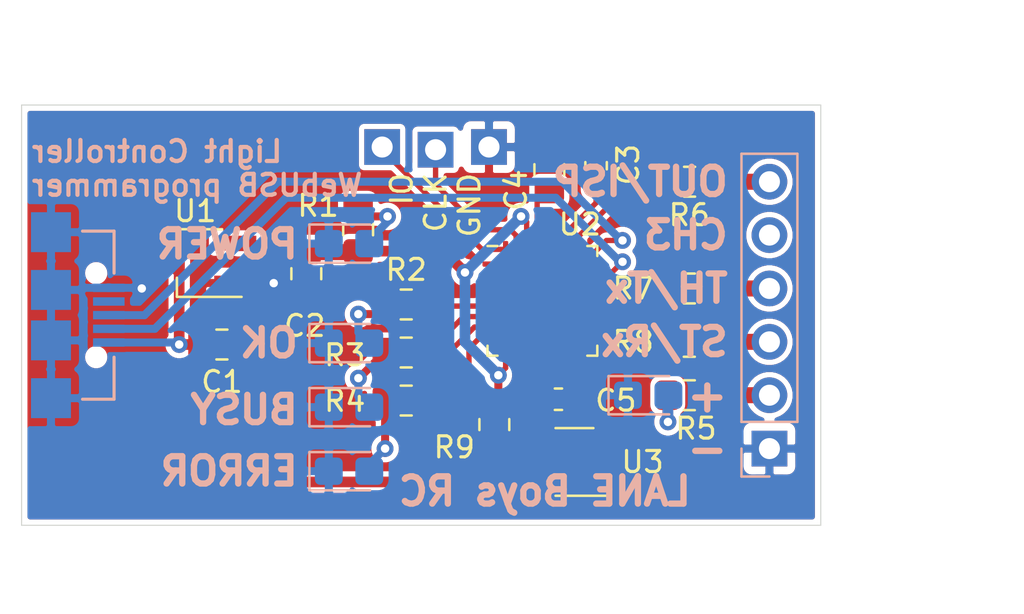
<source format=kicad_pcb>
(kicad_pcb (version 20171130) (host pcbnew 5.1.5-52549c5~84~ubuntu18.04.1)

  (general
    (thickness 1.6)
    (drawings 19)
    (tracks 127)
    (zones 0)
    (modules 27)
    (nets 44)
  )

  (page A4)
  (layers
    (0 F.Cu signal)
    (31 B.Cu signal)
    (32 B.Adhes user hide)
    (33 F.Adhes user hide)
    (34 B.Paste user)
    (35 F.Paste user)
    (36 B.SilkS user)
    (37 F.SilkS user)
    (38 B.Mask user)
    (39 F.Mask user)
    (40 Dwgs.User user hide)
    (41 Cmts.User user)
    (42 Eco1.User user hide)
    (43 Eco2.User user hide)
    (44 Edge.Cuts user)
    (45 Margin user hide)
    (46 B.CrtYd user hide)
    (47 F.CrtYd user)
    (48 B.Fab user hide)
    (49 F.Fab user)
  )

  (setup
    (last_trace_width 0.508)
    (user_trace_width 0.2032)
    (user_trace_width 0.381)
    (user_trace_width 0.508)
    (user_trace_width 0.762)
    (user_trace_width 1.016)
    (trace_clearance 0.2032)
    (zone_clearance 0.254)
    (zone_45_only no)
    (trace_min 0.2)
    (via_size 0.8)
    (via_drill 0.4)
    (via_min_size 0.4)
    (via_min_drill 0.3)
    (uvia_size 0.3)
    (uvia_drill 0.1)
    (uvias_allowed no)
    (uvia_min_size 0.2)
    (uvia_min_drill 0.1)
    (edge_width 0.05)
    (segment_width 0.2)
    (pcb_text_width 0.3)
    (pcb_text_size 1.5 1.5)
    (mod_edge_width 0.12)
    (mod_text_size 1 1)
    (mod_text_width 0.15)
    (pad_size 1.524 1.524)
    (pad_drill 0.762)
    (pad_to_mask_clearance 0.051)
    (solder_mask_min_width 0.25)
    (aux_axis_origin 100 100)
    (grid_origin 100 100)
    (visible_elements FFFFFF7F)
    (pcbplotparams
      (layerselection 0x010fc_ffffffff)
      (usegerberextensions false)
      (usegerberattributes false)
      (usegerberadvancedattributes false)
      (creategerberjobfile false)
      (excludeedgelayer true)
      (linewidth 0.100000)
      (plotframeref false)
      (viasonmask false)
      (mode 1)
      (useauxorigin false)
      (hpglpennumber 1)
      (hpglpenspeed 20)
      (hpglpendiameter 15.000000)
      (psnegative false)
      (psa4output false)
      (plotreference true)
      (plotvalue true)
      (plotinvisibletext false)
      (padsonsilk false)
      (subtractmaskfromsilk false)
      (outputformat 1)
      (mirror false)
      (drillshape 1)
      (scaleselection 1)
      (outputdirectory ""))
  )

  (net 0 "")
  (net 1 GND)
  (net 2 +5V)
  (net 3 +3V3)
  (net 4 "Net-(D1-Pad2)")
  (net 5 "Net-(D2-Pad2)")
  (net 6 "Net-(D3-Pad2)")
  (net 7 "Net-(D4-Pad2)")
  (net 8 "Net-(D5-Pad2)")
  (net 9 "Net-(J1-Pad4)")
  (net 10 /USB-DM)
  (net 11 /USB-DP)
  (net 12 "Net-(J2-Pad6)")
  (net 13 "Net-(J2-Pad5)")
  (net 14 "Net-(J2-Pad4)")
  (net 15 "Net-(J2-Pad3)")
  (net 16 /VLIGHT)
  (net 17 /OK)
  (net 18 /BUSY)
  (net 19 /ERROR)
  (net 20 /ISP)
  (net 21 /RX)
  (net 22 /TX)
  (net 23 "Net-(U2-Pad27)")
  (net 24 /EN)
  (net 25 "Net-(U2-Pad18)")
  (net 26 "Net-(U2-Pad17)")
  (net 27 "Net-(U2-Pad16)")
  (net 28 "Net-(U2-Pad15)")
  (net 29 "Net-(U2-Pad14)")
  (net 30 "Net-(U2-Pad13)")
  (net 31 "Net-(U2-Pad12)")
  (net 32 "Net-(U2-Pad11)")
  (net 33 "Net-(U2-Pad4)")
  (net 34 "Net-(U2-Pad3)")
  (net 35 "Net-(U2-Pad2)")
  (net 36 "Net-(U2-Pad1)")
  (net 37 "Net-(U3-Pad3)")
  (net 38 /RESET)
  (net 39 /VDDCORE)
  (net 40 "Net-(U2-Pad20)")
  (net 41 "Net-(U2-Pad19)")
  (net 42 /SWDIO)
  (net 43 /SWCLK)

  (net_class Default "This is the default net class."
    (clearance 0.2032)
    (trace_width 0.254)
    (via_dia 0.8)
    (via_drill 0.4)
    (uvia_dia 0.3)
    (uvia_drill 0.1)
    (add_net +3V3)
    (add_net +5V)
    (add_net /BUSY)
    (add_net /EN)
    (add_net /ERROR)
    (add_net /ISP)
    (add_net /OK)
    (add_net /RESET)
    (add_net /RX)
    (add_net /SWCLK)
    (add_net /SWDIO)
    (add_net /TX)
    (add_net /USB-DM)
    (add_net /USB-DP)
    (add_net /VDDCORE)
    (add_net /VLIGHT)
    (add_net GND)
    (add_net "Net-(D1-Pad2)")
    (add_net "Net-(D2-Pad2)")
    (add_net "Net-(D3-Pad2)")
    (add_net "Net-(D4-Pad2)")
    (add_net "Net-(D5-Pad2)")
    (add_net "Net-(J1-Pad4)")
    (add_net "Net-(J2-Pad3)")
    (add_net "Net-(J2-Pad4)")
    (add_net "Net-(J2-Pad5)")
    (add_net "Net-(J2-Pad6)")
    (add_net "Net-(U2-Pad1)")
    (add_net "Net-(U2-Pad11)")
    (add_net "Net-(U2-Pad12)")
    (add_net "Net-(U2-Pad13)")
    (add_net "Net-(U2-Pad14)")
    (add_net "Net-(U2-Pad15)")
    (add_net "Net-(U2-Pad16)")
    (add_net "Net-(U2-Pad17)")
    (add_net "Net-(U2-Pad18)")
    (add_net "Net-(U2-Pad19)")
    (add_net "Net-(U2-Pad2)")
    (add_net "Net-(U2-Pad20)")
    (add_net "Net-(U2-Pad27)")
    (add_net "Net-(U2-Pad3)")
    (add_net "Net-(U2-Pad4)")
    (add_net "Net-(U3-Pad3)")
  )

  (module Resistor_SMD:R_0805_2012Metric_Pad1.15x1.40mm_HandSolder (layer F.Cu) (tedit 5B36C52B) (tstamp 5E731474)
    (at 122.479 105.207 90)
    (descr "Resistor SMD 0805 (2012 Metric), square (rectangular) end terminal, IPC_7351 nominal with elongated pad for handsoldering. (Body size source: https://docs.google.com/spreadsheets/d/1BsfQQcO9C6DZCsRaXUlFlo91Tg2WpOkGARC1WS5S8t0/edit?usp=sharing), generated with kicad-footprint-generator")
    (tags "resistor handsolder")
    (path /5E73F8FA)
    (attr smd)
    (fp_text reference R9 (at -1.0795 -1.905 180) (layer F.SilkS)
      (effects (font (size 1 1) (thickness 0.15)))
    )
    (fp_text value 1k (at 0 1.65 90) (layer F.Fab)
      (effects (font (size 1 1) (thickness 0.15)))
    )
    (fp_text user %R (at 0 0 90) (layer F.Fab)
      (effects (font (size 0.5 0.5) (thickness 0.08)))
    )
    (fp_line (start 1.85 0.95) (end -1.85 0.95) (layer F.CrtYd) (width 0.05))
    (fp_line (start 1.85 -0.95) (end 1.85 0.95) (layer F.CrtYd) (width 0.05))
    (fp_line (start -1.85 -0.95) (end 1.85 -0.95) (layer F.CrtYd) (width 0.05))
    (fp_line (start -1.85 0.95) (end -1.85 -0.95) (layer F.CrtYd) (width 0.05))
    (fp_line (start -0.261252 0.71) (end 0.261252 0.71) (layer F.SilkS) (width 0.12))
    (fp_line (start -0.261252 -0.71) (end 0.261252 -0.71) (layer F.SilkS) (width 0.12))
    (fp_line (start 1 0.6) (end -1 0.6) (layer F.Fab) (width 0.1))
    (fp_line (start 1 -0.6) (end 1 0.6) (layer F.Fab) (width 0.1))
    (fp_line (start -1 -0.6) (end 1 -0.6) (layer F.Fab) (width 0.1))
    (fp_line (start -1 0.6) (end -1 -0.6) (layer F.Fab) (width 0.1))
    (pad 2 smd roundrect (at 1.025 0 90) (size 1.15 1.4) (layers F.Cu F.Paste F.Mask) (roundrect_rratio 0.217391)
      (net 3 +3V3))
    (pad 1 smd roundrect (at -1.025 0 90) (size 1.15 1.4) (layers F.Cu F.Paste F.Mask) (roundrect_rratio 0.217391)
      (net 24 /EN))
    (model ${KISYS3DMOD}/Resistor_SMD.3dshapes/R_0805_2012Metric.wrl
      (at (xyz 0 0 0))
      (scale (xyz 1 1 1))
      (rotate (xyz 0 0 0))
    )
  )

  (module Connector_PinHeader_2.54mm:PinHeader_1x01_P2.54mm_Vertical (layer F.Cu) (tedit 5E7087FB) (tstamp 5E70AD3D)
    (at 122.225 91.999 90)
    (descr "Through hole straight pin header, 1x01, 2.54mm pitch, single row")
    (tags "Through hole pin header THT 1x01 2.54mm single row")
    (path /5E71A86D)
    (fp_text reference TP3 (at 0 -2.33 90) (layer F.SilkS) hide
      (effects (font (size 1 1) (thickness 0.15)))
    )
    (fp_text value GND (at 3.048 0 90) (layer F.Fab)
      (effects (font (size 1 1) (thickness 0.15)))
    )
    (fp_text user %R (at 3.937 0.254 270) (layer F.Fab) hide
      (effects (font (size 1 1) (thickness 0.15)))
    )
    (fp_line (start 1.8 -1.8) (end -1.8 -1.8) (layer F.CrtYd) (width 0.05))
    (fp_line (start 1.8 1.8) (end 1.8 -1.8) (layer F.CrtYd) (width 0.05))
    (fp_line (start -1.8 1.8) (end 1.8 1.8) (layer F.CrtYd) (width 0.05))
    (fp_line (start -1.8 -1.8) (end -1.8 1.8) (layer F.CrtYd) (width 0.05))
    (fp_line (start -1.27 -0.635) (end -0.635 -1.27) (layer F.Fab) (width 0.1))
    (fp_line (start -1.27 1.27) (end -1.27 -0.635) (layer F.Fab) (width 0.1))
    (fp_line (start 1.27 1.27) (end -1.27 1.27) (layer F.Fab) (width 0.1))
    (fp_line (start 1.27 -1.27) (end 1.27 1.27) (layer F.Fab) (width 0.1))
    (fp_line (start -0.635 -1.27) (end 1.27 -1.27) (layer F.Fab) (width 0.1))
    (pad 1 thru_hole rect (at 0 0 90) (size 1.7 1.7) (drill 1) (layers *.Cu *.Mask)
      (net 1 GND))
  )

  (module Connector_PinHeader_2.54mm:PinHeader_1x01_P2.54mm_Vertical (layer F.Cu) (tedit 5E7087E4) (tstamp 5E70AD01)
    (at 119.685 92.126 90)
    (descr "Through hole straight pin header, 1x01, 2.54mm pitch, single row")
    (tags "Through hole pin header THT 1x01 2.54mm single row")
    (path /5E71A590)
    (fp_text reference TP2 (at 0 -2.33 90) (layer F.SilkS) hide
      (effects (font (size 1 1) (thickness 0.15)))
    )
    (fp_text value SWCLK (at 3.937 0.127 90) (layer F.Fab)
      (effects (font (size 1 1) (thickness 0.15)))
    )
    (fp_text user %R (at 0 0 180) (layer F.Fab) hide
      (effects (font (size 1 1) (thickness 0.15)))
    )
    (fp_line (start 1.8 -1.8) (end -1.8 -1.8) (layer F.CrtYd) (width 0.05))
    (fp_line (start 1.8 1.8) (end 1.8 -1.8) (layer F.CrtYd) (width 0.05))
    (fp_line (start -1.8 1.8) (end 1.8 1.8) (layer F.CrtYd) (width 0.05))
    (fp_line (start -1.8 -1.8) (end -1.8 1.8) (layer F.CrtYd) (width 0.05))
    (fp_line (start -1.27 -0.635) (end -0.635 -1.27) (layer F.Fab) (width 0.1))
    (fp_line (start -1.27 1.27) (end -1.27 -0.635) (layer F.Fab) (width 0.1))
    (fp_line (start 1.27 1.27) (end -1.27 1.27) (layer F.Fab) (width 0.1))
    (fp_line (start 1.27 -1.27) (end 1.27 1.27) (layer F.Fab) (width 0.1))
    (fp_line (start -0.635 -1.27) (end 1.27 -1.27) (layer F.Fab) (width 0.1))
    (pad 1 thru_hole rect (at 0 0 90) (size 1.7 1.7) (drill 1) (layers *.Cu *.Mask)
      (net 43 /SWCLK))
  )

  (module Connector_PinHeader_2.54mm:PinHeader_1x01_P2.54mm_Vertical (layer F.Cu) (tedit 5E7087BC) (tstamp 5E70ACC5)
    (at 117.145 91.999 90)
    (descr "Through hole straight pin header, 1x01, 2.54mm pitch, single row")
    (tags "Through hole pin header THT 1x01 2.54mm single row")
    (path /5E719FC1)
    (fp_text reference TP1 (at 0 -2.33 90) (layer F.SilkS) hide
      (effects (font (size 1 1) (thickness 0.15)))
    )
    (fp_text value SWDIO (at 3.683 0 90) (layer F.Fab)
      (effects (font (size 1 1) (thickness 0.15)))
    )
    (fp_text user %R (at 2.667 0 180) (layer F.Fab) hide
      (effects (font (size 1 1) (thickness 0.15)))
    )
    (fp_line (start 1.8 -1.8) (end -1.8 -1.8) (layer F.CrtYd) (width 0.05))
    (fp_line (start 1.8 1.8) (end 1.8 -1.8) (layer F.CrtYd) (width 0.05))
    (fp_line (start -1.8 1.8) (end 1.8 1.8) (layer F.CrtYd) (width 0.05))
    (fp_line (start -1.8 -1.8) (end -1.8 1.8) (layer F.CrtYd) (width 0.05))
    (fp_line (start -1.27 -0.635) (end -0.635 -1.27) (layer F.Fab) (width 0.1))
    (fp_line (start -1.27 1.27) (end -1.27 -0.635) (layer F.Fab) (width 0.1))
    (fp_line (start 1.27 1.27) (end -1.27 1.27) (layer F.Fab) (width 0.1))
    (fp_line (start 1.27 -1.27) (end 1.27 1.27) (layer F.Fab) (width 0.1))
    (fp_line (start -0.635 -1.27) (end 1.27 -1.27) (layer F.Fab) (width 0.1))
    (pad 1 thru_hole rect (at 0 0 90) (size 1.7 1.7) (drill 1) (layers *.Cu *.Mask)
      (net 42 /SWDIO))
  )

  (module Package_DFN_QFN:QFN-32-1EP_5x5mm_P0.5mm_EP3.6x3.6mm (layer F.Cu) (tedit 5B4E85CF) (tstamp 5E6F7C26)
    (at 124.765 99.318944)
    (descr "QFN, 32 Pin (http://infocenter.nordicsemi.com/pdf/nRF52810_PS_v1.1.pdf (Page 468)), generated with kicad-footprint-generator ipc_dfn_qfn_generator.py")
    (tags "QFN DFN_QFN")
    (path /5E6F4A3D)
    (attr smd)
    (fp_text reference U2 (at 1.778 -3.636944 180) (layer F.SilkS)
      (effects (font (size 1 1) (thickness 0.15)))
    )
    (fp_text value SAMD21E15A-MU (at -1.016 -3.382944) (layer F.Fab)
      (effects (font (size 1 1) (thickness 0.15)))
    )
    (fp_text user %R (at 0 0) (layer F.Fab)
      (effects (font (size 1 1) (thickness 0.15)))
    )
    (fp_line (start 3.1 -3.1) (end -3.1 -3.1) (layer F.CrtYd) (width 0.05))
    (fp_line (start 3.1 3.1) (end 3.1 -3.1) (layer F.CrtYd) (width 0.05))
    (fp_line (start -3.1 3.1) (end 3.1 3.1) (layer F.CrtYd) (width 0.05))
    (fp_line (start -3.1 -3.1) (end -3.1 3.1) (layer F.CrtYd) (width 0.05))
    (fp_line (start -2.5 -1.5) (end -1.5 -2.5) (layer F.Fab) (width 0.1))
    (fp_line (start -2.5 2.5) (end -2.5 -1.5) (layer F.Fab) (width 0.1))
    (fp_line (start 2.5 2.5) (end -2.5 2.5) (layer F.Fab) (width 0.1))
    (fp_line (start 2.5 -2.5) (end 2.5 2.5) (layer F.Fab) (width 0.1))
    (fp_line (start -1.5 -2.5) (end 2.5 -2.5) (layer F.Fab) (width 0.1))
    (fp_line (start -2.135 -2.61) (end -2.61 -2.61) (layer F.SilkS) (width 0.12))
    (fp_line (start 2.61 2.61) (end 2.61 2.135) (layer F.SilkS) (width 0.12))
    (fp_line (start 2.135 2.61) (end 2.61 2.61) (layer F.SilkS) (width 0.12))
    (fp_line (start -2.61 2.61) (end -2.61 2.135) (layer F.SilkS) (width 0.12))
    (fp_line (start -2.135 2.61) (end -2.61 2.61) (layer F.SilkS) (width 0.12))
    (fp_line (start 2.61 -2.61) (end 2.61 -2.135) (layer F.SilkS) (width 0.12))
    (fp_line (start 2.135 -2.61) (end 2.61 -2.61) (layer F.SilkS) (width 0.12))
    (pad 32 smd roundrect (at -1.75 -2.45) (size 0.25 0.8) (layers F.Cu F.Paste F.Mask) (roundrect_rratio 0.25)
      (net 42 /SWDIO))
    (pad 31 smd roundrect (at -1.25 -2.45) (size 0.25 0.8) (layers F.Cu F.Paste F.Mask) (roundrect_rratio 0.25)
      (net 43 /SWCLK))
    (pad 30 smd roundrect (at -0.75 -2.45) (size 0.25 0.8) (layers F.Cu F.Paste F.Mask) (roundrect_rratio 0.25)
      (net 3 +3V3))
    (pad 29 smd roundrect (at -0.25 -2.45) (size 0.25 0.8) (layers F.Cu F.Paste F.Mask) (roundrect_rratio 0.25)
      (net 39 /VDDCORE))
    (pad 28 smd roundrect (at 0.25 -2.45) (size 0.25 0.8) (layers F.Cu F.Paste F.Mask) (roundrect_rratio 0.25)
      (net 1 GND))
    (pad 27 smd roundrect (at 0.75 -2.45) (size 0.25 0.8) (layers F.Cu F.Paste F.Mask) (roundrect_rratio 0.25)
      (net 23 "Net-(U2-Pad27)"))
    (pad 26 smd roundrect (at 1.25 -2.45) (size 0.25 0.8) (layers F.Cu F.Paste F.Mask) (roundrect_rratio 0.25)
      (net 38 /RESET))
    (pad 25 smd roundrect (at 1.75 -2.45) (size 0.25 0.8) (layers F.Cu F.Paste F.Mask) (roundrect_rratio 0.25)
      (net 20 /ISP))
    (pad 24 smd roundrect (at 2.45 -1.75) (size 0.8 0.25) (layers F.Cu F.Paste F.Mask) (roundrect_rratio 0.25)
      (net 11 /USB-DP))
    (pad 23 smd roundrect (at 2.45 -1.25) (size 0.8 0.25) (layers F.Cu F.Paste F.Mask) (roundrect_rratio 0.25)
      (net 10 /USB-DM))
    (pad 22 smd roundrect (at 2.45 -0.75) (size 0.8 0.25) (layers F.Cu F.Paste F.Mask) (roundrect_rratio 0.25)
      (net 21 /RX))
    (pad 21 smd roundrect (at 2.45 -0.25) (size 0.8 0.25) (layers F.Cu F.Paste F.Mask) (roundrect_rratio 0.25)
      (net 22 /TX))
    (pad 20 smd roundrect (at 2.45 0.25) (size 0.8 0.25) (layers F.Cu F.Paste F.Mask) (roundrect_rratio 0.25)
      (net 40 "Net-(U2-Pad20)"))
    (pad 19 smd roundrect (at 2.45 0.75) (size 0.8 0.25) (layers F.Cu F.Paste F.Mask) (roundrect_rratio 0.25)
      (net 41 "Net-(U2-Pad19)"))
    (pad 18 smd roundrect (at 2.45 1.25) (size 0.8 0.25) (layers F.Cu F.Paste F.Mask) (roundrect_rratio 0.25)
      (net 25 "Net-(U2-Pad18)"))
    (pad 17 smd roundrect (at 2.45 1.75) (size 0.8 0.25) (layers F.Cu F.Paste F.Mask) (roundrect_rratio 0.25)
      (net 26 "Net-(U2-Pad17)"))
    (pad 16 smd roundrect (at 1.75 2.45) (size 0.25 0.8) (layers F.Cu F.Paste F.Mask) (roundrect_rratio 0.25)
      (net 27 "Net-(U2-Pad16)"))
    (pad 15 smd roundrect (at 1.25 2.45) (size 0.25 0.8) (layers F.Cu F.Paste F.Mask) (roundrect_rratio 0.25)
      (net 28 "Net-(U2-Pad15)"))
    (pad 14 smd roundrect (at 0.75 2.45) (size 0.25 0.8) (layers F.Cu F.Paste F.Mask) (roundrect_rratio 0.25)
      (net 29 "Net-(U2-Pad14)"))
    (pad 13 smd roundrect (at 0.25 2.45) (size 0.25 0.8) (layers F.Cu F.Paste F.Mask) (roundrect_rratio 0.25)
      (net 30 "Net-(U2-Pad13)"))
    (pad 12 smd roundrect (at -0.25 2.45) (size 0.25 0.8) (layers F.Cu F.Paste F.Mask) (roundrect_rratio 0.25)
      (net 31 "Net-(U2-Pad12)"))
    (pad 11 smd roundrect (at -0.75 2.45) (size 0.25 0.8) (layers F.Cu F.Paste F.Mask) (roundrect_rratio 0.25)
      (net 32 "Net-(U2-Pad11)"))
    (pad 10 smd roundrect (at -1.25 2.45) (size 0.25 0.8) (layers F.Cu F.Paste F.Mask) (roundrect_rratio 0.25)
      (net 1 GND))
    (pad 9 smd roundrect (at -1.75 2.45) (size 0.25 0.8) (layers F.Cu F.Paste F.Mask) (roundrect_rratio 0.25)
      (net 3 +3V3))
    (pad 8 smd roundrect (at -2.45 1.75) (size 0.8 0.25) (layers F.Cu F.Paste F.Mask) (roundrect_rratio 0.25)
      (net 24 /EN))
    (pad 7 smd roundrect (at -2.45 1.25) (size 0.8 0.25) (layers F.Cu F.Paste F.Mask) (roundrect_rratio 0.25)
      (net 19 /ERROR))
    (pad 6 smd roundrect (at -2.45 0.75) (size 0.8 0.25) (layers F.Cu F.Paste F.Mask) (roundrect_rratio 0.25)
      (net 18 /BUSY))
    (pad 5 smd roundrect (at -2.45 0.25) (size 0.8 0.25) (layers F.Cu F.Paste F.Mask) (roundrect_rratio 0.25)
      (net 17 /OK))
    (pad 4 smd roundrect (at -2.45 -0.25) (size 0.8 0.25) (layers F.Cu F.Paste F.Mask) (roundrect_rratio 0.25)
      (net 33 "Net-(U2-Pad4)"))
    (pad 3 smd roundrect (at -2.45 -0.75) (size 0.8 0.25) (layers F.Cu F.Paste F.Mask) (roundrect_rratio 0.25)
      (net 34 "Net-(U2-Pad3)"))
    (pad 2 smd roundrect (at -2.45 -1.25) (size 0.8 0.25) (layers F.Cu F.Paste F.Mask) (roundrect_rratio 0.25)
      (net 35 "Net-(U2-Pad2)"))
    (pad 1 smd roundrect (at -2.45 -1.75) (size 0.8 0.25) (layers F.Cu F.Paste F.Mask) (roundrect_rratio 0.25)
      (net 36 "Net-(U2-Pad1)"))
    (pad "" smd roundrect (at 1.2 1.2) (size 0.97 0.97) (layers F.Paste) (roundrect_rratio 0.25))
    (pad "" smd roundrect (at 1.2 0) (size 0.97 0.97) (layers F.Paste) (roundrect_rratio 0.25))
    (pad "" smd roundrect (at 1.2 -1.2) (size 0.97 0.97) (layers F.Paste) (roundrect_rratio 0.25))
    (pad "" smd roundrect (at 0 1.2) (size 0.97 0.97) (layers F.Paste) (roundrect_rratio 0.25))
    (pad "" smd roundrect (at 0 0) (size 0.97 0.97) (layers F.Paste) (roundrect_rratio 0.25))
    (pad "" smd roundrect (at 0 -1.2) (size 0.97 0.97) (layers F.Paste) (roundrect_rratio 0.25))
    (pad "" smd roundrect (at -1.2 1.2) (size 0.97 0.97) (layers F.Paste) (roundrect_rratio 0.25))
    (pad "" smd roundrect (at -1.2 0) (size 0.97 0.97) (layers F.Paste) (roundrect_rratio 0.25))
    (pad "" smd roundrect (at -1.2 -1.2) (size 0.97 0.97) (layers F.Paste) (roundrect_rratio 0.25))
    (pad 33 smd roundrect (at 0 0) (size 3.6 3.6) (layers F.Cu F.Mask) (roundrect_rratio 0.06944400000000001))
    (model ${KISYS3DMOD}/Package_DFN_QFN.3dshapes/QFN-32-1EP_5x5mm_P0.5mm_EP3.6x3.6mm.wrl
      (at (xyz 0 0 0))
      (scale (xyz 1 1 1))
      (rotate (xyz 0 0 0))
    )
  )

  (module Resistor_SMD:R_0805_2012Metric_Pad1.15x1.40mm_HandSolder (layer F.Cu) (tedit 5B36C52B) (tstamp 5E7064DD)
    (at 131.75 103.81 180)
    (descr "Resistor SMD 0805 (2012 Metric), square (rectangular) end terminal, IPC_7351 nominal with elongated pad for handsoldering. (Body size source: https://docs.google.com/spreadsheets/d/1BsfQQcO9C6DZCsRaXUlFlo91Tg2WpOkGARC1WS5S8t0/edit?usp=sharing), generated with kicad-footprint-generator")
    (tags "resistor handsolder")
    (path /5E6FD03E)
    (attr smd)
    (fp_text reference R5 (at -0.3175 -1.5875) (layer F.SilkS)
      (effects (font (size 1 1) (thickness 0.15)))
    )
    (fp_text value 1k2 (at 2.54 0) (layer F.Fab)
      (effects (font (size 1 1) (thickness 0.15)))
    )
    (fp_text user %R (at 0 0) (layer F.Fab)
      (effects (font (size 0.5 0.5) (thickness 0.08)))
    )
    (fp_line (start 1.85 0.95) (end -1.85 0.95) (layer F.CrtYd) (width 0.05))
    (fp_line (start 1.85 -0.95) (end 1.85 0.95) (layer F.CrtYd) (width 0.05))
    (fp_line (start -1.85 -0.95) (end 1.85 -0.95) (layer F.CrtYd) (width 0.05))
    (fp_line (start -1.85 0.95) (end -1.85 -0.95) (layer F.CrtYd) (width 0.05))
    (fp_line (start -0.261252 0.71) (end 0.261252 0.71) (layer F.SilkS) (width 0.12))
    (fp_line (start -0.261252 -0.71) (end 0.261252 -0.71) (layer F.SilkS) (width 0.12))
    (fp_line (start 1 0.6) (end -1 0.6) (layer F.Fab) (width 0.1))
    (fp_line (start 1 -0.6) (end 1 0.6) (layer F.Fab) (width 0.1))
    (fp_line (start -1 -0.6) (end 1 -0.6) (layer F.Fab) (width 0.1))
    (fp_line (start -1 0.6) (end -1 -0.6) (layer F.Fab) (width 0.1))
    (pad 2 smd roundrect (at 1.025 0 180) (size 1.15 1.4) (layers F.Cu F.Paste F.Mask) (roundrect_rratio 0.217391)
      (net 8 "Net-(D5-Pad2)"))
    (pad 1 smd roundrect (at -1.025 0 180) (size 1.15 1.4) (layers F.Cu F.Paste F.Mask) (roundrect_rratio 0.217391)
      (net 16 /VLIGHT))
    (model ${KISYS3DMOD}/Resistor_SMD.3dshapes/R_0805_2012Metric.wrl
      (at (xyz 0 0 0))
      (scale (xyz 1 1 1))
      (rotate (xyz 0 0 0))
    )
  )

  (module Package_TO_SOT_SMD:SOT-23-5_HandSoldering (layer F.Cu) (tedit 5A0AB76C) (tstamp 5E6F77B1)
    (at 126.289 106.985 180)
    (descr "5-pin SOT23 package")
    (tags "SOT-23-5 hand-soldering")
    (path /5E709E73)
    (attr smd)
    (fp_text reference U3 (at -3.2385 0 180) (layer F.SilkS)
      (effects (font (size 1 1) (thickness 0.15)))
    )
    (fp_text value STMPS2141STR (at 6.604 -1.016) (layer F.Fab)
      (effects (font (size 1 1) (thickness 0.15)))
    )
    (fp_line (start 2.38 1.8) (end -2.38 1.8) (layer F.CrtYd) (width 0.05))
    (fp_line (start 2.38 1.8) (end 2.38 -1.8) (layer F.CrtYd) (width 0.05))
    (fp_line (start -2.38 -1.8) (end -2.38 1.8) (layer F.CrtYd) (width 0.05))
    (fp_line (start -2.38 -1.8) (end 2.38 -1.8) (layer F.CrtYd) (width 0.05))
    (fp_line (start 0.9 -1.55) (end 0.9 1.55) (layer F.Fab) (width 0.1))
    (fp_line (start 0.9 1.55) (end -0.9 1.55) (layer F.Fab) (width 0.1))
    (fp_line (start -0.9 -0.9) (end -0.9 1.55) (layer F.Fab) (width 0.1))
    (fp_line (start 0.9 -1.55) (end -0.25 -1.55) (layer F.Fab) (width 0.1))
    (fp_line (start -0.9 -0.9) (end -0.25 -1.55) (layer F.Fab) (width 0.1))
    (fp_line (start 0.9 -1.61) (end -1.55 -1.61) (layer F.SilkS) (width 0.12))
    (fp_line (start -0.9 1.61) (end 0.9 1.61) (layer F.SilkS) (width 0.12))
    (fp_text user %R (at 0 0 90) (layer F.Fab)
      (effects (font (size 0.5 0.5) (thickness 0.075)))
    )
    (pad 5 smd rect (at 1.35 -0.95 180) (size 1.56 0.65) (layers F.Cu F.Paste F.Mask)
      (net 2 +5V))
    (pad 4 smd rect (at 1.35 0.95 180) (size 1.56 0.65) (layers F.Cu F.Paste F.Mask)
      (net 24 /EN))
    (pad 3 smd rect (at -1.35 0.95 180) (size 1.56 0.65) (layers F.Cu F.Paste F.Mask)
      (net 37 "Net-(U3-Pad3)"))
    (pad 2 smd rect (at -1.35 0 180) (size 1.56 0.65) (layers F.Cu F.Paste F.Mask)
      (net 1 GND))
    (pad 1 smd rect (at -1.35 -0.95 180) (size 1.56 0.65) (layers F.Cu F.Paste F.Mask)
      (net 16 /VLIGHT))
    (model ${KISYS3DMOD}/Package_TO_SOT_SMD.3dshapes/SOT-23-5.wrl
      (at (xyz 0 0 0))
      (scale (xyz 1 1 1))
      (rotate (xyz 0 0 0))
    )
  )

  (module Package_TO_SOT_SMD:SOT-23W_Handsoldering (layer F.Cu) (tedit 5A02FF57) (tstamp 5E6F8BA3)
    (at 108.46 97.52 180)
    (descr "SOT-23W http://www.allegromicro.com/~/media/Files/Datasheets/A112x-Datasheet.ashx?la=en&hash=7BC461E058CC246E0BAB62433B2F1ECA104CA9D3")
    (tags "SOT-23W for handsoldering")
    (path /5E6F9513)
    (attr smd)
    (fp_text reference U1 (at 0.205 2.473 180) (layer F.SilkS)
      (effects (font (size 1 1) (thickness 0.15)))
    )
    (fp_text value MCP1703A-3302_SOT23 (at 1.856 -7.433 90) (layer F.Fab)
      (effects (font (size 1 1) (thickness 0.15)))
    )
    (fp_line (start -2.95 1.74) (end -2.95 -1.74) (layer F.CrtYd) (width 0.05))
    (fp_line (start 2.95 1.74) (end -2.95 1.74) (layer F.CrtYd) (width 0.05))
    (fp_line (start 2.95 -1.74) (end 2.95 1.74) (layer F.CrtYd) (width 0.05))
    (fp_line (start -2.95 -1.74) (end 2.95 -1.74) (layer F.CrtYd) (width 0.05))
    (fp_line (start -0.955 1.49) (end 0.955 1.49) (layer F.Fab) (width 0.1))
    (fp_line (start 0.955 -1.49) (end 0.955 1.49) (layer F.Fab) (width 0.1))
    (fp_line (start -0.955 -0.49) (end 0.045 -1.49) (layer F.Fab) (width 0.1))
    (fp_line (start 0.045 -1.49) (end 0.955 -1.49) (layer F.Fab) (width 0.1))
    (fp_line (start -0.955 -0.49) (end -0.955 1.49) (layer F.Fab) (width 0.1))
    (fp_text user %R (at 0 0 90) (layer F.Fab)
      (effects (font (size 0.5 0.5) (thickness 0.075)))
    )
    (fp_line (start -1.075 1.61) (end 1.075 1.61) (layer F.SilkS) (width 0.12))
    (fp_line (start -2 -1.61) (end 1.075 -1.61) (layer F.SilkS) (width 0.12))
    (fp_line (start 1.075 -1.6) (end 1.075 -0.7) (layer F.SilkS) (width 0.12))
    (fp_line (start 1.075 0.7) (end 1.075 1.61) (layer F.SilkS) (width 0.12))
    (pad 3 smd rect (at 1.7 0 180) (size 2 0.7) (layers F.Cu F.Paste F.Mask)
      (net 2 +5V))
    (pad 2 smd rect (at -1.7 0.95 180) (size 2 0.7) (layers F.Cu F.Paste F.Mask)
      (net 3 +3V3))
    (pad 1 smd rect (at -1.7 -0.95 180) (size 2 0.7) (layers F.Cu F.Paste F.Mask)
      (net 1 GND))
    (model ${KISYS3DMOD}/Package_TO_SOT_SMD.3dshapes/SOT-23W_Handsoldering.wrl
      (at (xyz 0 0 0))
      (scale (xyz 1 1 1))
      (rotate (xyz 0 0 0))
    )
  )

  (module Resistor_SMD:R_0805_2012Metric_Pad1.15x1.40mm_HandSolder (layer F.Cu) (tedit 5B36C52B) (tstamp 5E6F7FA9)
    (at 131.75 101.27 180)
    (descr "Resistor SMD 0805 (2012 Metric), square (rectangular) end terminal, IPC_7351 nominal with elongated pad for handsoldering. (Body size source: https://docs.google.com/spreadsheets/d/1BsfQQcO9C6DZCsRaXUlFlo91Tg2WpOkGARC1WS5S8t0/edit?usp=sharing), generated with kicad-footprint-generator")
    (tags "resistor handsolder")
    (path /5E76676C)
    (attr smd)
    (fp_text reference R8 (at 2.667 0 180) (layer F.SilkS)
      (effects (font (size 1 1) (thickness 0.15)))
    )
    (fp_text value 1k (at 2.032 -0.127) (layer F.Fab)
      (effects (font (size 1 1) (thickness 0.15)))
    )
    (fp_text user %R (at 0 0) (layer F.Fab)
      (effects (font (size 0.5 0.5) (thickness 0.08)))
    )
    (fp_line (start 1.85 0.95) (end -1.85 0.95) (layer F.CrtYd) (width 0.05))
    (fp_line (start 1.85 -0.95) (end 1.85 0.95) (layer F.CrtYd) (width 0.05))
    (fp_line (start -1.85 -0.95) (end 1.85 -0.95) (layer F.CrtYd) (width 0.05))
    (fp_line (start -1.85 0.95) (end -1.85 -0.95) (layer F.CrtYd) (width 0.05))
    (fp_line (start -0.261252 0.71) (end 0.261252 0.71) (layer F.SilkS) (width 0.12))
    (fp_line (start -0.261252 -0.71) (end 0.261252 -0.71) (layer F.SilkS) (width 0.12))
    (fp_line (start 1 0.6) (end -1 0.6) (layer F.Fab) (width 0.1))
    (fp_line (start 1 -0.6) (end 1 0.6) (layer F.Fab) (width 0.1))
    (fp_line (start -1 -0.6) (end 1 -0.6) (layer F.Fab) (width 0.1))
    (fp_line (start -1 0.6) (end -1 -0.6) (layer F.Fab) (width 0.1))
    (pad 2 smd roundrect (at 1.025 0 180) (size 1.15 1.4) (layers F.Cu F.Paste F.Mask) (roundrect_rratio 0.217391)
      (net 22 /TX))
    (pad 1 smd roundrect (at -1.025 0 180) (size 1.15 1.4) (layers F.Cu F.Paste F.Mask) (roundrect_rratio 0.217391)
      (net 15 "Net-(J2-Pad3)"))
    (model ${KISYS3DMOD}/Resistor_SMD.3dshapes/R_0805_2012Metric.wrl
      (at (xyz 0 0 0))
      (scale (xyz 1 1 1))
      (rotate (xyz 0 0 0))
    )
  )

  (module Resistor_SMD:R_0805_2012Metric_Pad1.15x1.40mm_HandSolder (layer F.Cu) (tedit 5B36C52B) (tstamp 5E6F7737)
    (at 131.75 98.73 180)
    (descr "Resistor SMD 0805 (2012 Metric), square (rectangular) end terminal, IPC_7351 nominal with elongated pad for handsoldering. (Body size source: https://docs.google.com/spreadsheets/d/1BsfQQcO9C6DZCsRaXUlFlo91Tg2WpOkGARC1WS5S8t0/edit?usp=sharing), generated with kicad-footprint-generator")
    (tags "resistor handsolder")
    (path /5E76649B)
    (attr smd)
    (fp_text reference R7 (at 2.667 0 180) (layer F.SilkS)
      (effects (font (size 1 1) (thickness 0.15)))
    )
    (fp_text value 1k (at 2.032 0) (layer F.Fab)
      (effects (font (size 1 1) (thickness 0.15)))
    )
    (fp_text user %R (at 0 0) (layer F.Fab)
      (effects (font (size 0.5 0.5) (thickness 0.08)))
    )
    (fp_line (start 1.85 0.95) (end -1.85 0.95) (layer F.CrtYd) (width 0.05))
    (fp_line (start 1.85 -0.95) (end 1.85 0.95) (layer F.CrtYd) (width 0.05))
    (fp_line (start -1.85 -0.95) (end 1.85 -0.95) (layer F.CrtYd) (width 0.05))
    (fp_line (start -1.85 0.95) (end -1.85 -0.95) (layer F.CrtYd) (width 0.05))
    (fp_line (start -0.261252 0.71) (end 0.261252 0.71) (layer F.SilkS) (width 0.12))
    (fp_line (start -0.261252 -0.71) (end 0.261252 -0.71) (layer F.SilkS) (width 0.12))
    (fp_line (start 1 0.6) (end -1 0.6) (layer F.Fab) (width 0.1))
    (fp_line (start 1 -0.6) (end 1 0.6) (layer F.Fab) (width 0.1))
    (fp_line (start -1 -0.6) (end 1 -0.6) (layer F.Fab) (width 0.1))
    (fp_line (start -1 0.6) (end -1 -0.6) (layer F.Fab) (width 0.1))
    (pad 2 smd roundrect (at 1.025 0 180) (size 1.15 1.4) (layers F.Cu F.Paste F.Mask) (roundrect_rratio 0.217391)
      (net 21 /RX))
    (pad 1 smd roundrect (at -1.025 0 180) (size 1.15 1.4) (layers F.Cu F.Paste F.Mask) (roundrect_rratio 0.217391)
      (net 14 "Net-(J2-Pad4)"))
    (model ${KISYS3DMOD}/Resistor_SMD.3dshapes/R_0805_2012Metric.wrl
      (at (xyz 0 0 0))
      (scale (xyz 1 1 1))
      (rotate (xyz 0 0 0))
    )
  )

  (module Resistor_SMD:R_0805_2012Metric_Pad1.15x1.40mm_HandSolder (layer F.Cu) (tedit 5B36C52B) (tstamp 5E6F7726)
    (at 131.7625 93.65 180)
    (descr "Resistor SMD 0805 (2012 Metric), square (rectangular) end terminal, IPC_7351 nominal with elongated pad for handsoldering. (Body size source: https://docs.google.com/spreadsheets/d/1BsfQQcO9C6DZCsRaXUlFlo91Tg2WpOkGARC1WS5S8t0/edit?usp=sharing), generated with kicad-footprint-generator")
    (tags "resistor handsolder")
    (path /5E7657EA)
    (attr smd)
    (fp_text reference R6 (at 0.0125 -1.5875 180) (layer F.SilkS)
      (effects (font (size 1 1) (thickness 0.15)))
    )
    (fp_text value 1k (at 2.159 0) (layer F.Fab)
      (effects (font (size 1 1) (thickness 0.15)))
    )
    (fp_text user %R (at 0 0) (layer F.Fab)
      (effects (font (size 0.5 0.5) (thickness 0.08)))
    )
    (fp_line (start 1.85 0.95) (end -1.85 0.95) (layer F.CrtYd) (width 0.05))
    (fp_line (start 1.85 -0.95) (end 1.85 0.95) (layer F.CrtYd) (width 0.05))
    (fp_line (start -1.85 -0.95) (end 1.85 -0.95) (layer F.CrtYd) (width 0.05))
    (fp_line (start -1.85 0.95) (end -1.85 -0.95) (layer F.CrtYd) (width 0.05))
    (fp_line (start -0.261252 0.71) (end 0.261252 0.71) (layer F.SilkS) (width 0.12))
    (fp_line (start -0.261252 -0.71) (end 0.261252 -0.71) (layer F.SilkS) (width 0.12))
    (fp_line (start 1 0.6) (end -1 0.6) (layer F.Fab) (width 0.1))
    (fp_line (start 1 -0.6) (end 1 0.6) (layer F.Fab) (width 0.1))
    (fp_line (start -1 -0.6) (end 1 -0.6) (layer F.Fab) (width 0.1))
    (fp_line (start -1 0.6) (end -1 -0.6) (layer F.Fab) (width 0.1))
    (pad 2 smd roundrect (at 1.025 0 180) (size 1.15 1.4) (layers F.Cu F.Paste F.Mask) (roundrect_rratio 0.217391)
      (net 20 /ISP))
    (pad 1 smd roundrect (at -1.025 0 180) (size 1.15 1.4) (layers F.Cu F.Paste F.Mask) (roundrect_rratio 0.217391)
      (net 12 "Net-(J2-Pad6)"))
    (model ${KISYS3DMOD}/Resistor_SMD.3dshapes/R_0805_2012Metric.wrl
      (at (xyz 0 0 0))
      (scale (xyz 1 1 1))
      (rotate (xyz 0 0 0))
    )
  )

  (module Resistor_SMD:R_0805_2012Metric_Pad1.15x1.40mm_HandSolder (layer F.Cu) (tedit 5B36C52B) (tstamp 5E6F8163)
    (at 118.288 104.064 180)
    (descr "Resistor SMD 0805 (2012 Metric), square (rectangular) end terminal, IPC_7351 nominal with elongated pad for handsoldering. (Body size source: https://docs.google.com/spreadsheets/d/1BsfQQcO9C6DZCsRaXUlFlo91Tg2WpOkGARC1WS5S8t0/edit?usp=sharing), generated with kicad-footprint-generator")
    (tags "resistor handsolder")
    (path /5E6FC0B8)
    (attr smd)
    (fp_text reference R4 (at 2.921 -0.0125) (layer F.SilkS)
      (effects (font (size 1 1) (thickness 0.15)))
    )
    (fp_text value 1k2 (at -2.54 0) (layer F.Fab)
      (effects (font (size 1 1) (thickness 0.15)))
    )
    (fp_text user %R (at 0 0) (layer F.Fab)
      (effects (font (size 0.5 0.5) (thickness 0.08)))
    )
    (fp_line (start 1.85 0.95) (end -1.85 0.95) (layer F.CrtYd) (width 0.05))
    (fp_line (start 1.85 -0.95) (end 1.85 0.95) (layer F.CrtYd) (width 0.05))
    (fp_line (start -1.85 -0.95) (end 1.85 -0.95) (layer F.CrtYd) (width 0.05))
    (fp_line (start -1.85 0.95) (end -1.85 -0.95) (layer F.CrtYd) (width 0.05))
    (fp_line (start -0.261252 0.71) (end 0.261252 0.71) (layer F.SilkS) (width 0.12))
    (fp_line (start -0.261252 -0.71) (end 0.261252 -0.71) (layer F.SilkS) (width 0.12))
    (fp_line (start 1 0.6) (end -1 0.6) (layer F.Fab) (width 0.1))
    (fp_line (start 1 -0.6) (end 1 0.6) (layer F.Fab) (width 0.1))
    (fp_line (start -1 -0.6) (end 1 -0.6) (layer F.Fab) (width 0.1))
    (fp_line (start -1 0.6) (end -1 -0.6) (layer F.Fab) (width 0.1))
    (pad 2 smd roundrect (at 1.025 0 180) (size 1.15 1.4) (layers F.Cu F.Paste F.Mask) (roundrect_rratio 0.217391)
      (net 7 "Net-(D4-Pad2)"))
    (pad 1 smd roundrect (at -1.025 0 180) (size 1.15 1.4) (layers F.Cu F.Paste F.Mask) (roundrect_rratio 0.217391)
      (net 19 /ERROR))
    (model ${KISYS3DMOD}/Resistor_SMD.3dshapes/R_0805_2012Metric.wrl
      (at (xyz 0 0 0))
      (scale (xyz 1 1 1))
      (rotate (xyz 0 0 0))
    )
  )

  (module Resistor_SMD:R_0805_2012Metric_Pad1.15x1.40mm_HandSolder (layer F.Cu) (tedit 5B36C52B) (tstamp 5E6F76F3)
    (at 118.288 101.778 180)
    (descr "Resistor SMD 0805 (2012 Metric), square (rectangular) end terminal, IPC_7351 nominal with elongated pad for handsoldering. (Body size source: https://docs.google.com/spreadsheets/d/1BsfQQcO9C6DZCsRaXUlFlo91Tg2WpOkGARC1WS5S8t0/edit?usp=sharing), generated with kicad-footprint-generator")
    (tags "resistor handsolder")
    (path /5E6FBCF2)
    (attr smd)
    (fp_text reference R3 (at 2.921 -0.127) (layer F.SilkS)
      (effects (font (size 1 1) (thickness 0.15)))
    )
    (fp_text value 1k2 (at -2.54 0) (layer F.Fab)
      (effects (font (size 1 1) (thickness 0.15)))
    )
    (fp_text user %R (at 0 0) (layer F.Fab)
      (effects (font (size 0.5 0.5) (thickness 0.08)))
    )
    (fp_line (start 1.85 0.95) (end -1.85 0.95) (layer F.CrtYd) (width 0.05))
    (fp_line (start 1.85 -0.95) (end 1.85 0.95) (layer F.CrtYd) (width 0.05))
    (fp_line (start -1.85 -0.95) (end 1.85 -0.95) (layer F.CrtYd) (width 0.05))
    (fp_line (start -1.85 0.95) (end -1.85 -0.95) (layer F.CrtYd) (width 0.05))
    (fp_line (start -0.261252 0.71) (end 0.261252 0.71) (layer F.SilkS) (width 0.12))
    (fp_line (start -0.261252 -0.71) (end 0.261252 -0.71) (layer F.SilkS) (width 0.12))
    (fp_line (start 1 0.6) (end -1 0.6) (layer F.Fab) (width 0.1))
    (fp_line (start 1 -0.6) (end 1 0.6) (layer F.Fab) (width 0.1))
    (fp_line (start -1 -0.6) (end 1 -0.6) (layer F.Fab) (width 0.1))
    (fp_line (start -1 0.6) (end -1 -0.6) (layer F.Fab) (width 0.1))
    (pad 2 smd roundrect (at 1.025 0 180) (size 1.15 1.4) (layers F.Cu F.Paste F.Mask) (roundrect_rratio 0.217391)
      (net 6 "Net-(D3-Pad2)"))
    (pad 1 smd roundrect (at -1.025 0 180) (size 1.15 1.4) (layers F.Cu F.Paste F.Mask) (roundrect_rratio 0.217391)
      (net 18 /BUSY))
    (model ${KISYS3DMOD}/Resistor_SMD.3dshapes/R_0805_2012Metric.wrl
      (at (xyz 0 0 0))
      (scale (xyz 1 1 1))
      (rotate (xyz 0 0 0))
    )
  )

  (module Resistor_SMD:R_0805_2012Metric_Pad1.15x1.40mm_HandSolder (layer F.Cu) (tedit 5B36C52B) (tstamp 5E709D00)
    (at 118.288 99.492 180)
    (descr "Resistor SMD 0805 (2012 Metric), square (rectangular) end terminal, IPC_7351 nominal with elongated pad for handsoldering. (Body size source: https://docs.google.com/spreadsheets/d/1BsfQQcO9C6DZCsRaXUlFlo91Tg2WpOkGARC1WS5S8t0/edit?usp=sharing), generated with kicad-footprint-generator")
    (tags "resistor handsolder")
    (path /5E6FABAC)
    (attr smd)
    (fp_text reference R2 (at 0 1.651 180) (layer F.SilkS)
      (effects (font (size 1 1) (thickness 0.15)))
    )
    (fp_text value 1k2 (at -2.54 0) (layer F.Fab)
      (effects (font (size 1 1) (thickness 0.15)))
    )
    (fp_text user %R (at 0 0) (layer F.Fab)
      (effects (font (size 0.5 0.5) (thickness 0.08)))
    )
    (fp_line (start 1.85 0.95) (end -1.85 0.95) (layer F.CrtYd) (width 0.05))
    (fp_line (start 1.85 -0.95) (end 1.85 0.95) (layer F.CrtYd) (width 0.05))
    (fp_line (start -1.85 -0.95) (end 1.85 -0.95) (layer F.CrtYd) (width 0.05))
    (fp_line (start -1.85 0.95) (end -1.85 -0.95) (layer F.CrtYd) (width 0.05))
    (fp_line (start -0.261252 0.71) (end 0.261252 0.71) (layer F.SilkS) (width 0.12))
    (fp_line (start -0.261252 -0.71) (end 0.261252 -0.71) (layer F.SilkS) (width 0.12))
    (fp_line (start 1 0.6) (end -1 0.6) (layer F.Fab) (width 0.1))
    (fp_line (start 1 -0.6) (end 1 0.6) (layer F.Fab) (width 0.1))
    (fp_line (start -1 -0.6) (end 1 -0.6) (layer F.Fab) (width 0.1))
    (fp_line (start -1 0.6) (end -1 -0.6) (layer F.Fab) (width 0.1))
    (pad 2 smd roundrect (at 1.025 0 180) (size 1.15 1.4) (layers F.Cu F.Paste F.Mask) (roundrect_rratio 0.217391)
      (net 5 "Net-(D2-Pad2)"))
    (pad 1 smd roundrect (at -1.025 0 180) (size 1.15 1.4) (layers F.Cu F.Paste F.Mask) (roundrect_rratio 0.217391)
      (net 17 /OK))
    (model ${KISYS3DMOD}/Resistor_SMD.3dshapes/R_0805_2012Metric.wrl
      (at (xyz 0 0 0))
      (scale (xyz 1 1 1))
      (rotate (xyz 0 0 0))
    )
  )

  (module Resistor_SMD:R_0805_2012Metric_Pad1.15x1.40mm_HandSolder (layer F.Cu) (tedit 5B36C52B) (tstamp 5E705469)
    (at 116.002 95.936 90)
    (descr "Resistor SMD 0805 (2012 Metric), square (rectangular) end terminal, IPC_7351 nominal with elongated pad for handsoldering. (Body size source: https://docs.google.com/spreadsheets/d/1BsfQQcO9C6DZCsRaXUlFlo91Tg2WpOkGARC1WS5S8t0/edit?usp=sharing), generated with kicad-footprint-generator")
    (tags "resistor handsolder")
    (path /5E6FD675)
    (attr smd)
    (fp_text reference R1 (at 1.143 -1.905 180) (layer F.SilkS)
      (effects (font (size 1 1) (thickness 0.15)))
    )
    (fp_text value 1k2 (at 0.508 -1.397 90) (layer F.Fab)
      (effects (font (size 1 1) (thickness 0.15)))
    )
    (fp_text user %R (at 0 0 90) (layer F.Fab)
      (effects (font (size 0.5 0.5) (thickness 0.08)))
    )
    (fp_line (start 1.85 0.95) (end -1.85 0.95) (layer F.CrtYd) (width 0.05))
    (fp_line (start 1.85 -0.95) (end 1.85 0.95) (layer F.CrtYd) (width 0.05))
    (fp_line (start -1.85 -0.95) (end 1.85 -0.95) (layer F.CrtYd) (width 0.05))
    (fp_line (start -1.85 0.95) (end -1.85 -0.95) (layer F.CrtYd) (width 0.05))
    (fp_line (start -0.261252 0.71) (end 0.261252 0.71) (layer F.SilkS) (width 0.12))
    (fp_line (start -0.261252 -0.71) (end 0.261252 -0.71) (layer F.SilkS) (width 0.12))
    (fp_line (start 1 0.6) (end -1 0.6) (layer F.Fab) (width 0.1))
    (fp_line (start 1 -0.6) (end 1 0.6) (layer F.Fab) (width 0.1))
    (fp_line (start -1 -0.6) (end 1 -0.6) (layer F.Fab) (width 0.1))
    (fp_line (start -1 0.6) (end -1 -0.6) (layer F.Fab) (width 0.1))
    (pad 2 smd roundrect (at 1.025 0 90) (size 1.15 1.4) (layers F.Cu F.Paste F.Mask) (roundrect_rratio 0.217391)
      (net 4 "Net-(D1-Pad2)"))
    (pad 1 smd roundrect (at -1.025 0 90) (size 1.15 1.4) (layers F.Cu F.Paste F.Mask) (roundrect_rratio 0.217391)
      (net 3 +3V3))
    (model ${KISYS3DMOD}/Resistor_SMD.3dshapes/R_0805_2012Metric.wrl
      (at (xyz 0 0 0))
      (scale (xyz 1 1 1))
      (rotate (xyz 0 0 0))
    )
  )

  (module Connector_PinHeader_2.54mm:PinHeader_1x06_P2.54mm_Vertical (layer B.Cu) (tedit 59FED5CC) (tstamp 5E6F76C0)
    (at 135.56 106.35)
    (descr "Through hole straight pin header, 1x06, 2.54mm pitch, single row")
    (tags "Through hole pin header THT 1x06 2.54mm single row")
    (path /5E6FE83D)
    (fp_text reference J2 (at 0 2.33) (layer B.SilkS) hide
      (effects (font (size 1 1) (thickness 0.15)) (justify mirror))
    )
    (fp_text value "Light Controller" (at 2.286 -6.223 90) (layer B.Fab)
      (effects (font (size 1 1) (thickness 0.15)) (justify mirror))
    )
    (fp_text user %R (at 0 -6.35 -90) (layer B.Fab)
      (effects (font (size 1 1) (thickness 0.15)) (justify mirror))
    )
    (fp_line (start 1.8 1.8) (end -1.8 1.8) (layer B.CrtYd) (width 0.05))
    (fp_line (start 1.8 -14.5) (end 1.8 1.8) (layer B.CrtYd) (width 0.05))
    (fp_line (start -1.8 -14.5) (end 1.8 -14.5) (layer B.CrtYd) (width 0.05))
    (fp_line (start -1.8 1.8) (end -1.8 -14.5) (layer B.CrtYd) (width 0.05))
    (fp_line (start -1.33 1.33) (end 0 1.33) (layer B.SilkS) (width 0.12))
    (fp_line (start -1.33 0) (end -1.33 1.33) (layer B.SilkS) (width 0.12))
    (fp_line (start -1.33 -1.27) (end 1.33 -1.27) (layer B.SilkS) (width 0.12))
    (fp_line (start 1.33 -1.27) (end 1.33 -14.03) (layer B.SilkS) (width 0.12))
    (fp_line (start -1.33 -1.27) (end -1.33 -14.03) (layer B.SilkS) (width 0.12))
    (fp_line (start -1.33 -14.03) (end 1.33 -14.03) (layer B.SilkS) (width 0.12))
    (fp_line (start -1.27 0.635) (end -0.635 1.27) (layer B.Fab) (width 0.1))
    (fp_line (start -1.27 -13.97) (end -1.27 0.635) (layer B.Fab) (width 0.1))
    (fp_line (start 1.27 -13.97) (end -1.27 -13.97) (layer B.Fab) (width 0.1))
    (fp_line (start 1.27 1.27) (end 1.27 -13.97) (layer B.Fab) (width 0.1))
    (fp_line (start -0.635 1.27) (end 1.27 1.27) (layer B.Fab) (width 0.1))
    (pad 6 thru_hole oval (at 0 -12.7) (size 1.7 1.7) (drill 1) (layers *.Cu *.Mask)
      (net 12 "Net-(J2-Pad6)"))
    (pad 5 thru_hole oval (at 0 -10.16) (size 1.7 1.7) (drill 1) (layers *.Cu *.Mask)
      (net 13 "Net-(J2-Pad5)"))
    (pad 4 thru_hole oval (at 0 -7.62) (size 1.7 1.7) (drill 1) (layers *.Cu *.Mask)
      (net 14 "Net-(J2-Pad4)"))
    (pad 3 thru_hole oval (at 0 -5.08) (size 1.7 1.7) (drill 1) (layers *.Cu *.Mask)
      (net 15 "Net-(J2-Pad3)"))
    (pad 2 thru_hole oval (at 0 -2.54) (size 1.7 1.7) (drill 1) (layers *.Cu *.Mask)
      (net 16 /VLIGHT))
    (pad 1 thru_hole rect (at 0 0) (size 1.7 1.7) (drill 1) (layers *.Cu *.Mask)
      (net 1 GND))
    (model ${KISYS3DMOD}/Connector_PinHeader_2.54mm.3dshapes/PinHeader_1x06_P2.54mm_Vertical.wrl
      (at (xyz 0 0 0))
      (scale (xyz 1 1 1))
      (rotate (xyz 0 0 0))
    )
  )

  (module USB:Mirco_USB_Type_B_eBay_AliExpress (layer B.Cu) (tedit 59DF0070) (tstamp 5E6F8B67)
    (at 101.397 100 90)
    (path /5E6F135C)
    (fp_text reference J1 (at 4.064 4.064 270) (layer B.SilkS) hide
      (effects (font (size 1 1) (thickness 0.15)) (justify mirror))
    )
    (fp_text value USB_B_Micro (at 0 -3.556 270) (layer B.Fab)
      (effects (font (size 1 1) (thickness 0.15)) (justify mirror))
    )
    (fp_line (start -5 -1.45) (end 5 -1.45) (layer B.Fab) (width 0.1))
    (fp_text user "PCB edge" (at 4.5 -2 270) (layer B.Fab)
      (effects (font (size 0.5 0.5) (thickness 0.075)) (justify mirror))
    )
    (fp_line (start -4 1.5) (end -4 3) (layer B.SilkS) (width 0.15))
    (fp_line (start -4 3) (end -2 3) (layer B.SilkS) (width 0.15))
    (fp_line (start 2 3) (end 4 3) (layer B.SilkS) (width 0.15))
    (fp_line (start 4 3) (end 4 1.5) (layer B.SilkS) (width 0.15))
    (pad "" np_thru_hole circle (at -2 2.15 90) (size 0.55 0.55) (drill 0.55) (layers *.Cu))
    (pad "" np_thru_hole circle (at 2 2.15 90) (size 0.55 0.55) (drill 0.55) (layers *.Cu))
    (pad 5 smd rect (at 1.3 2.75 90) (size 0.4 1.5) (layers B.Cu B.Paste B.Mask)
      (net 1 GND))
    (pad 1 smd rect (at -1.3 2.75 90) (size 0.4 1.5) (layers B.Cu B.Paste B.Mask)
      (net 2 +5V))
    (pad 4 smd rect (at 0.65 2.75 90) (size 0.4 1.5) (layers B.Cu B.Paste B.Mask)
      (net 9 "Net-(J1-Pad4)"))
    (pad 2 smd rect (at -0.65 2.75 90) (size 0.4 1.5) (layers B.Cu B.Paste B.Mask)
      (net 10 /USB-DM))
    (pad 3 smd rect (at 0 2.75 90) (size 0.4 1.5) (layers B.Cu B.Paste B.Mask)
      (net 11 /USB-DP))
    (pad 6 smd rect (at -3.95 0 90) (size 1.9 1.9) (layers B.Cu B.Paste B.Mask)
      (net 1 GND))
    (pad 6 smd rect (at 3.95 0 90) (size 1.9 1.9) (layers B.Cu B.Paste B.Mask)
      (net 1 GND))
    (pad 6 smd rect (at -1.2 0 90) (size 1.9 1.9) (layers B.Cu B.Paste B.Mask)
      (net 1 GND))
    (pad 6 smd rect (at 1.2 0 90) (size 1.9 1.9) (layers B.Cu B.Paste B.Mask)
      (net 1 GND))
  )

  (module LED_SMD:LED_0805_2012Metric_Castellated (layer B.Cu) (tedit 5B36C52C) (tstamp 5E6F8727)
    (at 129.794 103.81)
    (descr "LED SMD 0805 (2012 Metric), castellated end terminal, IPC_7351 nominal, (Body size source: https://docs.google.com/spreadsheets/d/1BsfQQcO9C6DZCsRaXUlFlo91Tg2WpOkGARC1WS5S8t0/edit?usp=sharing), generated with kicad-footprint-generator")
    (tags "LED castellated")
    (path /5E6F8DF4)
    (attr smd)
    (fp_text reference D5 (at 0 1.6 180) (layer B.SilkS) hide
      (effects (font (size 1 1) (thickness 0.15)) (justify mirror))
    )
    (fp_text value "LC POWER" (at 0 -1.6 180) (layer B.Fab)
      (effects (font (size 1 1) (thickness 0.15)) (justify mirror))
    )
    (fp_text user %R (at 0 0 180) (layer B.Fab)
      (effects (font (size 0.5 0.5) (thickness 0.08)) (justify mirror))
    )
    (fp_line (start 1.88 -0.9) (end -1.88 -0.9) (layer B.CrtYd) (width 0.05))
    (fp_line (start 1.88 0.9) (end 1.88 -0.9) (layer B.CrtYd) (width 0.05))
    (fp_line (start -1.88 0.9) (end 1.88 0.9) (layer B.CrtYd) (width 0.05))
    (fp_line (start -1.88 -0.9) (end -1.88 0.9) (layer B.CrtYd) (width 0.05))
    (fp_line (start -1.885 -0.91) (end 1 -0.91) (layer B.SilkS) (width 0.12))
    (fp_line (start -1.885 0.91) (end -1.885 -0.91) (layer B.SilkS) (width 0.12))
    (fp_line (start 1 0.91) (end -1.885 0.91) (layer B.SilkS) (width 0.12))
    (fp_line (start 1 -0.6) (end 1 0.6) (layer B.Fab) (width 0.1))
    (fp_line (start -1 -0.6) (end 1 -0.6) (layer B.Fab) (width 0.1))
    (fp_line (start -1 0.3) (end -1 -0.6) (layer B.Fab) (width 0.1))
    (fp_line (start -0.7 0.6) (end -1 0.3) (layer B.Fab) (width 0.1))
    (fp_line (start 1 0.6) (end -0.7 0.6) (layer B.Fab) (width 0.1))
    (pad 2 smd roundrect (at 0.9625 0) (size 1.325 1.3) (layers B.Cu B.Paste B.Mask) (roundrect_rratio 0.192308)
      (net 8 "Net-(D5-Pad2)"))
    (pad 1 smd roundrect (at -0.9625 0) (size 1.325 1.3) (layers B.Cu B.Paste B.Mask) (roundrect_rratio 0.192308)
      (net 1 GND))
    (model ${KISYS3DMOD}/LED_SMD.3dshapes/LED_0805_2012Metric_Castellated.wrl
      (at (xyz 0 0 0))
      (scale (xyz 1 1 1))
      (rotate (xyz 0 0 0))
    )
  )

  (module LED_SMD:LED_0805_2012Metric_Castellated (layer B.Cu) (tedit 5B36C52C) (tstamp 5E6F767E)
    (at 115.57 107.426)
    (descr "LED SMD 0805 (2012 Metric), castellated end terminal, IPC_7351 nominal, (Body size source: https://docs.google.com/spreadsheets/d/1BsfQQcO9C6DZCsRaXUlFlo91Tg2WpOkGARC1WS5S8t0/edit?usp=sharing), generated with kicad-footprint-generator")
    (tags "LED castellated")
    (path /5E6F7DEF)
    (attr smd)
    (fp_text reference D4 (at 0 1.6 180) (layer B.SilkS) hide
      (effects (font (size 1 1) (thickness 0.15)) (justify mirror))
    )
    (fp_text value ERROR (at 0 -1.6 180) (layer B.Fab)
      (effects (font (size 1 1) (thickness 0.15)) (justify mirror))
    )
    (fp_text user %R (at 0 0 180) (layer B.Fab)
      (effects (font (size 0.5 0.5) (thickness 0.08)) (justify mirror))
    )
    (fp_line (start 1.88 -0.9) (end -1.88 -0.9) (layer B.CrtYd) (width 0.05))
    (fp_line (start 1.88 0.9) (end 1.88 -0.9) (layer B.CrtYd) (width 0.05))
    (fp_line (start -1.88 0.9) (end 1.88 0.9) (layer B.CrtYd) (width 0.05))
    (fp_line (start -1.88 -0.9) (end -1.88 0.9) (layer B.CrtYd) (width 0.05))
    (fp_line (start -1.885 -0.91) (end 1 -0.91) (layer B.SilkS) (width 0.12))
    (fp_line (start -1.885 0.91) (end -1.885 -0.91) (layer B.SilkS) (width 0.12))
    (fp_line (start 1 0.91) (end -1.885 0.91) (layer B.SilkS) (width 0.12))
    (fp_line (start 1 -0.6) (end 1 0.6) (layer B.Fab) (width 0.1))
    (fp_line (start -1 -0.6) (end 1 -0.6) (layer B.Fab) (width 0.1))
    (fp_line (start -1 0.3) (end -1 -0.6) (layer B.Fab) (width 0.1))
    (fp_line (start -0.7 0.6) (end -1 0.3) (layer B.Fab) (width 0.1))
    (fp_line (start 1 0.6) (end -0.7 0.6) (layer B.Fab) (width 0.1))
    (pad 2 smd roundrect (at 0.9625 0) (size 1.325 1.3) (layers B.Cu B.Paste B.Mask) (roundrect_rratio 0.192308)
      (net 7 "Net-(D4-Pad2)"))
    (pad 1 smd roundrect (at -0.9625 0) (size 1.325 1.3) (layers B.Cu B.Paste B.Mask) (roundrect_rratio 0.192308)
      (net 1 GND))
    (model ${KISYS3DMOD}/LED_SMD.3dshapes/LED_0805_2012Metric_Castellated.wrl
      (at (xyz 0 0 0))
      (scale (xyz 1 1 1))
      (rotate (xyz 0 0 0))
    )
  )

  (module LED_SMD:LED_0805_2012Metric_Castellated (layer B.Cu) (tedit 5B36C52C) (tstamp 5E6F766B)
    (at 115.57 104.378)
    (descr "LED SMD 0805 (2012 Metric), castellated end terminal, IPC_7351 nominal, (Body size source: https://docs.google.com/spreadsheets/d/1BsfQQcO9C6DZCsRaXUlFlo91Tg2WpOkGARC1WS5S8t0/edit?usp=sharing), generated with kicad-footprint-generator")
    (tags "LED castellated")
    (path /5E6F790B)
    (attr smd)
    (fp_text reference D3 (at 0 1.6 180) (layer B.SilkS) hide
      (effects (font (size 1 1) (thickness 0.15)) (justify mirror))
    )
    (fp_text value BUSY (at 0 -1.6 180) (layer B.Fab)
      (effects (font (size 1 1) (thickness 0.15)) (justify mirror))
    )
    (fp_text user %R (at 0 0 180) (layer B.Fab)
      (effects (font (size 0.5 0.5) (thickness 0.08)) (justify mirror))
    )
    (fp_line (start 1.88 -0.9) (end -1.88 -0.9) (layer B.CrtYd) (width 0.05))
    (fp_line (start 1.88 0.9) (end 1.88 -0.9) (layer B.CrtYd) (width 0.05))
    (fp_line (start -1.88 0.9) (end 1.88 0.9) (layer B.CrtYd) (width 0.05))
    (fp_line (start -1.88 -0.9) (end -1.88 0.9) (layer B.CrtYd) (width 0.05))
    (fp_line (start -1.885 -0.91) (end 1 -0.91) (layer B.SilkS) (width 0.12))
    (fp_line (start -1.885 0.91) (end -1.885 -0.91) (layer B.SilkS) (width 0.12))
    (fp_line (start 1 0.91) (end -1.885 0.91) (layer B.SilkS) (width 0.12))
    (fp_line (start 1 -0.6) (end 1 0.6) (layer B.Fab) (width 0.1))
    (fp_line (start -1 -0.6) (end 1 -0.6) (layer B.Fab) (width 0.1))
    (fp_line (start -1 0.3) (end -1 -0.6) (layer B.Fab) (width 0.1))
    (fp_line (start -0.7 0.6) (end -1 0.3) (layer B.Fab) (width 0.1))
    (fp_line (start 1 0.6) (end -0.7 0.6) (layer B.Fab) (width 0.1))
    (pad 2 smd roundrect (at 0.9625 0) (size 1.325 1.3) (layers B.Cu B.Paste B.Mask) (roundrect_rratio 0.192308)
      (net 6 "Net-(D3-Pad2)"))
    (pad 1 smd roundrect (at -0.9625 0) (size 1.325 1.3) (layers B.Cu B.Paste B.Mask) (roundrect_rratio 0.192308)
      (net 1 GND))
    (model ${KISYS3DMOD}/LED_SMD.3dshapes/LED_0805_2012Metric_Castellated.wrl
      (at (xyz 0 0 0))
      (scale (xyz 1 1 1))
      (rotate (xyz 0 0 0))
    )
  )

  (module LED_SMD:LED_0805_2012Metric_Castellated (layer B.Cu) (tedit 5B36C52C) (tstamp 5E6F7658)
    (at 115.57 101.33)
    (descr "LED SMD 0805 (2012 Metric), castellated end terminal, IPC_7351 nominal, (Body size source: https://docs.google.com/spreadsheets/d/1BsfQQcO9C6DZCsRaXUlFlo91Tg2WpOkGARC1WS5S8t0/edit?usp=sharing), generated with kicad-footprint-generator")
    (tags "LED castellated")
    (path /5E6F6F74)
    (attr smd)
    (fp_text reference D2 (at 0 1.6 180) (layer B.SilkS) hide
      (effects (font (size 1 1) (thickness 0.15)) (justify mirror))
    )
    (fp_text value OK (at 0 -1.6 180) (layer B.Fab)
      (effects (font (size 1 1) (thickness 0.15)) (justify mirror))
    )
    (fp_text user %R (at 0 0 180) (layer B.Fab)
      (effects (font (size 0.5 0.5) (thickness 0.08)) (justify mirror))
    )
    (fp_line (start 1.88 -0.9) (end -1.88 -0.9) (layer B.CrtYd) (width 0.05))
    (fp_line (start 1.88 0.9) (end 1.88 -0.9) (layer B.CrtYd) (width 0.05))
    (fp_line (start -1.88 0.9) (end 1.88 0.9) (layer B.CrtYd) (width 0.05))
    (fp_line (start -1.88 -0.9) (end -1.88 0.9) (layer B.CrtYd) (width 0.05))
    (fp_line (start -1.885 -0.91) (end 1 -0.91) (layer B.SilkS) (width 0.12))
    (fp_line (start -1.885 0.91) (end -1.885 -0.91) (layer B.SilkS) (width 0.12))
    (fp_line (start 1 0.91) (end -1.885 0.91) (layer B.SilkS) (width 0.12))
    (fp_line (start 1 -0.6) (end 1 0.6) (layer B.Fab) (width 0.1))
    (fp_line (start -1 -0.6) (end 1 -0.6) (layer B.Fab) (width 0.1))
    (fp_line (start -1 0.3) (end -1 -0.6) (layer B.Fab) (width 0.1))
    (fp_line (start -0.7 0.6) (end -1 0.3) (layer B.Fab) (width 0.1))
    (fp_line (start 1 0.6) (end -0.7 0.6) (layer B.Fab) (width 0.1))
    (pad 2 smd roundrect (at 0.9625 0) (size 1.325 1.3) (layers B.Cu B.Paste B.Mask) (roundrect_rratio 0.192308)
      (net 5 "Net-(D2-Pad2)"))
    (pad 1 smd roundrect (at -0.9625 0) (size 1.325 1.3) (layers B.Cu B.Paste B.Mask) (roundrect_rratio 0.192308)
      (net 1 GND))
    (model ${KISYS3DMOD}/LED_SMD.3dshapes/LED_0805_2012Metric_Castellated.wrl
      (at (xyz 0 0 0))
      (scale (xyz 1 1 1))
      (rotate (xyz 0 0 0))
    )
  )

  (module LED_SMD:LED_0805_2012Metric_Castellated (layer B.Cu) (tedit 5B36C52C) (tstamp 5E6F8D4C)
    (at 115.57 96.5964)
    (descr "LED SMD 0805 (2012 Metric), castellated end terminal, IPC_7351 nominal, (Body size source: https://docs.google.com/spreadsheets/d/1BsfQQcO9C6DZCsRaXUlFlo91Tg2WpOkGARC1WS5S8t0/edit?usp=sharing), generated with kicad-footprint-generator")
    (tags "LED castellated")
    (path /5E6F89A9)
    (attr smd)
    (fp_text reference D1 (at 0 1.6) (layer B.SilkS) hide
      (effects (font (size 1 1) (thickness 0.15)) (justify mirror))
    )
    (fp_text value "MCU POWER" (at 0 -1.6) (layer B.Fab)
      (effects (font (size 1 1) (thickness 0.15)) (justify mirror))
    )
    (fp_text user %R (at 0 0) (layer B.Fab)
      (effects (font (size 0.5 0.5) (thickness 0.08)) (justify mirror))
    )
    (fp_line (start 1.88 -0.9) (end -1.88 -0.9) (layer B.CrtYd) (width 0.05))
    (fp_line (start 1.88 0.9) (end 1.88 -0.9) (layer B.CrtYd) (width 0.05))
    (fp_line (start -1.88 0.9) (end 1.88 0.9) (layer B.CrtYd) (width 0.05))
    (fp_line (start -1.88 -0.9) (end -1.88 0.9) (layer B.CrtYd) (width 0.05))
    (fp_line (start -1.885 -0.91) (end 1 -0.91) (layer B.SilkS) (width 0.12))
    (fp_line (start -1.885 0.91) (end -1.885 -0.91) (layer B.SilkS) (width 0.12))
    (fp_line (start 1 0.91) (end -1.885 0.91) (layer B.SilkS) (width 0.12))
    (fp_line (start 1 -0.6) (end 1 0.6) (layer B.Fab) (width 0.1))
    (fp_line (start -1 -0.6) (end 1 -0.6) (layer B.Fab) (width 0.1))
    (fp_line (start -1 0.3) (end -1 -0.6) (layer B.Fab) (width 0.1))
    (fp_line (start -0.7 0.6) (end -1 0.3) (layer B.Fab) (width 0.1))
    (fp_line (start 1 0.6) (end -0.7 0.6) (layer B.Fab) (width 0.1))
    (pad 2 smd roundrect (at 0.9625 0) (size 1.325 1.3) (layers B.Cu B.Paste B.Mask) (roundrect_rratio 0.192308)
      (net 4 "Net-(D1-Pad2)"))
    (pad 1 smd roundrect (at -0.9625 0) (size 1.325 1.3) (layers B.Cu B.Paste B.Mask) (roundrect_rratio 0.192308)
      (net 1 GND))
    (model ${KISYS3DMOD}/LED_SMD.3dshapes/LED_0805_2012Metric_Castellated.wrl
      (at (xyz 0 0 0))
      (scale (xyz 1 1 1))
      (rotate (xyz 0 0 0))
    )
  )

  (module Capacitor_SMD:C_0603_1608Metric_Pad1.05x0.95mm_HandSolder (layer F.Cu) (tedit 5B301BBE) (tstamp 5E709A73)
    (at 125.527 104.0005)
    (descr "Capacitor SMD 0603 (1608 Metric), square (rectangular) end terminal, IPC_7351 nominal with elongated pad for handsoldering. (Body size source: http://www.tortai-tech.com/upload/download/2011102023233369053.pdf), generated with kicad-footprint-generator")
    (tags "capacitor handsolder")
    (path /5E78EC25)
    (attr smd)
    (fp_text reference C5 (at 2.7305 0.0635 180) (layer F.SilkS)
      (effects (font (size 1 1) (thickness 0.15)))
    )
    (fp_text value 100n (at 0.762 -1.143) (layer F.Fab)
      (effects (font (size 1 1) (thickness 0.15)))
    )
    (fp_text user %R (at 0 0) (layer F.Fab)
      (effects (font (size 0.4 0.4) (thickness 0.06)))
    )
    (fp_line (start 1.65 0.73) (end -1.65 0.73) (layer F.CrtYd) (width 0.05))
    (fp_line (start 1.65 -0.73) (end 1.65 0.73) (layer F.CrtYd) (width 0.05))
    (fp_line (start -1.65 -0.73) (end 1.65 -0.73) (layer F.CrtYd) (width 0.05))
    (fp_line (start -1.65 0.73) (end -1.65 -0.73) (layer F.CrtYd) (width 0.05))
    (fp_line (start -0.171267 0.51) (end 0.171267 0.51) (layer F.SilkS) (width 0.12))
    (fp_line (start -0.171267 -0.51) (end 0.171267 -0.51) (layer F.SilkS) (width 0.12))
    (fp_line (start 0.8 0.4) (end -0.8 0.4) (layer F.Fab) (width 0.1))
    (fp_line (start 0.8 -0.4) (end 0.8 0.4) (layer F.Fab) (width 0.1))
    (fp_line (start -0.8 -0.4) (end 0.8 -0.4) (layer F.Fab) (width 0.1))
    (fp_line (start -0.8 0.4) (end -0.8 -0.4) (layer F.Fab) (width 0.1))
    (pad 2 smd roundrect (at 0.875 0) (size 1.05 0.95) (layers F.Cu F.Paste F.Mask) (roundrect_rratio 0.25)
      (net 1 GND))
    (pad 1 smd roundrect (at -0.875 0) (size 1.05 0.95) (layers F.Cu F.Paste F.Mask) (roundrect_rratio 0.25)
      (net 3 +3V3))
    (model ${KISYS3DMOD}/Capacitor_SMD.3dshapes/C_0603_1608Metric.wrl
      (at (xyz 0 0 0))
      (scale (xyz 1 1 1))
      (rotate (xyz 0 0 0))
    )
  )

  (module Capacitor_SMD:C_0805_2012Metric_Pad1.15x1.40mm_HandSolder (layer F.Cu) (tedit 5B36C52B) (tstamp 5E70B818)
    (at 125.095 93.0785 90)
    (descr "Capacitor SMD 0805 (2012 Metric), square (rectangular) end terminal, IPC_7351 nominal with elongated pad for handsoldering. (Body size source: https://docs.google.com/spreadsheets/d/1BsfQQcO9C6DZCsRaXUlFlo91Tg2WpOkGARC1WS5S8t0/edit?usp=sharing), generated with kicad-footprint-generator")
    (tags "capacitor handsolder")
    (path /5E7914FA)
    (attr smd)
    (fp_text reference C4 (at -0.965 -1.5875 90) (layer F.SilkS)
      (effects (font (size 1 1) (thickness 0.15)))
    )
    (fp_text value 1u (at 2.032 0 90) (layer F.Fab)
      (effects (font (size 1 1) (thickness 0.15)))
    )
    (fp_text user %R (at 0 0 90) (layer F.Fab)
      (effects (font (size 0.5 0.5) (thickness 0.08)))
    )
    (fp_line (start 1.85 0.95) (end -1.85 0.95) (layer F.CrtYd) (width 0.05))
    (fp_line (start 1.85 -0.95) (end 1.85 0.95) (layer F.CrtYd) (width 0.05))
    (fp_line (start -1.85 -0.95) (end 1.85 -0.95) (layer F.CrtYd) (width 0.05))
    (fp_line (start -1.85 0.95) (end -1.85 -0.95) (layer F.CrtYd) (width 0.05))
    (fp_line (start -0.261252 0.71) (end 0.261252 0.71) (layer F.SilkS) (width 0.12))
    (fp_line (start -0.261252 -0.71) (end 0.261252 -0.71) (layer F.SilkS) (width 0.12))
    (fp_line (start 1 0.6) (end -1 0.6) (layer F.Fab) (width 0.1))
    (fp_line (start 1 -0.6) (end 1 0.6) (layer F.Fab) (width 0.1))
    (fp_line (start -1 -0.6) (end 1 -0.6) (layer F.Fab) (width 0.1))
    (fp_line (start -1 0.6) (end -1 -0.6) (layer F.Fab) (width 0.1))
    (pad 2 smd roundrect (at 1.025 0 90) (size 1.15 1.4) (layers F.Cu F.Paste F.Mask) (roundrect_rratio 0.217391)
      (net 1 GND))
    (pad 1 smd roundrect (at -1.025 0 90) (size 1.15 1.4) (layers F.Cu F.Paste F.Mask) (roundrect_rratio 0.217391)
      (net 39 /VDDCORE))
    (model ${KISYS3DMOD}/Capacitor_SMD.3dshapes/C_0805_2012Metric.wrl
      (at (xyz 0 0 0))
      (scale (xyz 1 1 1))
      (rotate (xyz 0 0 0))
    )
  )

  (module Capacitor_SMD:C_0603_1608Metric_Pad1.05x0.95mm_HandSolder (layer F.Cu) (tedit 5B301BBE) (tstamp 5E70B7E8)
    (at 127.3175 92.888 90)
    (descr "Capacitor SMD 0603 (1608 Metric), square (rectangular) end terminal, IPC_7351 nominal with elongated pad for handsoldering. (Body size source: http://www.tortai-tech.com/upload/download/2011102023233369053.pdf), generated with kicad-footprint-generator")
    (tags "capacitor handsolder")
    (path /5E799517)
    (attr smd)
    (fp_text reference C3 (at 0.051 1.524 90) (layer F.SilkS)
      (effects (font (size 1 1) (thickness 0.15)))
    )
    (fp_text value 100n (at 2.794 -0.0125 90) (layer F.Fab)
      (effects (font (size 1 1) (thickness 0.15)))
    )
    (fp_text user %R (at 0 0 90) (layer F.Fab)
      (effects (font (size 0.4 0.4) (thickness 0.06)))
    )
    (fp_line (start 1.65 0.73) (end -1.65 0.73) (layer F.CrtYd) (width 0.05))
    (fp_line (start 1.65 -0.73) (end 1.65 0.73) (layer F.CrtYd) (width 0.05))
    (fp_line (start -1.65 -0.73) (end 1.65 -0.73) (layer F.CrtYd) (width 0.05))
    (fp_line (start -1.65 0.73) (end -1.65 -0.73) (layer F.CrtYd) (width 0.05))
    (fp_line (start -0.171267 0.51) (end 0.171267 0.51) (layer F.SilkS) (width 0.12))
    (fp_line (start -0.171267 -0.51) (end 0.171267 -0.51) (layer F.SilkS) (width 0.12))
    (fp_line (start 0.8 0.4) (end -0.8 0.4) (layer F.Fab) (width 0.1))
    (fp_line (start 0.8 -0.4) (end 0.8 0.4) (layer F.Fab) (width 0.1))
    (fp_line (start -0.8 -0.4) (end 0.8 -0.4) (layer F.Fab) (width 0.1))
    (fp_line (start -0.8 0.4) (end -0.8 -0.4) (layer F.Fab) (width 0.1))
    (pad 2 smd roundrect (at 0.875 0 90) (size 1.05 0.95) (layers F.Cu F.Paste F.Mask) (roundrect_rratio 0.25)
      (net 1 GND))
    (pad 1 smd roundrect (at -0.875 0 90) (size 1.05 0.95) (layers F.Cu F.Paste F.Mask) (roundrect_rratio 0.25)
      (net 38 /RESET))
    (model ${KISYS3DMOD}/Capacitor_SMD.3dshapes/C_0603_1608Metric.wrl
      (at (xyz 0 0 0))
      (scale (xyz 1 1 1))
      (rotate (xyz 0 0 0))
    )
  )

  (module Capacitor_SMD:C_0805_2012Metric_Pad1.15x1.40mm_HandSolder (layer F.Cu) (tedit 5B36C52B) (tstamp 5E6F75FF)
    (at 113.538 98.028 270)
    (descr "Capacitor SMD 0805 (2012 Metric), square (rectangular) end terminal, IPC_7351 nominal with elongated pad for handsoldering. (Body size source: https://docs.google.com/spreadsheets/d/1BsfQQcO9C6DZCsRaXUlFlo91Tg2WpOkGARC1WS5S8t0/edit?usp=sharing), generated with kicad-footprint-generator")
    (tags "capacitor handsolder")
    (path /5E6F9D7B)
    (attr smd)
    (fp_text reference C2 (at 2.48 0.076 180) (layer F.SilkS)
      (effects (font (size 1 1) (thickness 0.15)))
    )
    (fp_text value 47u/6V3 (at 4.639 -0.051 90) (layer F.Fab)
      (effects (font (size 1 1) (thickness 0.15)))
    )
    (fp_text user %R (at 0 0 90) (layer F.Fab)
      (effects (font (size 0.5 0.5) (thickness 0.08)))
    )
    (fp_line (start 1.85 0.95) (end -1.85 0.95) (layer F.CrtYd) (width 0.05))
    (fp_line (start 1.85 -0.95) (end 1.85 0.95) (layer F.CrtYd) (width 0.05))
    (fp_line (start -1.85 -0.95) (end 1.85 -0.95) (layer F.CrtYd) (width 0.05))
    (fp_line (start -1.85 0.95) (end -1.85 -0.95) (layer F.CrtYd) (width 0.05))
    (fp_line (start -0.261252 0.71) (end 0.261252 0.71) (layer F.SilkS) (width 0.12))
    (fp_line (start -0.261252 -0.71) (end 0.261252 -0.71) (layer F.SilkS) (width 0.12))
    (fp_line (start 1 0.6) (end -1 0.6) (layer F.Fab) (width 0.1))
    (fp_line (start 1 -0.6) (end 1 0.6) (layer F.Fab) (width 0.1))
    (fp_line (start -1 -0.6) (end 1 -0.6) (layer F.Fab) (width 0.1))
    (fp_line (start -1 0.6) (end -1 -0.6) (layer F.Fab) (width 0.1))
    (pad 2 smd roundrect (at 1.025 0 270) (size 1.15 1.4) (layers F.Cu F.Paste F.Mask) (roundrect_rratio 0.217391)
      (net 1 GND))
    (pad 1 smd roundrect (at -1.025 0 270) (size 1.15 1.4) (layers F.Cu F.Paste F.Mask) (roundrect_rratio 0.217391)
      (net 3 +3V3))
    (model ${KISYS3DMOD}/Capacitor_SMD.3dshapes/C_0805_2012Metric.wrl
      (at (xyz 0 0 0))
      (scale (xyz 1 1 1))
      (rotate (xyz 0 0 0))
    )
  )

  (module Capacitor_SMD:C_0805_2012Metric_Pad1.15x1.40mm_HandSolder (layer F.Cu) (tedit 5B36C52B) (tstamp 5E6F8BDB)
    (at 109.525 101.397)
    (descr "Capacitor SMD 0805 (2012 Metric), square (rectangular) end terminal, IPC_7351 nominal with elongated pad for handsoldering. (Body size source: https://docs.google.com/spreadsheets/d/1BsfQQcO9C6DZCsRaXUlFlo91Tg2WpOkGARC1WS5S8t0/edit?usp=sharing), generated with kicad-footprint-generator")
    (tags "capacitor handsolder")
    (path /5E6FA34F)
    (attr smd)
    (fp_text reference C1 (at 0 1.778) (layer F.SilkS)
      (effects (font (size 1 1) (thickness 0.15)))
    )
    (fp_text value 1u (at 0 1.397) (layer F.Fab)
      (effects (font (size 1 1) (thickness 0.15)))
    )
    (fp_text user %R (at 0 0) (layer F.Fab)
      (effects (font (size 0.5 0.5) (thickness 0.08)))
    )
    (fp_line (start 1.85 0.95) (end -1.85 0.95) (layer F.CrtYd) (width 0.05))
    (fp_line (start 1.85 -0.95) (end 1.85 0.95) (layer F.CrtYd) (width 0.05))
    (fp_line (start -1.85 -0.95) (end 1.85 -0.95) (layer F.CrtYd) (width 0.05))
    (fp_line (start -1.85 0.95) (end -1.85 -0.95) (layer F.CrtYd) (width 0.05))
    (fp_line (start -0.261252 0.71) (end 0.261252 0.71) (layer F.SilkS) (width 0.12))
    (fp_line (start -0.261252 -0.71) (end 0.261252 -0.71) (layer F.SilkS) (width 0.12))
    (fp_line (start 1 0.6) (end -1 0.6) (layer F.Fab) (width 0.1))
    (fp_line (start 1 -0.6) (end 1 0.6) (layer F.Fab) (width 0.1))
    (fp_line (start -1 -0.6) (end 1 -0.6) (layer F.Fab) (width 0.1))
    (fp_line (start -1 0.6) (end -1 -0.6) (layer F.Fab) (width 0.1))
    (pad 2 smd roundrect (at 1.025 0) (size 1.15 1.4) (layers F.Cu F.Paste F.Mask) (roundrect_rratio 0.217391)
      (net 1 GND))
    (pad 1 smd roundrect (at -1.025 0) (size 1.15 1.4) (layers F.Cu F.Paste F.Mask) (roundrect_rratio 0.217391)
      (net 2 +5V))
    (model ${KISYS3DMOD}/Capacitor_SMD.3dshapes/C_0805_2012Metric.wrl
      (at (xyz 0 0 0))
      (scale (xyz 1 1 1))
      (rotate (xyz 0 0 0))
    )
  )

  (gr_text "IO\nCLK\nGND" (at 119.685 93.142 90) (layer F.SilkS)
    (effects (font (size 1 1) (thickness 0.15)) (justify right))
  )
  (gr_text "Light Controller\nWebUSB programmer" (at 100.381 93.015) (layer B.SilkS) (tstamp 5E7167FA)
    (effects (font (size 1 1) (thickness 0.2)) (justify right mirror))
  )
  (gr_text "LANE Boys RC" (at 117.78 108.382) (layer B.SilkS) (tstamp 5E709FDB)
    (effects (font (size 1.3 1.3) (thickness 0.3)) (justify right mirror))
  )
  (gr_text POWER (at 113.284 96.6218) (layer B.SilkS) (tstamp 5E703D67)
    (effects (font (size 1.3 1.3) (thickness 0.3)) (justify left mirror))
  )
  (gr_text - (at 133.731 106.35) (layer B.SilkS) (tstamp 5E702BF1)
    (effects (font (size 1.5 1.5) (thickness 0.3)) (justify left mirror))
  )
  (gr_text + (at 133.731 103.81) (layer B.SilkS) (tstamp 5E702BE8)
    (effects (font (size 1.5 1.5) (thickness 0.3)) (justify left mirror))
  )
  (gr_text ST/Rx (at 133.731 101.27) (layer B.SilkS) (tstamp 5E702BEE)
    (effects (font (size 1.3 1.3) (thickness 0.3)) (justify left mirror))
  )
  (gr_text TH/Tx (at 133.731 98.73) (layer B.SilkS) (tstamp 5E702BE5)
    (effects (font (size 1.3 1.3) (thickness 0.3)) (justify left mirror))
  )
  (gr_text CH3 (at 133.731 96.19) (layer B.SilkS) (tstamp 5E702BF4)
    (effects (font (size 1.3 1.3) (thickness 0.3)) (justify left mirror))
  )
  (gr_text OUT/ISP (at 133.731 93.65) (layer B.SilkS) (tstamp 5E702BEB)
    (effects (font (size 1.3 1.3) (thickness 0.3)) (justify left mirror))
  )
  (gr_text ERROR (at 113.284 107.426) (layer B.SilkS) (tstamp 5E6FF56F)
    (effects (font (size 1.3 1.3) (thickness 0.3)) (justify left mirror))
  )
  (gr_text BUSY (at 113.284 104.505) (layer B.SilkS) (tstamp 5E6FE582)
    (effects (font (size 1.3 1.3) (thickness 0.3)) (justify left mirror))
  )
  (gr_text OK (at 113.284 101.33) (layer B.SilkS)
    (effects (font (size 1.3 1.3) (thickness 0.3)) (justify left mirror))
  )
  (dimension 20 (width 0.15) (layer Cmts.User)
    (gr_text "20.000 mm" (at 146.3 100 90) (layer Cmts.User)
      (effects (font (size 1 1) (thickness 0.15)))
    )
    (feature1 (pts (xy 138 90) (xy 145.586421 90)))
    (feature2 (pts (xy 138 110) (xy 145.586421 110)))
    (crossbar (pts (xy 145 110) (xy 145 90)))
    (arrow1a (pts (xy 145 90) (xy 145.586421 91.126504)))
    (arrow1b (pts (xy 145 90) (xy 144.413579 91.126504)))
    (arrow2a (pts (xy 145 110) (xy 145.586421 108.873496)))
    (arrow2b (pts (xy 145 110) (xy 144.413579 108.873496)))
  )
  (dimension 38 (width 0.15) (layer Cmts.User)
    (gr_text "38.000 mm" (at 119 85.7) (layer Cmts.User)
      (effects (font (size 1 1) (thickness 0.15)))
    )
    (feature1 (pts (xy 138 90) (xy 138 86.413579)))
    (feature2 (pts (xy 100 90) (xy 100 86.413579)))
    (crossbar (pts (xy 100 87) (xy 138 87)))
    (arrow1a (pts (xy 138 87) (xy 136.873496 87.586421)))
    (arrow1b (pts (xy 138 87) (xy 136.873496 86.413579)))
    (arrow2a (pts (xy 100 87) (xy 101.126504 87.586421)))
    (arrow2b (pts (xy 100 87) (xy 101.126504 86.413579)))
  )
  (gr_line (start 138 90) (end 100 90) (layer Edge.Cuts) (width 0.05) (tstamp 5E6FA69B))
  (gr_line (start 138 110) (end 138 90) (layer Edge.Cuts) (width 0.05))
  (gr_line (start 100 110) (end 138 110) (layer Edge.Cuts) (width 0.05))
  (gr_line (start 100 90) (end 100 110) (layer Edge.Cuts) (width 0.05))

  (segment (start 123.515 101.768944) (end 123.515 102.433) (width 0.254) (layer F.Cu) (net 1) (status 10))
  (segment (start 125.015 96.067) (end 125.273 95.809) (width 0.254) (layer F.Cu) (net 1))
  (segment (start 125.015 96.868944) (end 125.015 96.067) (width 0.254) (layer F.Cu) (net 1) (status 10))
  (via (at 105.715 98.73) (size 0.8) (drill 0.4) (layers F.Cu B.Cu) (net 1))
  (via (at 111.9888 98.476) (size 0.8) (drill 0.4) (layers F.Cu B.Cu) (net 1))
  (segment (start 107.493 101.397) (end 107.396 101.3) (width 0.381) (layer B.Cu) (net 2))
  (segment (start 107.396 101.3) (end 104.02 101.3) (width 0.381) (layer B.Cu) (net 2) (status 20))
  (segment (start 107.493 101.397) (end 108.5 101.397) (width 0.508) (layer F.Cu) (net 2) (status 20))
  (via (at 107.493 101.397) (size 0.8) (drill 0.4) (layers F.Cu B.Cu) (net 2))
  (segment (start 106.76 97.52) (end 106.918 97.52) (width 0.508) (layer F.Cu) (net 2) (status 30))
  (segment (start 107.493 101.397) (end 107.493 97.968) (width 0.508) (layer F.Cu) (net 2))
  (segment (start 107.045 97.52) (end 106.76 97.52) (width 0.508) (layer F.Cu) (net 2) (status 30))
  (segment (start 107.493 97.968) (end 107.045 97.52) (width 0.508) (layer F.Cu) (net 2) (status 20))
  (segment (start 124.9365 107.9375) (end 124.939 107.935) (width 0.508) (layer F.Cu) (net 2))
  (segment (start 113.2715 107.9375) (end 124.9365 107.9375) (width 0.508) (layer F.Cu) (net 2))
  (segment (start 108.509 103.175) (end 113.2715 107.9375) (width 0.508) (layer F.Cu) (net 2))
  (segment (start 108.5 101.397) (end 108.509 101.406) (width 0.508) (layer F.Cu) (net 2))
  (segment (start 108.509 101.406) (end 108.509 103.175) (width 0.508) (layer F.Cu) (net 2))
  (segment (start 113.233 96.698) (end 113.538 97.003) (width 0.508) (layer F.Cu) (net 3) (status 30))
  (segment (start 110.16 96.57) (end 110.288 96.698) (width 0.508) (layer F.Cu) (net 3) (status 30))
  (segment (start 110.288 96.698) (end 113.233 96.698) (width 0.508) (layer F.Cu) (net 3) (status 30))
  (segment (start 115.96 97.003) (end 116.002 96.961) (width 0.762) (layer F.Cu) (net 3) (status 30))
  (segment (start 113.538 97.003) (end 115.96 97.003) (width 0.762) (layer F.Cu) (net 3) (status 30))
  (via (at 123.749 95.301) (size 0.8) (drill 0.4) (layers F.Cu B.Cu) (net 3))
  (segment (start 124.015 95.567) (end 123.749 95.301) (width 0.254) (layer F.Cu) (net 3))
  (segment (start 124.015 96.868944) (end 124.015 95.567) (width 0.254) (layer F.Cu) (net 3))
  (segment (start 121.082 97.968) (end 123.749 95.301) (width 0.508) (layer B.Cu) (net 3))
  (segment (start 116.011 96.952) (end 116.002 96.961) (width 0.508) (layer F.Cu) (net 3))
  (via (at 121.082 97.968) (size 0.8) (drill 0.4) (layers F.Cu B.Cu) (net 3))
  (segment (start 121.082 97.968) (end 120.066 96.952) (width 0.508) (layer F.Cu) (net 3))
  (segment (start 120.066 96.952) (end 116.011 96.952) (width 0.508) (layer F.Cu) (net 3))
  (segment (start 124.4705 104.182) (end 124.652 104.0005) (width 0.381) (layer F.Cu) (net 3))
  (segment (start 122.479 104.182) (end 124.4705 104.182) (width 0.381) (layer F.Cu) (net 3))
  (segment (start 122.6695 103.9915) (end 122.479 104.182) (width 0.381) (layer F.Cu) (net 3))
  (segment (start 122.6695 102.8575) (end 122.6695 103.9915) (width 0.381) (layer F.Cu) (net 3))
  (segment (start 121.082 101.27) (end 121.082 97.968) (width 0.508) (layer B.Cu) (net 3))
  (segment (start 122.6695 102.8575) (end 123.015 102.512) (width 0.254) (layer F.Cu) (net 3))
  (via (at 122.6695 102.8575) (size 0.8) (drill 0.4) (layers F.Cu B.Cu) (net 3))
  (segment (start 123.015 102.512) (end 123.015 101.768944) (width 0.254) (layer F.Cu) (net 3))
  (segment (start 122.6695 102.8575) (end 121.082 101.27) (width 0.508) (layer B.Cu) (net 3))
  (segment (start 122.7965 102.8575) (end 122.6695 102.8575) (width 0.508) (layer F.Cu) (net 3))
  (segment (start 116.392 95.301) (end 116.002 94.911) (width 0.381) (layer F.Cu) (net 4))
  (segment (start 117.399 95.301) (end 116.392 95.301) (width 0.381) (layer F.Cu) (net 4))
  (via (at 117.399 95.301) (size 0.8) (drill 0.4) (layers F.Cu B.Cu) (net 4))
  (segment (start 116.5325 96.4215) (end 116.5325 96.5964) (width 0.381) (layer B.Cu) (net 4))
  (segment (start 117.399 95.301) (end 117.399 95.555) (width 0.381) (layer B.Cu) (net 4))
  (segment (start 117.399 95.555) (end 116.5325 96.4215) (width 0.381) (layer B.Cu) (net 4))
  (segment (start 116.0145 99.949) (end 116.0145 100.812) (width 0.381) (layer B.Cu) (net 5) (status 20))
  (segment (start 116.806 99.949) (end 117.263 99.492) (width 0.381) (layer F.Cu) (net 5) (status 30))
  (segment (start 116.0145 100.812) (end 116.5325 101.33) (width 0.381) (layer B.Cu) (net 5) (status 30))
  (via (at 116.0145 99.949) (size 0.8) (drill 0.4) (layers F.Cu B.Cu) (net 5))
  (segment (start 116.0145 99.949) (end 116.806 99.949) (width 0.381) (layer F.Cu) (net 5) (status 20))
  (segment (start 116.0145 102.997) (end 116.0145 103.86) (width 0.381) (layer B.Cu) (net 6) (status 20))
  (segment (start 116.0145 103.86) (end 116.5325 104.378) (width 0.381) (layer B.Cu) (net 6) (status 30))
  (via (at 116.0145 102.997) (size 0.8) (drill 0.4) (layers F.Cu B.Cu) (net 6))
  (segment (start 116.044 102.997) (end 117.263 101.778) (width 0.381) (layer F.Cu) (net 6) (status 20))
  (segment (start 116.0145 102.997) (end 116.044 102.997) (width 0.381) (layer F.Cu) (net 6))
  (segment (start 116.5325 107.102) (end 116.5325 107.426) (width 0.381) (layer B.Cu) (net 7))
  (via (at 117.2845 106.35) (size 0.8) (drill 0.4) (layers F.Cu B.Cu) (net 7))
  (segment (start 117.2845 106.35) (end 116.5325 107.102) (width 0.381) (layer B.Cu) (net 7))
  (segment (start 117.263 104.073) (end 117.263 104.064) (width 0.381) (layer F.Cu) (net 7))
  (segment (start 117.2845 104.0945) (end 117.263 104.073) (width 0.381) (layer F.Cu) (net 7))
  (segment (start 117.2845 106.35) (end 117.2845 104.0945) (width 0.381) (layer F.Cu) (net 7))
  (via (at 130.734 105.08) (size 0.8) (drill 0.4) (layers F.Cu B.Cu) (net 8))
  (segment (start 130.725 105.071) (end 130.734 105.08) (width 0.508) (layer F.Cu) (net 8))
  (segment (start 130.725 103.81) (end 130.725 105.071) (width 0.508) (layer F.Cu) (net 8) (status 10))
  (segment (start 130.734 103.8325) (end 130.7565 103.81) (width 0.508) (layer B.Cu) (net 8) (status 30))
  (segment (start 130.734 105.08) (end 130.734 103.8325) (width 0.508) (layer B.Cu) (net 8) (status 20))
  (via (at 128.575 97.46) (size 0.8) (drill 0.4) (layers F.Cu B.Cu) (net 10))
  (segment (start 127.966056 98.068944) (end 127.215 98.068944) (width 0.254) (layer F.Cu) (net 10) (status 20))
  (segment (start 128.575 97.46) (end 127.966056 98.068944) (width 0.254) (layer F.Cu) (net 10))
  (segment (start 106.335 100.65) (end 104.147 100.65) (width 0.381) (layer B.Cu) (net 10) (status 20))
  (segment (start 112.573 94.412) (end 106.335 100.65) (width 0.381) (layer B.Cu) (net 10))
  (segment (start 125.4 94.412) (end 112.573 94.412) (width 0.381) (layer B.Cu) (net 10))
  (segment (start 128.575 97.46) (end 128.448 97.46) (width 0.381) (layer B.Cu) (net 10))
  (segment (start 128.448 97.46) (end 125.4 94.412) (width 0.381) (layer B.Cu) (net 10))
  (segment (start 127.215 97.042) (end 127.215 97.568944) (width 0.254) (layer F.Cu) (net 11) (status 20))
  (via (at 128.575 96.444) (size 0.8) (drill 0.4) (layers F.Cu B.Cu) (net 11))
  (segment (start 128.575 96.444) (end 127.813 96.444) (width 0.254) (layer F.Cu) (net 11))
  (segment (start 127.813 96.444) (end 127.215 97.042) (width 0.254) (layer F.Cu) (net 11))
  (segment (start 112.192 93.65) (end 105.842 100) (width 0.381) (layer B.Cu) (net 11))
  (segment (start 125.7175 93.65) (end 112.192 93.65) (width 0.381) (layer B.Cu) (net 11))
  (segment (start 105.842 100) (end 104.147 100) (width 0.381) (layer B.Cu) (net 11) (status 20))
  (segment (start 128.575 96.444) (end 128.5115 96.444) (width 0.381) (layer B.Cu) (net 11))
  (segment (start 128.5115 96.444) (end 125.7175 93.65) (width 0.381) (layer B.Cu) (net 11))
  (segment (start 132.7875 93.65) (end 135.56 93.65) (width 0.762) (layer F.Cu) (net 12) (status 30))
  (segment (start 132.775 98.73) (end 135.56 98.73) (width 0.762) (layer F.Cu) (net 14) (status 30))
  (segment (start 132.775 101.27) (end 135.56 101.27) (width 0.762) (layer F.Cu) (net 15) (status 30))
  (segment (start 132.775 103.81) (end 135.56 103.81) (width 0.762) (layer F.Cu) (net 16) (status 30))
  (segment (start 127.639 107.935) (end 130.9905 107.935) (width 0.508) (layer F.Cu) (net 16))
  (segment (start 132.775 106.1505) (end 132.775 103.81) (width 0.508) (layer F.Cu) (net 16))
  (segment (start 130.9905 107.935) (end 132.775 106.1505) (width 0.508) (layer F.Cu) (net 16))
  (segment (start 119.389944 99.568944) (end 119.313 99.492) (width 0.254) (layer F.Cu) (net 17) (status 30))
  (segment (start 122.315 99.568944) (end 119.389944 99.568944) (width 0.254) (layer F.Cu) (net 17) (status 30))
  (segment (start 121.022056 100.068944) (end 119.313 101.778) (width 0.254) (layer F.Cu) (net 18) (status 20))
  (segment (start 122.315 100.068944) (end 121.022056 100.068944) (width 0.254) (layer F.Cu) (net 18) (status 10))
  (segment (start 120.447 101.651) (end 120.447 102.93) (width 0.254) (layer F.Cu) (net 19))
  (segment (start 120.447 102.93) (end 119.313 104.064) (width 0.254) (layer F.Cu) (net 19))
  (segment (start 122.315 100.568944) (end 121.529056 100.568944) (width 0.254) (layer F.Cu) (net 19))
  (segment (start 121.529056 100.568944) (end 120.447 101.651) (width 0.254) (layer F.Cu) (net 19))
  (segment (start 129.083 93.65) (end 130.7375 93.65) (width 0.254) (layer F.Cu) (net 20))
  (segment (start 126.515 96.868944) (end 126.515 96.218) (width 0.254) (layer F.Cu) (net 20))
  (segment (start 126.515 96.218) (end 129.083 93.65) (width 0.254) (layer F.Cu) (net 20))
  (segment (start 130.563944 98.568944) (end 130.725 98.73) (width 0.254) (layer F.Cu) (net 21) (status 30))
  (segment (start 127.215 98.568944) (end 130.563944 98.568944) (width 0.254) (layer F.Cu) (net 21) (status 30))
  (segment (start 128.523944 99.068944) (end 130.725 101.27) (width 0.254) (layer F.Cu) (net 22) (status 20))
  (segment (start 127.215 99.068944) (end 128.523944 99.068944) (width 0.254) (layer F.Cu) (net 22) (status 10))
  (segment (start 122.676 106.035) (end 122.479 106.232) (width 0.254) (layer F.Cu) (net 24))
  (segment (start 124.939 106.035) (end 122.676 106.035) (width 0.254) (layer F.Cu) (net 24))
  (segment (start 121.2725 101.5875) (end 121.2725 105.0255) (width 0.254) (layer F.Cu) (net 24))
  (segment (start 121.2725 105.0255) (end 122.479 106.232) (width 0.254) (layer F.Cu) (net 24))
  (segment (start 122.315 101.068944) (end 121.791056 101.068944) (width 0.254) (layer F.Cu) (net 24))
  (segment (start 121.791056 101.068944) (end 121.2725 101.5875) (width 0.254) (layer F.Cu) (net 24))
  (segment (start 127.3175 94.6535) (end 127.3175 94.0295) (width 0.254) (layer F.Cu) (net 38) (status 20))
  (segment (start 126.015 96.868944) (end 126.015 95.956) (width 0.254) (layer F.Cu) (net 38) (status 10))
  (segment (start 127.3175 94.0295) (end 127.051 93.763) (width 0.254) (layer F.Cu) (net 38) (status 30))
  (segment (start 126.015 95.956) (end 127.3175 94.6535) (width 0.254) (layer F.Cu) (net 38))
  (segment (start 124.515 94.417) (end 124.8285 94.1035) (width 0.254) (layer F.Cu) (net 39) (status 30))
  (segment (start 124.515 96.868944) (end 124.515 94.417) (width 0.254) (layer F.Cu) (net 39) (status 30))
  (segment (start 121.887944 96.868944) (end 123.015 96.868944) (width 0.254) (layer F.Cu) (net 42) (status 20))
  (segment (start 117.145 91.999) (end 117.145 92.126) (width 0.254) (layer F.Cu) (net 42) (status 30))
  (segment (start 117.145 92.126) (end 121.887944 96.868944) (width 0.254) (layer F.Cu) (net 42) (status 10))
  (segment (start 123.515 96.21) (end 123.241 95.936) (width 0.254) (layer F.Cu) (net 43))
  (segment (start 123.515 96.868944) (end 123.515 96.21) (width 0.254) (layer F.Cu) (net 43) (status 10))
  (segment (start 123.241 95.936) (end 121.844 95.936) (width 0.254) (layer F.Cu) (net 43))
  (segment (start 121.844 95.936) (end 119.685 93.777) (width 0.254) (layer F.Cu) (net 43))
  (segment (start 119.685 93.777) (end 119.685 92.126) (width 0.254) (layer F.Cu) (net 43) (status 20))

  (zone (net 1) (net_name GND) (layer F.Cu) (tstamp 5E705A17) (hatch edge 0.508)
    (connect_pads (clearance 0.254))
    (min_thickness 0.254)
    (fill yes (arc_segments 32) (thermal_gap 0.381) (thermal_bridge_width 0.381))
    (polygon
      (pts
        (xy 138 110) (xy 100 110) (xy 100 90) (xy 138 90)
      )
    )
    (filled_polygon
      (pts
        (xy 137.594 109.594) (xy 100.406 109.594) (xy 100.406 101.93539) (xy 102.891 101.93539) (xy 102.891 102.06461)
        (xy 102.91621 102.191348) (xy 102.96566 102.310732) (xy 103.037452 102.418176) (xy 103.128824 102.509548) (xy 103.236268 102.58134)
        (xy 103.355652 102.63079) (xy 103.48239 102.656) (xy 103.61161 102.656) (xy 103.738348 102.63079) (xy 103.857732 102.58134)
        (xy 103.965176 102.509548) (xy 104.056548 102.418176) (xy 104.12834 102.310732) (xy 104.17779 102.191348) (xy 104.203 102.06461)
        (xy 104.203 101.93539) (xy 104.17779 101.808652) (xy 104.12834 101.689268) (xy 104.056548 101.581824) (xy 103.965176 101.490452)
        (xy 103.857732 101.41866) (xy 103.738348 101.36921) (xy 103.61161 101.344) (xy 103.48239 101.344) (xy 103.355652 101.36921)
        (xy 103.236268 101.41866) (xy 103.128824 101.490452) (xy 103.037452 101.581824) (xy 102.96566 101.689268) (xy 102.91621 101.808652)
        (xy 102.891 101.93539) (xy 100.406 101.93539) (xy 100.406 97.93539) (xy 102.891 97.93539) (xy 102.891 98.06461)
        (xy 102.91621 98.191348) (xy 102.96566 98.310732) (xy 103.037452 98.418176) (xy 103.128824 98.509548) (xy 103.236268 98.58134)
        (xy 103.355652 98.63079) (xy 103.48239 98.656) (xy 103.61161 98.656) (xy 103.738348 98.63079) (xy 103.857732 98.58134)
        (xy 103.965176 98.509548) (xy 104.056548 98.418176) (xy 104.12834 98.310732) (xy 104.17779 98.191348) (xy 104.203 98.06461)
        (xy 104.203 97.93539) (xy 104.17779 97.808652) (xy 104.12834 97.689268) (xy 104.056548 97.581824) (xy 103.965176 97.490452)
        (xy 103.857732 97.41866) (xy 103.738348 97.36921) (xy 103.61161 97.344) (xy 103.48239 97.344) (xy 103.355652 97.36921)
        (xy 103.236268 97.41866) (xy 103.128824 97.490452) (xy 103.037452 97.581824) (xy 102.96566 97.689268) (xy 102.91621 97.808652)
        (xy 102.891 97.93539) (xy 100.406 97.93539) (xy 100.406 97.17) (xy 105.377157 97.17) (xy 105.377157 97.87)
        (xy 105.384513 97.944689) (xy 105.406299 98.016508) (xy 105.441678 98.082696) (xy 105.489289 98.140711) (xy 105.547304 98.188322)
        (xy 105.613492 98.223701) (xy 105.685311 98.245487) (xy 105.76 98.252843) (xy 106.858001 98.252843) (xy 106.858 100.941582)
        (xy 106.800887 101.027058) (xy 106.742013 101.169191) (xy 106.712 101.320078) (xy 106.712 101.473922) (xy 106.742013 101.624809)
        (xy 106.800887 101.766942) (xy 106.886358 101.894859) (xy 106.995141 102.003642) (xy 107.123058 102.089113) (xy 107.265191 102.147987)
        (xy 107.416078 102.178) (xy 107.569922 102.178) (xy 107.631281 102.165795) (xy 107.64881 102.198589) (xy 107.727512 102.294488)
        (xy 107.823411 102.37319) (xy 107.874001 102.400231) (xy 107.874001 103.143809) (xy 107.870929 103.175) (xy 107.874001 103.206191)
        (xy 107.874001 103.206192) (xy 107.882349 103.290948) (xy 107.883189 103.299481) (xy 107.919498 103.419179) (xy 107.978463 103.529493)
        (xy 107.978464 103.529494) (xy 108.057816 103.626185) (xy 108.082046 103.64607) (xy 112.80043 108.364455) (xy 112.820315 108.388685)
        (xy 112.917006 108.468037) (xy 113.02732 108.527002) (xy 113.147018 108.563312) (xy 113.240308 108.5725) (xy 113.240318 108.5725)
        (xy 113.271499 108.575571) (xy 113.30268 108.5725) (xy 123.93921 108.5725) (xy 123.946304 108.578322) (xy 124.012492 108.613701)
        (xy 124.084311 108.635487) (xy 124.159 108.642843) (xy 125.719 108.642843) (xy 125.793689 108.635487) (xy 125.865508 108.613701)
        (xy 125.931696 108.578322) (xy 125.989711 108.530711) (xy 126.037322 108.472696) (xy 126.072701 108.406508) (xy 126.094487 108.334689)
        (xy 126.101843 108.26) (xy 126.101843 107.61) (xy 126.094487 107.535311) (xy 126.072701 107.463492) (xy 126.037322 107.397304)
        (xy 125.989711 107.339289) (xy 125.954022 107.31) (xy 126.348542 107.31) (xy 126.35835 107.409585) (xy 126.387398 107.505344)
        (xy 126.43457 107.593595) (xy 126.476157 107.644269) (xy 126.476157 108.26) (xy 126.483513 108.334689) (xy 126.505299 108.406508)
        (xy 126.540678 108.472696) (xy 126.588289 108.530711) (xy 126.646304 108.578322) (xy 126.712492 108.613701) (xy 126.784311 108.635487)
        (xy 126.859 108.642843) (xy 128.419 108.642843) (xy 128.493689 108.635487) (xy 128.565508 108.613701) (xy 128.631696 108.578322)
        (xy 128.641837 108.57) (xy 130.959319 108.57) (xy 130.9905 108.573071) (xy 131.021681 108.57) (xy 131.021692 108.57)
        (xy 131.114982 108.560812) (xy 131.23468 108.524502) (xy 131.344994 108.465537) (xy 131.441685 108.386185) (xy 131.461574 108.36195)
        (xy 132.623524 107.2) (xy 134.199542 107.2) (xy 134.20935 107.299585) (xy 134.238398 107.395344) (xy 134.28557 107.483595)
        (xy 134.349052 107.560948) (xy 134.426405 107.62443) (xy 134.514656 107.671602) (xy 134.610415 107.70065) (xy 134.71 107.710458)
        (xy 135.3695 107.708) (xy 135.4965 107.581) (xy 135.4965 106.4135) (xy 135.6235 106.4135) (xy 135.6235 107.581)
        (xy 135.7505 107.708) (xy 136.41 107.710458) (xy 136.509585 107.70065) (xy 136.605344 107.671602) (xy 136.693595 107.62443)
        (xy 136.770948 107.560948) (xy 136.83443 107.483595) (xy 136.881602 107.395344) (xy 136.91065 107.299585) (xy 136.920458 107.2)
        (xy 136.918 106.5405) (xy 136.791 106.4135) (xy 135.6235 106.4135) (xy 135.4965 106.4135) (xy 134.329 106.4135)
        (xy 134.202 106.5405) (xy 134.199542 107.2) (xy 132.623524 107.2) (xy 133.201956 106.621569) (xy 133.226185 106.601685)
        (xy 133.305537 106.504994) (xy 133.364502 106.39468) (xy 133.400812 106.274982) (xy 133.41 106.181692) (xy 133.41 106.181682)
        (xy 133.413071 106.150501) (xy 133.41 106.11932) (xy 133.41 104.80842) (xy 133.451589 104.78619) (xy 133.547488 104.707488)
        (xy 133.62619 104.611589) (xy 133.647351 104.572) (xy 134.588641 104.572) (xy 134.60382 104.594717) (xy 134.775283 104.76618)
        (xy 134.976903 104.900898) (xy 135.195276 104.991351) (xy 134.71 104.989542) (xy 134.610415 104.99935) (xy 134.514656 105.028398)
        (xy 134.426405 105.07557) (xy 134.349052 105.139052) (xy 134.28557 105.216405) (xy 134.238398 105.304656) (xy 134.20935 105.400415)
        (xy 134.199542 105.5) (xy 134.202 106.1595) (xy 134.329 106.2865) (xy 135.4965 106.2865) (xy 135.4965 106.2665)
        (xy 135.6235 106.2665) (xy 135.6235 106.2865) (xy 136.791 106.2865) (xy 136.918 106.1595) (xy 136.920458 105.5)
        (xy 136.91065 105.400415) (xy 136.881602 105.304656) (xy 136.83443 105.216405) (xy 136.770948 105.139052) (xy 136.693595 105.07557)
        (xy 136.605344 105.028398) (xy 136.509585 104.99935) (xy 136.41 104.989542) (xy 135.924724 104.991351) (xy 136.143097 104.900898)
        (xy 136.344717 104.76618) (xy 136.51618 104.594717) (xy 136.650898 104.393097) (xy 136.743693 104.169069) (xy 136.791 103.931243)
        (xy 136.791 103.688757) (xy 136.743693 103.450931) (xy 136.650898 103.226903) (xy 136.51618 103.025283) (xy 136.344717 102.85382)
        (xy 136.143097 102.719102) (xy 135.919069 102.626307) (xy 135.681243 102.579) (xy 135.438757 102.579) (xy 135.200931 102.626307)
        (xy 134.976903 102.719102) (xy 134.775283 102.85382) (xy 134.60382 103.025283) (xy 134.588641 103.048) (xy 133.647351 103.048)
        (xy 133.62619 103.008411) (xy 133.547488 102.912512) (xy 133.451589 102.83381) (xy 133.342179 102.775329) (xy 133.223462 102.739317)
        (xy 133.100001 102.727157) (xy 132.449999 102.727157) (xy 132.326538 102.739317) (xy 132.207821 102.775329) (xy 132.098411 102.83381)
        (xy 132.002512 102.912512) (xy 131.92381 103.008411) (xy 131.865329 103.117821) (xy 131.829317 103.236538) (xy 131.817157 103.359999)
        (xy 131.817157 104.260001) (xy 131.829317 104.383462) (xy 131.865329 104.502179) (xy 131.92381 104.611589) (xy 132.002512 104.707488)
        (xy 132.098411 104.78619) (xy 132.140001 104.80842) (xy 132.14 105.887475) (xy 130.727476 107.3) (xy 128.929275 107.3)
        (xy 128.927 107.1755) (xy 128.8 107.0485) (xy 127.7025 107.0485) (xy 127.7025 107.0685) (xy 127.5755 107.0685)
        (xy 127.5755 107.0485) (xy 126.478 107.0485) (xy 126.351 107.1755) (xy 126.348542 107.31) (xy 125.954022 107.31)
        (xy 125.931696 107.291678) (xy 125.865508 107.256299) (xy 125.793689 107.234513) (xy 125.719 107.227157) (xy 124.159 107.227157)
        (xy 124.084311 107.234513) (xy 124.012492 107.256299) (xy 123.946304 107.291678) (xy 123.933117 107.3025) (xy 113.534525 107.3025)
        (xy 109.152103 102.920078) (xy 115.2335 102.920078) (xy 115.2335 103.073922) (xy 115.263513 103.224809) (xy 115.322387 103.366942)
        (xy 115.407858 103.494859) (xy 115.516641 103.603642) (xy 115.644558 103.689113) (xy 115.786691 103.747987) (xy 115.937578 103.778)
        (xy 116.091422 103.778) (xy 116.242309 103.747987) (xy 116.305157 103.721954) (xy 116.305157 104.514001) (xy 116.317317 104.637462)
        (xy 116.353329 104.756179) (xy 116.41181 104.865589) (xy 116.490512 104.961488) (xy 116.586411 105.04019) (xy 116.695821 105.098671)
        (xy 116.713001 105.103882) (xy 116.713 105.816999) (xy 116.677858 105.852141) (xy 116.592387 105.980058) (xy 116.533513 106.122191)
        (xy 116.5035 106.273078) (xy 116.5035 106.426922) (xy 116.533513 106.577809) (xy 116.592387 106.719942) (xy 116.677858 106.847859)
        (xy 116.786641 106.956642) (xy 116.914558 107.042113) (xy 117.056691 107.100987) (xy 117.207578 107.131) (xy 117.361422 107.131)
        (xy 117.512309 107.100987) (xy 117.654442 107.042113) (xy 117.782359 106.956642) (xy 117.891142 106.847859) (xy 117.976613 106.719942)
        (xy 118.035487 106.577809) (xy 118.0655 106.426922) (xy 118.0655 106.273078) (xy 118.035487 106.122191) (xy 117.976613 105.980058)
        (xy 117.891142 105.852141) (xy 117.856 105.816999) (xy 117.856 105.084869) (xy 117.939589 105.04019) (xy 118.035488 104.961488)
        (xy 118.11419 104.865589) (xy 118.172671 104.756179) (xy 118.208683 104.637462) (xy 118.220843 104.514001) (xy 118.220843 103.613999)
        (xy 118.208683 103.490538) (xy 118.172671 103.371821) (xy 118.11419 103.262411) (xy 118.035488 103.166512) (xy 117.939589 103.08781)
        (xy 117.830179 103.029329) (xy 117.711462 102.993317) (xy 117.588001 102.981157) (xy 116.937999 102.981157) (xy 116.860425 102.988797)
        (xy 116.988379 102.860843) (xy 117.588001 102.860843) (xy 117.711462 102.848683) (xy 117.830179 102.812671) (xy 117.939589 102.75419)
        (xy 118.035488 102.675488) (xy 118.11419 102.579589) (xy 118.172671 102.470179) (xy 118.208683 102.351462) (xy 118.220843 102.228001)
        (xy 118.220843 101.327999) (xy 118.208683 101.204538) (xy 118.172671 101.085821) (xy 118.11419 100.976411) (xy 118.035488 100.880512)
        (xy 117.939589 100.80181) (xy 117.830179 100.743329) (xy 117.711462 100.707317) (xy 117.588001 100.695157) (xy 116.937999 100.695157)
        (xy 116.814538 100.707317) (xy 116.695821 100.743329) (xy 116.586411 100.80181) (xy 116.490512 100.880512) (xy 116.41181 100.976411)
        (xy 116.353329 101.085821) (xy 116.317317 101.204538) (xy 116.305157 101.327999) (xy 116.305157 101.92762) (xy 116.016778 102.216)
        (xy 115.937578 102.216) (xy 115.786691 102.246013) (xy 115.644558 102.304887) (xy 115.516641 102.390358) (xy 115.407858 102.499141)
        (xy 115.322387 102.627058) (xy 115.263513 102.769191) (xy 115.2335 102.920078) (xy 109.152103 102.920078) (xy 109.144 102.911976)
        (xy 109.144 102.390609) (xy 109.176589 102.37319) (xy 109.272488 102.294488) (xy 109.35119 102.198589) (xy 109.40549 102.097)
        (xy 109.464542 102.097) (xy 109.47435 102.196585) (xy 109.503398 102.292344) (xy 109.55057 102.380595) (xy 109.614052 102.457948)
        (xy 109.691405 102.52143) (xy 109.779656 102.568602) (xy 109.875415 102.59765) (xy 109.975 102.607458) (xy 110.3595 102.605)
        (xy 110.4865 102.478) (xy 110.4865 101.4605) (xy 110.6135 101.4605) (xy 110.6135 102.478) (xy 110.7405 102.605)
        (xy 111.125 102.607458) (xy 111.224585 102.59765) (xy 111.320344 102.568602) (xy 111.408595 102.52143) (xy 111.485948 102.457948)
        (xy 111.54943 102.380595) (xy 111.596602 102.292344) (xy 111.62565 102.196585) (xy 111.635458 102.097) (xy 111.633 101.5875)
        (xy 111.506 101.4605) (xy 110.6135 101.4605) (xy 110.4865 101.4605) (xy 109.594 101.4605) (xy 109.467 101.5875)
        (xy 109.464542 102.097) (xy 109.40549 102.097) (xy 109.409671 102.089179) (xy 109.445683 101.970462) (xy 109.457843 101.847001)
        (xy 109.457843 100.946999) (xy 109.445683 100.823538) (xy 109.409671 100.704821) (xy 109.405491 100.697) (xy 109.464542 100.697)
        (xy 109.467 101.2065) (xy 109.594 101.3335) (xy 110.4865 101.3335) (xy 110.4865 100.316) (xy 110.6135 100.316)
        (xy 110.6135 101.3335) (xy 111.506 101.3335) (xy 111.633 101.2065) (xy 111.635458 100.697) (xy 111.62565 100.597415)
        (xy 111.596602 100.501656) (xy 111.54943 100.413405) (xy 111.485948 100.336052) (xy 111.408595 100.27257) (xy 111.320344 100.225398)
        (xy 111.224585 100.19635) (xy 111.125 100.186542) (xy 110.7405 100.189) (xy 110.6135 100.316) (xy 110.4865 100.316)
        (xy 110.3595 100.189) (xy 109.975 100.186542) (xy 109.875415 100.19635) (xy 109.779656 100.225398) (xy 109.691405 100.27257)
        (xy 109.614052 100.336052) (xy 109.55057 100.413405) (xy 109.503398 100.501656) (xy 109.47435 100.597415) (xy 109.464542 100.697)
        (xy 109.405491 100.697) (xy 109.35119 100.595411) (xy 109.272488 100.499512) (xy 109.176589 100.42081) (xy 109.067179 100.362329)
        (xy 108.948462 100.326317) (xy 108.825001 100.314157) (xy 108.174999 100.314157) (xy 108.128 100.318786) (xy 108.128 99.628)
        (xy 112.327542 99.628) (xy 112.33735 99.727585) (xy 112.366398 99.823344) (xy 112.41357 99.911595) (xy 112.477052 99.988948)
        (xy 112.554405 100.05243) (xy 112.642656 100.099602) (xy 112.738415 100.12865) (xy 112.838 100.138458) (xy 113.3475 100.136)
        (xy 113.4745 100.009) (xy 113.4745 99.1165) (xy 113.6015 99.1165) (xy 113.6015 100.009) (xy 113.7285 100.136)
        (xy 114.238 100.138458) (xy 114.337585 100.12865) (xy 114.433344 100.099602) (xy 114.521595 100.05243) (xy 114.598948 99.988948)
        (xy 114.66243 99.911595) (xy 114.683552 99.872078) (xy 115.2335 99.872078) (xy 115.2335 100.025922) (xy 115.263513 100.176809)
        (xy 115.322387 100.318942) (xy 115.407858 100.446859) (xy 115.516641 100.555642) (xy 115.644558 100.641113) (xy 115.786691 100.699987)
        (xy 115.937578 100.73) (xy 116.091422 100.73) (xy 116.242309 100.699987) (xy 116.384442 100.641113) (xy 116.512359 100.555642)
        (xy 116.547501 100.5205) (xy 116.684276 100.5205) (xy 116.695821 100.526671) (xy 116.814538 100.562683) (xy 116.937999 100.574843)
        (xy 117.588001 100.574843) (xy 117.711462 100.562683) (xy 117.830179 100.526671) (xy 117.939589 100.46819) (xy 118.035488 100.389488)
        (xy 118.11419 100.293589) (xy 118.172671 100.184179) (xy 118.208683 100.065462) (xy 118.220843 99.942001) (xy 118.220843 99.041999)
        (xy 118.208683 98.918538) (xy 118.172671 98.799821) (xy 118.11419 98.690411) (xy 118.035488 98.594512) (xy 117.939589 98.51581)
        (xy 117.830179 98.457329) (xy 117.711462 98.421317) (xy 117.588001 98.409157) (xy 116.937999 98.409157) (xy 116.814538 98.421317)
        (xy 116.695821 98.457329) (xy 116.586411 98.51581) (xy 116.490512 98.594512) (xy 116.41181 98.690411) (xy 116.353329 98.799821)
        (xy 116.317317 98.918538) (xy 116.305157 99.041999) (xy 116.305157 99.224046) (xy 116.242309 99.198013) (xy 116.091422 99.168)
        (xy 115.937578 99.168) (xy 115.786691 99.198013) (xy 115.644558 99.256887) (xy 115.516641 99.342358) (xy 115.407858 99.451141)
        (xy 115.322387 99.579058) (xy 115.263513 99.721191) (xy 115.2335 99.872078) (xy 114.683552 99.872078) (xy 114.709602 99.823344)
        (xy 114.73865 99.727585) (xy 114.748458 99.628) (xy 114.746 99.2435) (xy 114.619 99.1165) (xy 113.6015 99.1165)
        (xy 113.4745 99.1165) (xy 112.457 99.1165) (xy 112.33 99.2435) (xy 112.327542 99.628) (xy 108.128 99.628)
        (xy 108.128 98.82) (xy 108.649542 98.82) (xy 108.65935 98.919585) (xy 108.688398 99.015344) (xy 108.73557 99.103595)
        (xy 108.799052 99.180948) (xy 108.876405 99.24443) (xy 108.964656 99.291602) (xy 109.060415 99.32065) (xy 109.16 99.330458)
        (xy 109.9695 99.328) (xy 110.0965 99.201) (xy 110.0965 98.5335) (xy 110.2235 98.5335) (xy 110.2235 99.201)
        (xy 110.3505 99.328) (xy 111.16 99.330458) (xy 111.259585 99.32065) (xy 111.355344 99.291602) (xy 111.443595 99.24443)
        (xy 111.520948 99.180948) (xy 111.58443 99.103595) (xy 111.631602 99.015344) (xy 111.66065 98.919585) (xy 111.670458 98.82)
        (xy 111.668 98.6605) (xy 111.541 98.5335) (xy 110.2235 98.5335) (xy 110.0965 98.5335) (xy 108.779 98.5335)
        (xy 108.652 98.6605) (xy 108.649542 98.82) (xy 108.128 98.82) (xy 108.128 98.478) (xy 112.327542 98.478)
        (xy 112.33 98.8625) (xy 112.457 98.9895) (xy 113.4745 98.9895) (xy 113.4745 98.097) (xy 113.6015 98.097)
        (xy 113.6015 98.9895) (xy 114.619 98.9895) (xy 114.746 98.8625) (xy 114.748458 98.478) (xy 114.73865 98.378415)
        (xy 114.709602 98.282656) (xy 114.66243 98.194405) (xy 114.598948 98.117052) (xy 114.521595 98.05357) (xy 114.433344 98.006398)
        (xy 114.337585 97.97735) (xy 114.238 97.967542) (xy 113.7285 97.97) (xy 113.6015 98.097) (xy 113.4745 98.097)
        (xy 113.3475 97.97) (xy 112.838 97.967542) (xy 112.738415 97.97735) (xy 112.642656 98.006398) (xy 112.554405 98.05357)
        (xy 112.477052 98.117052) (xy 112.41357 98.194405) (xy 112.366398 98.282656) (xy 112.33735 98.378415) (xy 112.327542 98.478)
        (xy 108.128 98.478) (xy 108.128 98.12) (xy 108.649542 98.12) (xy 108.652 98.2795) (xy 108.779 98.4065)
        (xy 110.0965 98.4065) (xy 110.0965 97.739) (xy 110.2235 97.739) (xy 110.2235 98.4065) (xy 111.541 98.4065)
        (xy 111.668 98.2795) (xy 111.670458 98.12) (xy 111.66065 98.020415) (xy 111.631602 97.924656) (xy 111.58443 97.836405)
        (xy 111.520948 97.759052) (xy 111.443595 97.69557) (xy 111.355344 97.648398) (xy 111.259585 97.61935) (xy 111.16 97.609542)
        (xy 110.3505 97.612) (xy 110.2235 97.739) (xy 110.0965 97.739) (xy 109.9695 97.612) (xy 109.16 97.609542)
        (xy 109.060415 97.61935) (xy 108.964656 97.648398) (xy 108.876405 97.69557) (xy 108.799052 97.759052) (xy 108.73557 97.836405)
        (xy 108.688398 97.924656) (xy 108.65935 98.020415) (xy 108.649542 98.12) (xy 108.128 98.12) (xy 108.128 97.999189)
        (xy 108.131072 97.968) (xy 108.130421 97.96139) (xy 108.135487 97.944689) (xy 108.142843 97.87) (xy 108.142843 97.17)
        (xy 108.135487 97.095311) (xy 108.113701 97.023492) (xy 108.078322 96.957304) (xy 108.030711 96.899289) (xy 107.972696 96.851678)
        (xy 107.906508 96.816299) (xy 107.834689 96.794513) (xy 107.76 96.787157) (xy 105.76 96.787157) (xy 105.685311 96.794513)
        (xy 105.613492 96.816299) (xy 105.547304 96.851678) (xy 105.489289 96.899289) (xy 105.441678 96.957304) (xy 105.406299 97.023492)
        (xy 105.384513 97.095311) (xy 105.377157 97.17) (xy 100.406 97.17) (xy 100.406 96.22) (xy 108.777157 96.22)
        (xy 108.777157 96.92) (xy 108.784513 96.994689) (xy 108.806299 97.066508) (xy 108.841678 97.132696) (xy 108.889289 97.190711)
        (xy 108.947304 97.238322) (xy 109.013492 97.273701) (xy 109.085311 97.295487) (xy 109.16 97.302843) (xy 110.094392 97.302843)
        (xy 110.163518 97.323812) (xy 110.256808 97.333) (xy 110.256818 97.333) (xy 110.287999 97.336071) (xy 110.31918 97.333)
        (xy 112.455649 97.333) (xy 112.467317 97.451462) (xy 112.503329 97.570179) (xy 112.56181 97.679589) (xy 112.640512 97.775488)
        (xy 112.736411 97.85419) (xy 112.845821 97.912671) (xy 112.964538 97.948683) (xy 113.087999 97.960843) (xy 113.988001 97.960843)
        (xy 114.111462 97.948683) (xy 114.230179 97.912671) (xy 114.339589 97.85419) (xy 114.435488 97.775488) (xy 114.444095 97.765)
        (xy 115.14291 97.765) (xy 115.200411 97.81219) (xy 115.309821 97.870671) (xy 115.428538 97.906683) (xy 115.551999 97.918843)
        (xy 116.452001 97.918843) (xy 116.575462 97.906683) (xy 116.694179 97.870671) (xy 116.803589 97.81219) (xy 116.899488 97.733488)
        (xy 116.97819 97.637589) (xy 117.00523 97.587) (xy 119.802976 97.587) (xy 120.310957 98.094982) (xy 120.331013 98.195809)
        (xy 120.389887 98.337942) (xy 120.475358 98.465859) (xy 120.584141 98.574642) (xy 120.712058 98.660113) (xy 120.854191 98.718987)
        (xy 121.005078 98.749) (xy 121.158922 98.749) (xy 121.309809 98.718987) (xy 121.451942 98.660113) (xy 121.532157 98.606515)
        (xy 121.532157 98.631444) (xy 121.540714 98.718326) (xy 121.566057 98.801869) (xy 121.575184 98.818944) (xy 121.566057 98.836019)
        (xy 121.540714 98.919562) (xy 121.532157 99.006444) (xy 121.532157 99.060944) (xy 120.270843 99.060944) (xy 120.270843 99.041999)
        (xy 120.258683 98.918538) (xy 120.222671 98.799821) (xy 120.16419 98.690411) (xy 120.085488 98.594512) (xy 119.989589 98.51581)
        (xy 119.880179 98.457329) (xy 119.761462 98.421317) (xy 119.638001 98.409157) (xy 118.987999 98.409157) (xy 118.864538 98.421317)
        (xy 118.745821 98.457329) (xy 118.636411 98.51581) (xy 118.540512 98.594512) (xy 118.46181 98.690411) (xy 118.403329 98.799821)
        (xy 118.367317 98.918538) (xy 118.355157 99.041999) (xy 118.355157 99.942001) (xy 118.367317 100.065462) (xy 118.403329 100.184179)
        (xy 118.46181 100.293589) (xy 118.540512 100.389488) (xy 118.636411 100.46819) (xy 118.745821 100.526671) (xy 118.864538 100.562683)
        (xy 118.987999 100.574843) (xy 119.638001 100.574843) (xy 119.761462 100.562683) (xy 119.830986 100.541593) (xy 119.673888 100.698692)
        (xy 119.638001 100.695157) (xy 118.987999 100.695157) (xy 118.864538 100.707317) (xy 118.745821 100.743329) (xy 118.636411 100.80181)
        (xy 118.540512 100.880512) (xy 118.46181 100.976411) (xy 118.403329 101.085821) (xy 118.367317 101.204538) (xy 118.355157 101.327999)
        (xy 118.355157 102.228001) (xy 118.367317 102.351462) (xy 118.403329 102.470179) (xy 118.46181 102.579589) (xy 118.540512 102.675488)
        (xy 118.636411 102.75419) (xy 118.745821 102.812671) (xy 118.864538 102.848683) (xy 118.987999 102.860843) (xy 119.638001 102.860843)
        (xy 119.761462 102.848683) (xy 119.830986 102.827593) (xy 119.673888 102.984692) (xy 119.638001 102.981157) (xy 118.987999 102.981157)
        (xy 118.864538 102.993317) (xy 118.745821 103.029329) (xy 118.636411 103.08781) (xy 118.540512 103.166512) (xy 118.46181 103.262411)
        (xy 118.403329 103.371821) (xy 118.367317 103.490538) (xy 118.355157 103.613999) (xy 118.355157 104.514001) (xy 118.367317 104.637462)
        (xy 118.403329 104.756179) (xy 118.46181 104.865589) (xy 118.540512 104.961488) (xy 118.636411 105.04019) (xy 118.745821 105.098671)
        (xy 118.864538 105.134683) (xy 118.987999 105.146843) (xy 119.638001 105.146843) (xy 119.761462 105.134683) (xy 119.880179 105.098671)
        (xy 119.989589 105.04019) (xy 120.085488 104.961488) (xy 120.16419 104.865589) (xy 120.222671 104.756179) (xy 120.258683 104.637462)
        (xy 120.270843 104.514001) (xy 120.270843 103.824578) (xy 120.764501 103.33092) (xy 120.764501 105.000546) (xy 120.762043 105.0255)
        (xy 120.769597 105.102192) (xy 120.771852 105.125085) (xy 120.793207 105.195482) (xy 120.8009 105.220843) (xy 120.848071 105.309095)
        (xy 120.89565 105.36707) (xy 120.911553 105.386448) (xy 120.93093 105.40235) (xy 121.399692 105.871112) (xy 121.396157 105.906999)
        (xy 121.396157 106.557001) (xy 121.408317 106.680462) (xy 121.444329 106.799179) (xy 121.50281 106.908589) (xy 121.581512 107.004488)
        (xy 121.677411 107.08319) (xy 121.786821 107.141671) (xy 121.905538 107.177683) (xy 122.028999 107.189843) (xy 122.929001 107.189843)
        (xy 123.052462 107.177683) (xy 123.171179 107.141671) (xy 123.280589 107.08319) (xy 123.376488 107.004488) (xy 123.45519 106.908589)
        (xy 123.513671 106.799179) (xy 123.549683 106.680462) (xy 123.561843 106.557001) (xy 123.561843 106.543) (xy 123.824805 106.543)
        (xy 123.840678 106.572696) (xy 123.888289 106.630711) (xy 123.946304 106.678322) (xy 124.012492 106.713701) (xy 124.084311 106.735487)
        (xy 124.159 106.742843) (xy 125.719 106.742843) (xy 125.793689 106.735487) (xy 125.865508 106.713701) (xy 125.931696 106.678322)
        (xy 125.954021 106.66) (xy 126.348542 106.66) (xy 126.351 106.7945) (xy 126.478 106.9215) (xy 127.5755 106.9215)
        (xy 127.5755 106.9015) (xy 127.7025 106.9015) (xy 127.7025 106.9215) (xy 128.8 106.9215) (xy 128.927 106.7945)
        (xy 128.929458 106.66) (xy 128.91965 106.560415) (xy 128.890602 106.464656) (xy 128.84343 106.376405) (xy 128.801843 106.325731)
        (xy 128.801843 105.71) (xy 128.794487 105.635311) (xy 128.772701 105.563492) (xy 128.737322 105.497304) (xy 128.689711 105.439289)
        (xy 128.631696 105.391678) (xy 128.565508 105.356299) (xy 128.493689 105.334513) (xy 128.419 105.327157) (xy 126.859 105.327157)
        (xy 126.784311 105.334513) (xy 126.712492 105.356299) (xy 126.646304 105.391678) (xy 126.588289 105.439289) (xy 126.540678 105.497304)
        (xy 126.505299 105.563492) (xy 126.483513 105.635311) (xy 126.476157 105.71) (xy 126.476157 106.325731) (xy 126.43457 106.376405)
        (xy 126.387398 106.464656) (xy 126.35835 106.560415) (xy 126.348542 106.66) (xy 125.954021 106.66) (xy 125.989711 106.630711)
        (xy 126.037322 106.572696) (xy 126.072701 106.506508) (xy 126.094487 106.434689) (xy 126.101843 106.36) (xy 126.101843 105.71)
        (xy 126.094487 105.635311) (xy 126.072701 105.563492) (xy 126.037322 105.497304) (xy 125.989711 105.439289) (xy 125.931696 105.391678)
        (xy 125.865508 105.356299) (xy 125.793689 105.334513) (xy 125.719 105.327157) (xy 124.159 105.327157) (xy 124.084311 105.334513)
        (xy 124.012492 105.356299) (xy 123.946304 105.391678) (xy 123.888289 105.439289) (xy 123.840678 105.497304) (xy 123.824805 105.527)
        (xy 123.431874 105.527) (xy 123.376488 105.459512) (xy 123.280589 105.38081) (xy 123.171179 105.322329) (xy 123.052462 105.286317)
        (xy 122.929001 105.274157) (xy 122.239577 105.274157) (xy 122.105263 105.139843) (xy 122.929001 105.139843) (xy 123.052462 105.127683)
        (xy 123.171179 105.091671) (xy 123.280589 105.03319) (xy 123.376488 104.954488) (xy 123.45519 104.858589) (xy 123.511361 104.7535)
        (xy 124.019495 104.7535) (xy 124.019856 104.753796) (xy 124.127105 104.811122) (xy 124.243477 104.846423) (xy 124.3645 104.858343)
        (xy 124.9395 104.858343) (xy 125.060523 104.846423) (xy 125.176895 104.811122) (xy 125.284144 104.753796) (xy 125.378149 104.676649)
        (xy 125.39933 104.65084) (xy 125.405398 104.670844) (xy 125.45257 104.759095) (xy 125.516052 104.836448) (xy 125.593405 104.89993)
        (xy 125.681656 104.947102) (xy 125.777415 104.97615) (xy 125.877 104.985958) (xy 126.2115 104.9835) (xy 126.3385 104.8565)
        (xy 126.3385 104.064) (xy 126.4655 104.064) (xy 126.4655 104.8565) (xy 126.5925 104.9835) (xy 126.927 104.985958)
        (xy 127.026585 104.97615) (xy 127.122344 104.947102) (xy 127.210595 104.89993) (xy 127.287948 104.836448) (xy 127.35143 104.759095)
        (xy 127.398602 104.670844) (xy 127.42765 104.575085) (xy 127.437458 104.4755) (xy 127.435 104.191) (xy 127.308 104.064)
        (xy 126.4655 104.064) (xy 126.3385 104.064) (xy 126.3185 104.064) (xy 126.3185 103.937) (xy 126.3385 103.937)
        (xy 126.3385 103.1445) (xy 126.4655 103.1445) (xy 126.4655 103.937) (xy 127.308 103.937) (xy 127.435 103.81)
        (xy 127.437458 103.5255) (xy 127.42765 103.425915) (xy 127.407655 103.359999) (xy 129.767157 103.359999) (xy 129.767157 104.260001)
        (xy 129.779317 104.383462) (xy 129.815329 104.502179) (xy 129.87381 104.611589) (xy 129.952512 104.707488) (xy 130.020007 104.76288)
        (xy 129.983013 104.852191) (xy 129.953 105.003078) (xy 129.953 105.156922) (xy 129.983013 105.307809) (xy 130.041887 105.449942)
        (xy 130.127358 105.577859) (xy 130.236141 105.686642) (xy 130.364058 105.772113) (xy 130.506191 105.830987) (xy 130.657078 105.861)
        (xy 130.810922 105.861) (xy 130.961809 105.830987) (xy 131.103942 105.772113) (xy 131.231859 105.686642) (xy 131.340642 105.577859)
        (xy 131.426113 105.449942) (xy 131.484987 105.307809) (xy 131.515 105.156922) (xy 131.515 105.003078) (xy 131.484987 104.852191)
        (xy 131.443426 104.751855) (xy 131.497488 104.707488) (xy 131.57619 104.611589) (xy 131.634671 104.502179) (xy 131.670683 104.383462)
        (xy 131.682843 104.260001) (xy 131.682843 103.359999) (xy 131.670683 103.236538) (xy 131.634671 103.117821) (xy 131.57619 103.008411)
        (xy 131.497488 102.912512) (xy 131.401589 102.83381) (xy 131.292179 102.775329) (xy 131.173462 102.739317) (xy 131.050001 102.727157)
        (xy 130.399999 102.727157) (xy 130.276538 102.739317) (xy 130.157821 102.775329) (xy 130.048411 102.83381) (xy 129.952512 102.912512)
        (xy 129.87381 103.008411) (xy 129.815329 103.117821) (xy 129.779317 103.236538) (xy 129.767157 103.359999) (xy 127.407655 103.359999)
        (xy 127.398602 103.330156) (xy 127.35143 103.241905) (xy 127.287948 103.164552) (xy 127.210595 103.10107) (xy 127.122344 103.053898)
        (xy 127.026585 103.02485) (xy 126.927 103.015042) (xy 126.5925 103.0175) (xy 126.4655 103.1445) (xy 126.3385 103.1445)
        (xy 126.2115 103.0175) (xy 125.877 103.015042) (xy 125.777415 103.02485) (xy 125.681656 103.053898) (xy 125.593405 103.10107)
        (xy 125.516052 103.164552) (xy 125.45257 103.241905) (xy 125.405398 103.330156) (xy 125.39933 103.35016) (xy 125.378149 103.324351)
        (xy 125.284144 103.247204) (xy 125.176895 103.189878) (xy 125.060523 103.154577) (xy 124.9395 103.142657) (xy 124.3645 103.142657)
        (xy 124.243477 103.154577) (xy 124.127105 103.189878) (xy 124.019856 103.247204) (xy 123.925851 103.324351) (xy 123.848704 103.418356)
        (xy 123.791378 103.525605) (xy 123.765625 103.6105) (xy 123.511361 103.6105) (xy 123.45519 103.505411) (xy 123.376488 103.409512)
        (xy 123.288311 103.337147) (xy 123.361613 103.227442) (xy 123.420487 103.085309) (xy 123.4505 102.934422) (xy 123.4505 102.780578)
        (xy 123.449674 102.776427) (xy 123.486601 102.707343) (xy 123.515649 102.611585) (xy 123.521117 102.556061) (xy 123.642 102.676944)
        (xy 123.740351 102.669441) (xy 123.836065 102.640246) (xy 123.924244 102.59294) (xy 123.974233 102.551787) (xy 124.0775 102.551787)
        (xy 124.164382 102.54323) (xy 124.247925 102.517887) (xy 124.265 102.50876) (xy 124.282075 102.517887) (xy 124.365618 102.54323)
        (xy 124.4525 102.551787) (xy 124.5775 102.551787) (xy 124.664382 102.54323) (xy 124.747925 102.517887) (xy 124.765 102.50876)
        (xy 124.782075 102.517887) (xy 124.865618 102.54323) (xy 124.9525 102.551787) (xy 125.0775 102.551787) (xy 125.164382 102.54323)
        (xy 125.247925 102.517887) (xy 125.265 102.50876) (xy 125.282075 102.517887) (xy 125.365618 102.54323) (xy 125.4525 102.551787)
        (xy 125.5775 102.551787) (xy 125.664382 102.54323) (xy 125.747925 102.517887) (xy 125.765 102.50876) (xy 125.782075 102.517887)
        (xy 125.865618 102.54323) (xy 125.9525 102.551787) (xy 126.0775 102.551787) (xy 126.164382 102.54323) (xy 126.247925 102.517887)
        (xy 126.265 102.50876) (xy 126.282075 102.517887) (xy 126.365618 102.54323) (xy 126.4525 102.551787) (xy 126.5775 102.551787)
        (xy 126.664382 102.54323) (xy 126.747925 102.517887) (xy 126.824919 102.476733) (xy 126.892405 102.421349) (xy 126.947789 102.353863)
        (xy 126.988943 102.276869) (xy 127.014286 102.193326) (xy 127.022843 102.106444) (xy 127.022843 101.576787) (xy 127.5525 101.576787)
        (xy 127.639382 101.56823) (xy 127.722925 101.542887) (xy 127.799919 101.501733) (xy 127.867405 101.446349) (xy 127.922789 101.378863)
        (xy 127.963943 101.301869) (xy 127.989286 101.218326) (xy 127.997843 101.131444) (xy 127.997843 101.006444) (xy 127.989286 100.919562)
        (xy 127.963943 100.836019) (xy 127.954816 100.818944) (xy 127.963943 100.801869) (xy 127.989286 100.718326) (xy 127.997843 100.631444)
        (xy 127.997843 100.506444) (xy 127.989286 100.419562) (xy 127.963943 100.336019) (xy 127.954816 100.318944) (xy 127.963943 100.301869)
        (xy 127.989286 100.218326) (xy 127.997843 100.131444) (xy 127.997843 100.006444) (xy 127.989286 99.919562) (xy 127.963943 99.836019)
        (xy 127.954816 99.818944) (xy 127.963943 99.801869) (xy 127.989286 99.718326) (xy 127.997843 99.631444) (xy 127.997843 99.576944)
        (xy 128.313524 99.576944) (xy 129.767157 101.030578) (xy 129.767157 101.720001) (xy 129.779317 101.843462) (xy 129.815329 101.962179)
        (xy 129.87381 102.071589) (xy 129.952512 102.167488) (xy 130.048411 102.24619) (xy 130.157821 102.304671) (xy 130.276538 102.340683)
        (xy 130.399999 102.352843) (xy 131.050001 102.352843) (xy 131.173462 102.340683) (xy 131.292179 102.304671) (xy 131.401589 102.24619)
        (xy 131.497488 102.167488) (xy 131.57619 102.071589) (xy 131.634671 101.962179) (xy 131.670683 101.843462) (xy 131.682843 101.720001)
        (xy 131.682843 100.819999) (xy 131.817157 100.819999) (xy 131.817157 101.720001) (xy 131.829317 101.843462) (xy 131.865329 101.962179)
        (xy 131.92381 102.071589) (xy 132.002512 102.167488) (xy 132.098411 102.24619) (xy 132.207821 102.304671) (xy 132.326538 102.340683)
        (xy 132.449999 102.352843) (xy 133.100001 102.352843) (xy 133.223462 102.340683) (xy 133.342179 102.304671) (xy 133.451589 102.24619)
        (xy 133.547488 102.167488) (xy 133.62619 102.071589) (xy 133.647351 102.032) (xy 134.588641 102.032) (xy 134.60382 102.054717)
        (xy 134.775283 102.22618) (xy 134.976903 102.360898) (xy 135.200931 102.453693) (xy 135.438757 102.501) (xy 135.681243 102.501)
        (xy 135.919069 102.453693) (xy 136.143097 102.360898) (xy 136.344717 102.22618) (xy 136.51618 102.054717) (xy 136.650898 101.853097)
        (xy 136.743693 101.629069) (xy 136.791 101.391243) (xy 136.791 101.148757) (xy 136.743693 100.910931) (xy 136.650898 100.686903)
        (xy 136.51618 100.485283) (xy 136.344717 100.31382) (xy 136.143097 100.179102) (xy 135.919069 100.086307) (xy 135.681243 100.039)
        (xy 135.438757 100.039) (xy 135.200931 100.086307) (xy 134.976903 100.179102) (xy 134.775283 100.31382) (xy 134.60382 100.485283)
        (xy 134.588641 100.508) (xy 133.647351 100.508) (xy 133.62619 100.468411) (xy 133.547488 100.372512) (xy 133.451589 100.29381)
        (xy 133.342179 100.235329) (xy 133.223462 100.199317) (xy 133.100001 100.187157) (xy 132.449999 100.187157) (xy 132.326538 100.199317)
        (xy 132.207821 100.235329) (xy 132.098411 100.29381) (xy 132.002512 100.372512) (xy 131.92381 100.468411) (xy 131.865329 100.577821)
        (xy 131.829317 100.696538) (xy 131.817157 100.819999) (xy 131.682843 100.819999) (xy 131.670683 100.696538) (xy 131.634671 100.577821)
        (xy 131.57619 100.468411) (xy 131.497488 100.372512) (xy 131.401589 100.29381) (xy 131.292179 100.235329) (xy 131.173462 100.199317)
        (xy 131.050001 100.187157) (xy 130.399999 100.187157) (xy 130.364112 100.190692) (xy 129.250364 99.076944) (xy 129.767157 99.076944)
        (xy 129.767157 99.180001) (xy 129.779317 99.303462) (xy 129.815329 99.422179) (xy 129.87381 99.531589) (xy 129.952512 99.627488)
        (xy 130.048411 99.70619) (xy 130.157821 99.764671) (xy 130.276538 99.800683) (xy 130.399999 99.812843) (xy 131.050001 99.812843)
        (xy 131.173462 99.800683) (xy 131.292179 99.764671) (xy 131.401589 99.70619) (xy 131.497488 99.627488) (xy 131.57619 99.531589)
        (xy 131.634671 99.422179) (xy 131.670683 99.303462) (xy 131.682843 99.180001) (xy 131.682843 98.279999) (xy 131.817157 98.279999)
        (xy 131.817157 99.180001) (xy 131.829317 99.303462) (xy 131.865329 99.422179) (xy 131.92381 99.531589) (xy 132.002512 99.627488)
        (xy 132.098411 99.70619) (xy 132.207821 99.764671) (xy 132.326538 99.800683) (xy 132.449999 99.812843) (xy 133.100001 99.812843)
        (xy 133.223462 99.800683) (xy 133.342179 99.764671) (xy 133.451589 99.70619) (xy 133.547488 99.627488) (xy 133.62619 99.531589)
        (xy 133.647351 99.492) (xy 134.588641 99.492) (xy 134.60382 99.514717) (xy 134.775283 99.68618) (xy 134.976903 99.820898)
        (xy 135.200931 99.913693) (xy 135.438757 99.961) (xy 135.681243 99.961) (xy 135.919069 99.913693) (xy 136.143097 99.820898)
        (xy 136.344717 99.68618) (xy 136.51618 99.514717) (xy 136.650898 99.313097) (xy 136.743693 99.089069) (xy 136.791 98.851243)
        (xy 136.791 98.608757) (xy 136.743693 98.370931) (xy 136.650898 98.146903) (xy 136.51618 97.945283) (xy 136.344717 97.77382)
        (xy 136.143097 97.639102) (xy 135.919069 97.546307) (xy 135.681243 97.499) (xy 135.438757 97.499) (xy 135.200931 97.546307)
        (xy 134.976903 97.639102) (xy 134.775283 97.77382) (xy 134.60382 97.945283) (xy 134.588641 97.968) (xy 133.647351 97.968)
        (xy 133.62619 97.928411) (xy 133.547488 97.832512) (xy 133.451589 97.75381) (xy 133.342179 97.695329) (xy 133.223462 97.659317)
        (xy 133.100001 97.647157) (xy 132.449999 97.647157) (xy 132.326538 97.659317) (xy 132.207821 97.695329) (xy 132.098411 97.75381)
        (xy 132.002512 97.832512) (xy 131.92381 97.928411) (xy 131.865329 98.037821) (xy 131.829317 98.156538) (xy 131.817157 98.279999)
        (xy 131.682843 98.279999) (xy 131.670683 98.156538) (xy 131.634671 98.037821) (xy 131.57619 97.928411) (xy 131.497488 97.832512)
        (xy 131.401589 97.75381) (xy 131.292179 97.695329) (xy 131.173462 97.659317) (xy 131.050001 97.647157) (xy 130.399999 97.647157)
        (xy 130.276538 97.659317) (xy 130.157821 97.695329) (xy 130.048411 97.75381) (xy 129.952512 97.832512) (xy 129.87381 97.928411)
        (xy 129.815329 98.037821) (xy 129.808315 98.060944) (xy 129.078557 98.060944) (xy 129.181642 97.957859) (xy 129.267113 97.829942)
        (xy 129.325987 97.687809) (xy 129.356 97.536922) (xy 129.356 97.383078) (xy 129.325987 97.232191) (xy 129.267113 97.090058)
        (xy 129.181642 96.962141) (xy 129.171501 96.952) (xy 129.181642 96.941859) (xy 129.267113 96.813942) (xy 129.325987 96.671809)
        (xy 129.356 96.520922) (xy 129.356 96.367078) (xy 129.325987 96.216191) (xy 129.267113 96.074058) (xy 129.263572 96.068757)
        (xy 134.329 96.068757) (xy 134.329 96.311243) (xy 134.376307 96.549069) (xy 134.469102 96.773097) (xy 134.60382 96.974717)
        (xy 134.775283 97.14618) (xy 134.976903 97.280898) (xy 135.200931 97.373693) (xy 135.438757 97.421) (xy 135.681243 97.421)
        (xy 135.919069 97.373693) (xy 136.143097 97.280898) (xy 136.344717 97.14618) (xy 136.51618 96.974717) (xy 136.650898 96.773097)
        (xy 136.743693 96.549069) (xy 136.791 96.311243) (xy 136.791 96.068757) (xy 136.743693 95.830931) (xy 136.650898 95.606903)
        (xy 136.51618 95.405283) (xy 136.344717 95.23382) (xy 136.143097 95.099102) (xy 135.919069 95.006307) (xy 135.681243 94.959)
        (xy 135.438757 94.959) (xy 135.200931 95.006307) (xy 134.976903 95.099102) (xy 134.775283 95.23382) (xy 134.60382 95.405283)
        (xy 134.469102 95.606903) (xy 134.376307 95.830931) (xy 134.329 96.068757) (xy 129.263572 96.068757) (xy 129.181642 95.946141)
        (xy 129.072859 95.837358) (xy 128.944942 95.751887) (xy 128.802809 95.693013) (xy 128.651922 95.663) (xy 128.498078 95.663)
        (xy 128.347191 95.693013) (xy 128.205058 95.751887) (xy 128.077141 95.837358) (xy 127.978499 95.936) (xy 127.837944 95.936)
        (xy 127.813 95.933543) (xy 127.788056 95.936) (xy 127.788053 95.936) (xy 127.713415 95.943351) (xy 127.617657 95.972399)
        (xy 127.529405 96.019571) (xy 127.452052 96.083052) (xy 127.436145 96.102435) (xy 127.023 96.51558) (xy 127.023 96.42842)
        (xy 129.293421 94.158) (xy 129.785369 94.158) (xy 129.791817 94.223462) (xy 129.827829 94.342179) (xy 129.88631 94.451589)
        (xy 129.965012 94.547488) (xy 130.060911 94.62619) (xy 130.170321 94.684671) (xy 130.289038 94.720683) (xy 130.412499 94.732843)
        (xy 131.062501 94.732843) (xy 131.185962 94.720683) (xy 131.304679 94.684671) (xy 131.414089 94.62619) (xy 131.509988 94.547488)
        (xy 131.58869 94.451589) (xy 131.647171 94.342179) (xy 131.683183 94.223462) (xy 131.695343 94.100001) (xy 131.695343 93.199999)
        (xy 131.829657 93.199999) (xy 131.829657 94.100001) (xy 131.841817 94.223462) (xy 131.877829 94.342179) (xy 131.93631 94.451589)
        (xy 132.015012 94.547488) (xy 132.110911 94.62619) (xy 132.220321 94.684671) (xy 132.339038 94.720683) (xy 132.462499 94.732843)
        (xy 133.112501 94.732843) (xy 133.235962 94.720683) (xy 133.354679 94.684671) (xy 133.464089 94.62619) (xy 133.559988 94.547488)
        (xy 133.63869 94.451589) (xy 133.659851 94.412) (xy 134.588641 94.412) (xy 134.60382 94.434717) (xy 134.775283 94.60618)
        (xy 134.976903 94.740898) (xy 135.200931 94.833693) (xy 135.438757 94.881) (xy 135.681243 94.881) (xy 135.919069 94.833693)
        (xy 136.143097 94.740898) (xy 136.344717 94.60618) (xy 136.51618 94.434717) (xy 136.650898 94.233097) (xy 136.743693 94.009069)
        (xy 136.791 93.771243) (xy 136.791 93.528757) (xy 136.743693 93.290931) (xy 136.650898 93.066903) (xy 136.51618 92.865283)
        (xy 136.344717 92.69382) (xy 136.143097 92.559102) (xy 135.919069 92.466307) (xy 135.681243 92.419) (xy 135.438757 92.419)
        (xy 135.200931 92.466307) (xy 134.976903 92.559102) (xy 134.775283 92.69382) (xy 134.60382 92.865283) (xy 134.588641 92.888)
        (xy 133.659851 92.888) (xy 133.63869 92.848411) (xy 133.559988 92.752512) (xy 133.464089 92.67381) (xy 133.354679 92.615329)
        (xy 133.235962 92.579317) (xy 133.112501 92.567157) (xy 132.462499 92.567157) (xy 132.339038 92.579317) (xy 132.220321 92.615329)
        (xy 132.110911 92.67381) (xy 132.015012 92.752512) (xy 131.93631 92.848411) (xy 131.877829 92.957821) (xy 131.841817 93.076538)
        (xy 131.829657 93.199999) (xy 131.695343 93.199999) (xy 131.683183 93.076538) (xy 131.647171 92.957821) (xy 131.58869 92.848411)
        (xy 131.509988 92.752512) (xy 131.414089 92.67381) (xy 131.304679 92.615329) (xy 131.185962 92.579317) (xy 131.062501 92.567157)
        (xy 130.412499 92.567157) (xy 130.289038 92.579317) (xy 130.170321 92.615329) (xy 130.060911 92.67381) (xy 129.965012 92.752512)
        (xy 129.88631 92.848411) (xy 129.827829 92.957821) (xy 129.791817 93.076538) (xy 129.785369 93.142) (xy 129.107943 93.142)
        (xy 129.082999 93.139543) (xy 129.058055 93.142) (xy 129.058053 93.142) (xy 128.983415 93.149351) (xy 128.887657 93.178399)
        (xy 128.887655 93.1784) (xy 128.799404 93.225571) (xy 128.74948 93.266543) (xy 128.722052 93.289052) (xy 128.70615 93.308429)
        (xy 128.175343 93.839236) (xy 128.175343 93.4755) (xy 128.163423 93.354477) (xy 128.128122 93.238105) (xy 128.070796 93.130856)
        (xy 127.993649 93.036851) (xy 127.96784 93.01567) (xy 127.987844 93.009602) (xy 128.076095 92.96243) (xy 128.153448 92.898948)
        (xy 128.21693 92.821595) (xy 128.264102 92.733344) (xy 128.29315 92.637585) (xy 128.302958 92.538) (xy 128.3005 92.2035)
        (xy 128.1735 92.0765) (xy 127.381 92.0765) (xy 127.381 92.0965) (xy 127.254 92.0965) (xy 127.254 92.0765)
        (xy 126.4615 92.0765) (xy 126.3345 92.2035) (xy 126.332042 92.538) (xy 126.34185 92.637585) (xy 126.370898 92.733344)
        (xy 126.41807 92.821595) (xy 126.481552 92.898948) (xy 126.558905 92.96243) (xy 126.647156 93.009602) (xy 126.66716 93.01567)
        (xy 126.641351 93.036851) (xy 126.564204 93.130856) (xy 126.506878 93.238105) (xy 126.471577 93.354477) (xy 126.459657 93.4755)
        (xy 126.459657 94.0505) (xy 126.471577 94.171523) (xy 126.506878 94.287895) (xy 126.564204 94.395144) (xy 126.641351 94.489149)
        (xy 126.708403 94.544176) (xy 125.67343 95.57915) (xy 125.654053 95.595052) (xy 125.638151 95.614429) (xy 125.63815 95.61443)
        (xy 125.590571 95.672405) (xy 125.555297 95.738399) (xy 125.5434 95.760657) (xy 125.516118 95.850595) (xy 125.514352 95.856416)
        (xy 125.504543 95.956) (xy 125.507001 95.980954) (xy 125.507001 96.086101) (xy 125.474233 96.086101) (xy 125.424244 96.044948)
        (xy 125.336065 95.997642) (xy 125.240351 95.968447) (xy 125.142 95.960944) (xy 125.078502 96.024442) (xy 125.078502 95.960944)
        (xy 125.023 95.960944) (xy 125.023 95.061343) (xy 125.545001 95.061343) (xy 125.668462 95.049183) (xy 125.787179 95.013171)
        (xy 125.896589 94.95469) (xy 125.992488 94.875988) (xy 126.07119 94.780089) (xy 126.129671 94.670679) (xy 126.165683 94.551962)
        (xy 126.177843 94.428501) (xy 126.177843 93.778499) (xy 126.165683 93.655038) (xy 126.129671 93.536321) (xy 126.07119 93.426911)
        (xy 125.992488 93.331012) (xy 125.896589 93.25231) (xy 125.787179 93.193829) (xy 125.668462 93.157817) (xy 125.545001 93.145657)
        (xy 124.644999 93.145657) (xy 124.521538 93.157817) (xy 124.402821 93.193829) (xy 124.293411 93.25231) (xy 124.197512 93.331012)
        (xy 124.11881 93.426911) (xy 124.060329 93.536321) (xy 124.024317 93.655038) (xy 124.012157 93.778499) (xy 124.012157 94.3397)
        (xy 124.004543 94.417) (xy 124.007001 94.441954) (xy 124.007001 94.562519) (xy 123.976809 94.550013) (xy 123.825922 94.52)
        (xy 123.672078 94.52) (xy 123.521191 94.550013) (xy 123.379058 94.608887) (xy 123.251141 94.694358) (xy 123.142358 94.803141)
        (xy 123.056887 94.931058) (xy 122.998013 95.073191) (xy 122.968 95.224078) (xy 122.968 95.377922) (xy 122.977961 95.428)
        (xy 122.054421 95.428) (xy 120.193 93.56658) (xy 120.193 93.358843) (xy 120.535 93.358843) (xy 120.609689 93.351487)
        (xy 120.681508 93.329701) (xy 120.747696 93.294322) (xy 120.805711 93.246711) (xy 120.853322 93.188696) (xy 120.888701 93.122508)
        (xy 120.909148 93.055102) (xy 120.95057 93.132595) (xy 121.014052 93.209948) (xy 121.091405 93.27343) (xy 121.179656 93.320602)
        (xy 121.275415 93.34965) (xy 121.375 93.359458) (xy 122.0345 93.357) (xy 122.1615 93.23) (xy 122.1615 92.0625)
        (xy 122.2885 92.0625) (xy 122.2885 93.23) (xy 122.4155 93.357) (xy 123.075 93.359458) (xy 123.174585 93.34965)
        (xy 123.270344 93.320602) (xy 123.358595 93.27343) (xy 123.435948 93.209948) (xy 123.49943 93.132595) (xy 123.546602 93.044344)
        (xy 123.57565 92.948585) (xy 123.585458 92.849) (xy 123.584637 92.6285) (xy 123.884542 92.6285) (xy 123.89435 92.728085)
        (xy 123.923398 92.823844) (xy 123.97057 92.912095) (xy 124.034052 92.989448) (xy 124.111405 93.05293) (xy 124.199656 93.100102)
        (xy 124.295415 93.12915) (xy 124.395 93.138958) (xy 124.9045 93.1365) (xy 125.0315 93.0095) (xy 125.0315 92.117)
        (xy 125.1585 92.117) (xy 125.1585 93.0095) (xy 125.2855 93.1365) (xy 125.795 93.138958) (xy 125.894585 93.12915)
        (xy 125.990344 93.100102) (xy 126.078595 93.05293) (xy 126.155948 92.989448) (xy 126.21943 92.912095) (xy 126.266602 92.823844)
        (xy 126.29565 92.728085) (xy 126.305458 92.6285) (xy 126.303 92.244) (xy 126.176 92.117) (xy 125.1585 92.117)
        (xy 125.0315 92.117) (xy 124.014 92.117) (xy 123.887 92.244) (xy 123.884542 92.6285) (xy 123.584637 92.6285)
        (xy 123.583 92.1895) (xy 123.456 92.0625) (xy 122.2885 92.0625) (xy 122.1615 92.0625) (xy 122.1415 92.0625)
        (xy 122.1415 91.9355) (xy 122.1615 91.9355) (xy 122.1615 90.768) (xy 122.2885 90.768) (xy 122.2885 91.9355)
        (xy 123.456 91.9355) (xy 123.583 91.8085) (xy 123.584229 91.4785) (xy 123.884542 91.4785) (xy 123.887 91.863)
        (xy 124.014 91.99) (xy 125.0315 91.99) (xy 125.0315 91.0975) (xy 125.1585 91.0975) (xy 125.1585 91.99)
        (xy 126.176 91.99) (xy 126.303 91.863) (xy 126.305397 91.488) (xy 126.332042 91.488) (xy 126.3345 91.8225)
        (xy 126.4615 91.9495) (xy 127.254 91.9495) (xy 127.254 91.107) (xy 127.381 91.107) (xy 127.381 91.9495)
        (xy 128.1735 91.9495) (xy 128.3005 91.8225) (xy 128.302958 91.488) (xy 128.29315 91.388415) (xy 128.264102 91.292656)
        (xy 128.21693 91.204405) (xy 128.153448 91.127052) (xy 128.076095 91.06357) (xy 127.987844 91.016398) (xy 127.892085 90.98735)
        (xy 127.7925 90.977542) (xy 127.508 90.98) (xy 127.381 91.107) (xy 127.254 91.107) (xy 127.127 90.98)
        (xy 126.8425 90.977542) (xy 126.742915 90.98735) (xy 126.647156 91.016398) (xy 126.558905 91.06357) (xy 126.481552 91.127052)
        (xy 126.41807 91.204405) (xy 126.370898 91.292656) (xy 126.34185 91.388415) (xy 126.332042 91.488) (xy 126.305397 91.488)
        (xy 126.305458 91.4785) (xy 126.29565 91.378915) (xy 126.266602 91.283156) (xy 126.21943 91.194905) (xy 126.155948 91.117552)
        (xy 126.078595 91.05407) (xy 125.990344 91.006898) (xy 125.894585 90.97785) (xy 125.795 90.968042) (xy 125.2855 90.9705)
        (xy 125.1585 91.0975) (xy 125.0315 91.0975) (xy 124.9045 90.9705) (xy 124.395 90.968042) (xy 124.295415 90.97785)
        (xy 124.199656 91.006898) (xy 124.111405 91.05407) (xy 124.034052 91.117552) (xy 123.97057 91.194905) (xy 123.923398 91.283156)
        (xy 123.89435 91.378915) (xy 123.884542 91.4785) (xy 123.584229 91.4785) (xy 123.585458 91.149) (xy 123.57565 91.049415)
        (xy 123.546602 90.953656) (xy 123.49943 90.865405) (xy 123.435948 90.788052) (xy 123.358595 90.72457) (xy 123.270344 90.677398)
        (xy 123.174585 90.64835) (xy 123.075 90.638542) (xy 122.4155 90.641) (xy 122.2885 90.768) (xy 122.1615 90.768)
        (xy 122.0345 90.641) (xy 121.375 90.638542) (xy 121.275415 90.64835) (xy 121.179656 90.677398) (xy 121.091405 90.72457)
        (xy 121.014052 90.788052) (xy 120.95057 90.865405) (xy 120.903398 90.953656) (xy 120.87435 91.049415) (xy 120.869923 91.094362)
        (xy 120.853322 91.063304) (xy 120.805711 91.005289) (xy 120.747696 90.957678) (xy 120.681508 90.922299) (xy 120.609689 90.900513)
        (xy 120.535 90.893157) (xy 118.835 90.893157) (xy 118.760311 90.900513) (xy 118.688492 90.922299) (xy 118.622304 90.957678)
        (xy 118.564289 91.005289) (xy 118.516678 91.063304) (xy 118.481299 91.129492) (xy 118.459513 91.201311) (xy 118.452157 91.276)
        (xy 118.452157 92.714737) (xy 118.377843 92.640423) (xy 118.377843 91.149) (xy 118.370487 91.074311) (xy 118.348701 91.002492)
        (xy 118.313322 90.936304) (xy 118.265711 90.878289) (xy 118.207696 90.830678) (xy 118.141508 90.795299) (xy 118.069689 90.773513)
        (xy 117.995 90.766157) (xy 116.295 90.766157) (xy 116.220311 90.773513) (xy 116.148492 90.795299) (xy 116.082304 90.830678)
        (xy 116.024289 90.878289) (xy 115.976678 90.936304) (xy 115.941299 91.002492) (xy 115.919513 91.074311) (xy 115.912157 91.149)
        (xy 115.912157 92.849) (xy 115.919513 92.923689) (xy 115.941299 92.995508) (xy 115.976678 93.061696) (xy 116.024289 93.119711)
        (xy 116.082304 93.167322) (xy 116.148492 93.202701) (xy 116.220311 93.224487) (xy 116.295 93.231843) (xy 117.532423 93.231843)
        (xy 121.511089 97.210509) (xy 121.526996 97.229892) (xy 121.593577 97.284533) (xy 121.566057 97.336019) (xy 121.561992 97.34942)
        (xy 121.451942 97.275887) (xy 121.309809 97.217013) (xy 121.208982 97.196957) (xy 120.537074 96.52505) (xy 120.517185 96.500815)
        (xy 120.420494 96.421463) (xy 120.31018 96.362498) (xy 120.190482 96.326188) (xy 120.097192 96.317) (xy 120.097181 96.317)
        (xy 120.066 96.313929) (xy 120.034819 96.317) (xy 116.995609 96.317) (xy 116.97819 96.284411) (xy 116.899488 96.188512)
        (xy 116.803589 96.10981) (xy 116.694179 96.051329) (xy 116.575462 96.015317) (xy 116.452001 96.003157) (xy 115.551999 96.003157)
        (xy 115.428538 96.015317) (xy 115.309821 96.051329) (xy 115.200411 96.10981) (xy 115.104512 96.188512) (xy 115.061436 96.241)
        (xy 114.444095 96.241) (xy 114.435488 96.230512) (xy 114.339589 96.15181) (xy 114.230179 96.093329) (xy 114.111462 96.057317)
        (xy 113.988001 96.045157) (xy 113.087999 96.045157) (xy 112.964538 96.057317) (xy 112.945803 96.063) (xy 111.508093 96.063)
        (xy 111.478322 96.007304) (xy 111.430711 95.949289) (xy 111.372696 95.901678) (xy 111.306508 95.866299) (xy 111.234689 95.844513)
        (xy 111.16 95.837157) (xy 109.16 95.837157) (xy 109.085311 95.844513) (xy 109.013492 95.866299) (xy 108.947304 95.901678)
        (xy 108.889289 95.949289) (xy 108.841678 96.007304) (xy 108.806299 96.073492) (xy 108.784513 96.145311) (xy 108.777157 96.22)
        (xy 100.406 96.22) (xy 100.406 94.585999) (xy 114.919157 94.585999) (xy 114.919157 95.236001) (xy 114.931317 95.359462)
        (xy 114.967329 95.478179) (xy 115.02581 95.587589) (xy 115.104512 95.683488) (xy 115.200411 95.76219) (xy 115.309821 95.820671)
        (xy 115.428538 95.856683) (xy 115.551999 95.868843) (xy 116.326794 95.868843) (xy 116.363926 95.8725) (xy 116.363927 95.8725)
        (xy 116.391999 95.875265) (xy 116.420071 95.8725) (xy 116.865999 95.8725) (xy 116.901141 95.907642) (xy 117.029058 95.993113)
        (xy 117.171191 96.051987) (xy 117.322078 96.082) (xy 117.475922 96.082) (xy 117.626809 96.051987) (xy 117.768942 95.993113)
        (xy 117.896859 95.907642) (xy 118.005642 95.798859) (xy 118.091113 95.670942) (xy 118.149987 95.528809) (xy 118.18 95.377922)
        (xy 118.18 95.224078) (xy 118.149987 95.073191) (xy 118.091113 94.931058) (xy 118.005642 94.803141) (xy 117.896859 94.694358)
        (xy 117.768942 94.608887) (xy 117.626809 94.550013) (xy 117.475922 94.52) (xy 117.322078 94.52) (xy 117.171191 94.550013)
        (xy 117.084822 94.585788) (xy 117.072683 94.462538) (xy 117.036671 94.343821) (xy 116.97819 94.234411) (xy 116.899488 94.138512)
        (xy 116.803589 94.05981) (xy 116.694179 94.001329) (xy 116.575462 93.965317) (xy 116.452001 93.953157) (xy 115.551999 93.953157)
        (xy 115.428538 93.965317) (xy 115.309821 94.001329) (xy 115.200411 94.05981) (xy 115.104512 94.138512) (xy 115.02581 94.234411)
        (xy 114.967329 94.343821) (xy 114.931317 94.462538) (xy 114.919157 94.585999) (xy 100.406 94.585999) (xy 100.406 90.406)
        (xy 137.594001 90.406)
      )
    )
  )
  (zone (net 1) (net_name GND) (layer B.Cu) (tstamp 0) (hatch edge 0.508)
    (connect_pads (clearance 0.254))
    (min_thickness 0.254)
    (fill yes (arc_segments 32) (thermal_gap 0.381) (thermal_bridge_width 0.381))
    (polygon
      (pts
        (xy 138 110) (xy 100 110) (xy 100 90) (xy 138 90)
      )
    )
    (filled_polygon
      (pts
        (xy 137.594 109.594) (xy 100.406 109.594) (xy 100.406 108.076) (xy 113.434542 108.076) (xy 113.44435 108.175585)
        (xy 113.473398 108.271344) (xy 113.52057 108.359595) (xy 113.584052 108.436948) (xy 113.661405 108.50043) (xy 113.749656 108.547602)
        (xy 113.845415 108.57665) (xy 113.945 108.586458) (xy 114.417 108.584) (xy 114.544 108.457) (xy 114.544 107.4895)
        (xy 113.564 107.4895) (xy 113.437 107.6165) (xy 113.434542 108.076) (xy 100.406 108.076) (xy 100.406 106.776)
        (xy 113.434542 106.776) (xy 113.437 107.2355) (xy 113.564 107.3625) (xy 114.544 107.3625) (xy 114.544 106.395)
        (xy 114.671 106.395) (xy 114.671 107.3625) (xy 114.691 107.3625) (xy 114.691 107.4895) (xy 114.671 107.4895)
        (xy 114.671 108.457) (xy 114.798 108.584) (xy 115.27 108.586458) (xy 115.369585 108.57665) (xy 115.465344 108.547602)
        (xy 115.553595 108.50043) (xy 115.630948 108.436948) (xy 115.69443 108.359595) (xy 115.719739 108.312246) (xy 115.768411 108.35219)
        (xy 115.877821 108.410671) (xy 115.996538 108.446683) (xy 116.12 108.458843) (xy 116.945 108.458843) (xy 117.068462 108.446683)
        (xy 117.187179 108.410671) (xy 117.296589 108.35219) (xy 117.392488 108.273488) (xy 117.47119 108.177589) (xy 117.529671 108.068179)
        (xy 117.565683 107.949462) (xy 117.577843 107.826) (xy 117.577843 107.2) (xy 134.199542 107.2) (xy 134.20935 107.299585)
        (xy 134.238398 107.395344) (xy 134.28557 107.483595) (xy 134.349052 107.560948) (xy 134.426405 107.62443) (xy 134.514656 107.671602)
        (xy 134.610415 107.70065) (xy 134.71 107.710458) (xy 135.3695 107.708) (xy 135.4965 107.581) (xy 135.4965 106.4135)
        (xy 135.6235 106.4135) (xy 135.6235 107.581) (xy 135.7505 107.708) (xy 136.41 107.710458) (xy 136.509585 107.70065)
        (xy 136.605344 107.671602) (xy 136.693595 107.62443) (xy 136.770948 107.560948) (xy 136.83443 107.483595) (xy 136.881602 107.395344)
        (xy 136.91065 107.299585) (xy 136.920458 107.2) (xy 136.918 106.5405) (xy 136.791 106.4135) (xy 135.6235 106.4135)
        (xy 135.4965 106.4135) (xy 134.329 106.4135) (xy 134.202 106.5405) (xy 134.199542 107.2) (xy 117.577843 107.2)
        (xy 117.577843 107.073842) (xy 117.654442 107.042113) (xy 117.782359 106.956642) (xy 117.891142 106.847859) (xy 117.976613 106.719942)
        (xy 118.035487 106.577809) (xy 118.0655 106.426922) (xy 118.0655 106.273078) (xy 118.035487 106.122191) (xy 117.976613 105.980058)
        (xy 117.891142 105.852141) (xy 117.782359 105.743358) (xy 117.654442 105.657887) (xy 117.512309 105.599013) (xy 117.361422 105.569)
        (xy 117.207578 105.569) (xy 117.056691 105.599013) (xy 116.914558 105.657887) (xy 116.786641 105.743358) (xy 116.677858 105.852141)
        (xy 116.592387 105.980058) (xy 116.533513 106.122191) (xy 116.5035 106.273078) (xy 116.5035 106.322778) (xy 116.433121 106.393157)
        (xy 116.12 106.393157) (xy 115.996538 106.405317) (xy 115.877821 106.441329) (xy 115.768411 106.49981) (xy 115.719739 106.539754)
        (xy 115.69443 106.492405) (xy 115.630948 106.415052) (xy 115.553595 106.35157) (xy 115.465344 106.304398) (xy 115.369585 106.27535)
        (xy 115.27 106.265542) (xy 114.798 106.268) (xy 114.671 106.395) (xy 114.544 106.395) (xy 114.417 106.268)
        (xy 113.945 106.265542) (xy 113.845415 106.27535) (xy 113.749656 106.304398) (xy 113.661405 106.35157) (xy 113.584052 106.415052)
        (xy 113.52057 106.492405) (xy 113.473398 106.580656) (xy 113.44435 106.676415) (xy 113.434542 106.776) (xy 100.406 106.776)
        (xy 100.406 105.40642) (xy 100.447 105.410458) (xy 101.2065 105.408) (xy 101.3335 105.281) (xy 101.3335 104.0135)
        (xy 101.4605 104.0135) (xy 101.4605 105.281) (xy 101.5875 105.408) (xy 102.347 105.410458) (xy 102.446585 105.40065)
        (xy 102.542344 105.371602) (xy 102.630595 105.32443) (xy 102.707948 105.260948) (xy 102.77143 105.183595) (xy 102.818602 105.095344)
        (xy 102.83903 105.028) (xy 113.434542 105.028) (xy 113.44435 105.127585) (xy 113.473398 105.223344) (xy 113.52057 105.311595)
        (xy 113.584052 105.388948) (xy 113.661405 105.45243) (xy 113.749656 105.499602) (xy 113.845415 105.52865) (xy 113.945 105.538458)
        (xy 114.417 105.536) (xy 114.544 105.409) (xy 114.544 104.4415) (xy 113.564 104.4415) (xy 113.437 104.5685)
        (xy 113.434542 105.028) (xy 102.83903 105.028) (xy 102.84765 104.999585) (xy 102.857458 104.9) (xy 102.855 104.1405)
        (xy 102.728 104.0135) (xy 101.4605 104.0135) (xy 101.3335 104.0135) (xy 101.3135 104.0135) (xy 101.3135 103.8865)
        (xy 101.3335 103.8865) (xy 101.3335 102.619) (xy 101.2895 102.575) (xy 101.3335 102.531) (xy 101.3335 101.2635)
        (xy 101.4605 101.2635) (xy 101.4605 102.531) (xy 101.5045 102.575) (xy 101.4605 102.619) (xy 101.4605 103.8865)
        (xy 102.728 103.8865) (xy 102.855 103.7595) (xy 102.855101 103.728) (xy 113.434542 103.728) (xy 113.437 104.1875)
        (xy 113.564 104.3145) (xy 114.544 104.3145) (xy 114.544 103.347) (xy 114.417 103.22) (xy 113.945 103.217542)
        (xy 113.845415 103.22735) (xy 113.749656 103.256398) (xy 113.661405 103.30357) (xy 113.584052 103.367052) (xy 113.52057 103.444405)
        (xy 113.473398 103.532656) (xy 113.44435 103.628415) (xy 113.434542 103.728) (xy 102.855101 103.728) (xy 102.857458 103)
        (xy 102.84765 102.900415) (xy 102.818602 102.804656) (xy 102.77143 102.716405) (xy 102.707948 102.639052) (xy 102.630595 102.57557)
        (xy 102.629529 102.575) (xy 102.630595 102.57443) (xy 102.707948 102.510948) (xy 102.77143 102.433595) (xy 102.818602 102.345344)
        (xy 102.84765 102.249585) (xy 102.857458 102.15) (xy 102.855 101.3905) (xy 102.728 101.2635) (xy 101.4605 101.2635)
        (xy 101.3335 101.2635) (xy 101.3135 101.2635) (xy 101.3135 101.1365) (xy 101.3335 101.1365) (xy 101.3335 98.8635)
        (xy 101.4605 98.8635) (xy 101.4605 101.1365) (xy 102.728 101.1365) (xy 102.855 101.0095) (xy 102.857458 100.25)
        (xy 102.84765 100.150415) (xy 102.818602 100.054656) (xy 102.789387 100) (xy 102.818602 99.945344) (xy 102.84765 99.849585)
        (xy 102.857458 99.75) (xy 102.855 98.9905) (xy 102.7645 98.9) (xy 102.886542 98.9) (xy 102.89635 98.999585)
        (xy 102.925398 99.095344) (xy 102.97257 99.183595) (xy 103.014157 99.234269) (xy 103.014157 99.55) (xy 103.021513 99.624689)
        (xy 103.036775 99.675) (xy 103.021513 99.725311) (xy 103.014157 99.8) (xy 103.014157 100.2) (xy 103.021513 100.274689)
        (xy 103.036775 100.325) (xy 103.021513 100.375311) (xy 103.014157 100.45) (xy 103.014157 100.85) (xy 103.021513 100.924689)
        (xy 103.036775 100.975) (xy 103.021513 101.025311) (xy 103.014157 101.1) (xy 103.014157 101.5) (xy 103.021513 101.574689)
        (xy 103.027978 101.596002) (xy 102.96566 101.689268) (xy 102.91621 101.808652) (xy 102.891 101.93539) (xy 102.891 102.06461)
        (xy 102.91621 102.191348) (xy 102.96566 102.310732) (xy 103.037452 102.418176) (xy 103.128824 102.509548) (xy 103.236268 102.58134)
        (xy 103.355652 102.63079) (xy 103.48239 102.656) (xy 103.61161 102.656) (xy 103.738348 102.63079) (xy 103.857732 102.58134)
        (xy 103.965176 102.509548) (xy 104.056548 102.418176) (xy 104.12834 102.310732) (xy 104.17779 102.191348) (xy 104.203 102.06461)
        (xy 104.203 101.93539) (xy 104.192548 101.882843) (xy 104.897 101.882843) (xy 104.971689 101.875487) (xy 104.984832 101.8715)
        (xy 106.87075 101.8715) (xy 106.886358 101.894859) (xy 106.995141 102.003642) (xy 107.123058 102.089113) (xy 107.265191 102.147987)
        (xy 107.416078 102.178) (xy 107.569922 102.178) (xy 107.720809 102.147987) (xy 107.862942 102.089113) (xy 107.990859 102.003642)
        (xy 108.014501 101.98) (xy 113.434542 101.98) (xy 113.44435 102.079585) (xy 113.473398 102.175344) (xy 113.52057 102.263595)
        (xy 113.584052 102.340948) (xy 113.661405 102.40443) (xy 113.749656 102.451602) (xy 113.845415 102.48065) (xy 113.945 102.490458)
        (xy 114.417 102.488) (xy 114.544 102.361) (xy 114.544 101.3935) (xy 113.564 101.3935) (xy 113.437 101.5205)
        (xy 113.434542 101.98) (xy 108.014501 101.98) (xy 108.099642 101.894859) (xy 108.185113 101.766942) (xy 108.243987 101.624809)
        (xy 108.274 101.473922) (xy 108.274 101.320078) (xy 108.243987 101.169191) (xy 108.185113 101.027058) (xy 108.099642 100.899141)
        (xy 107.990859 100.790358) (xy 107.862942 100.704887) (xy 107.802861 100.68) (xy 113.434542 100.68) (xy 113.437 101.1395)
        (xy 113.564 101.2665) (xy 114.544 101.2665) (xy 114.544 100.299) (xy 114.671 100.299) (xy 114.671 101.2665)
        (xy 114.691 101.2665) (xy 114.691 101.3935) (xy 114.671 101.3935) (xy 114.671 102.361) (xy 114.798 102.488)
        (xy 115.27 102.490458) (xy 115.369585 102.48065) (xy 115.451066 102.455933) (xy 115.407858 102.499141) (xy 115.322387 102.627058)
        (xy 115.263513 102.769191) (xy 115.2335 102.920078) (xy 115.2335 103.073922) (xy 115.262076 103.217583) (xy 114.798 103.22)
        (xy 114.671 103.347) (xy 114.671 104.3145) (xy 114.691 104.3145) (xy 114.691 104.4415) (xy 114.671 104.4415)
        (xy 114.671 105.409) (xy 114.798 105.536) (xy 115.27 105.538458) (xy 115.369585 105.52865) (xy 115.465344 105.499602)
        (xy 115.553595 105.45243) (xy 115.630948 105.388948) (xy 115.69443 105.311595) (xy 115.719739 105.264246) (xy 115.768411 105.30419)
        (xy 115.877821 105.362671) (xy 115.996538 105.398683) (xy 116.12 105.410843) (xy 116.945 105.410843) (xy 117.068462 105.398683)
        (xy 117.187179 105.362671) (xy 117.296589 105.30419) (xy 117.392488 105.225488) (xy 117.47119 105.129589) (xy 117.529671 105.020179)
        (xy 117.565683 104.901462) (xy 117.577843 104.778) (xy 117.577843 104.46) (xy 127.658542 104.46) (xy 127.66835 104.559585)
        (xy 127.697398 104.655344) (xy 127.74457 104.743595) (xy 127.808052 104.820948) (xy 127.885405 104.88443) (xy 127.973656 104.931602)
        (xy 128.069415 104.96065) (xy 128.169 104.970458) (xy 128.641 104.968) (xy 128.768 104.841) (xy 128.768 103.8735)
        (xy 127.788 103.8735) (xy 127.661 104.0005) (xy 127.658542 104.46) (xy 117.577843 104.46) (xy 117.577843 103.978)
        (xy 117.565683 103.854538) (xy 117.529671 103.735821) (xy 117.47119 103.626411) (xy 117.392488 103.530512) (xy 117.296589 103.45181)
        (xy 117.187179 103.393329) (xy 117.068462 103.357317) (xy 116.945 103.345157) (xy 116.715637 103.345157) (xy 116.765487 103.224809)
        (xy 116.7955 103.073922) (xy 116.7955 102.920078) (xy 116.765487 102.769191) (xy 116.706613 102.627058) (xy 116.621142 102.499141)
        (xy 116.512359 102.390358) (xy 116.47118 102.362843) (xy 116.945 102.362843) (xy 117.068462 102.350683) (xy 117.187179 102.314671)
        (xy 117.296589 102.25619) (xy 117.392488 102.177488) (xy 117.47119 102.081589) (xy 117.529671 101.972179) (xy 117.565683 101.853462)
        (xy 117.577843 101.73) (xy 117.577843 100.93) (xy 117.565683 100.806538) (xy 117.529671 100.687821) (xy 117.47119 100.578411)
        (xy 117.392488 100.482512) (xy 117.296589 100.40381) (xy 117.187179 100.345329) (xy 117.068462 100.309317) (xy 116.945 100.297157)
        (xy 116.715637 100.297157) (xy 116.765487 100.176809) (xy 116.7955 100.025922) (xy 116.7955 99.872078) (xy 116.765487 99.721191)
        (xy 116.706613 99.579058) (xy 116.621142 99.451141) (xy 116.512359 99.342358) (xy 116.384442 99.256887) (xy 116.242309 99.198013)
        (xy 116.091422 99.168) (xy 115.937578 99.168) (xy 115.786691 99.198013) (xy 115.644558 99.256887) (xy 115.516641 99.342358)
        (xy 115.407858 99.451141) (xy 115.322387 99.579058) (xy 115.263513 99.721191) (xy 115.2335 99.872078) (xy 115.2335 100.025922)
        (xy 115.262076 100.169583) (xy 114.798 100.172) (xy 114.671 100.299) (xy 114.544 100.299) (xy 114.417 100.172)
        (xy 113.945 100.169542) (xy 113.845415 100.17935) (xy 113.749656 100.208398) (xy 113.661405 100.25557) (xy 113.584052 100.319052)
        (xy 113.52057 100.396405) (xy 113.473398 100.484656) (xy 113.44435 100.580415) (xy 113.434542 100.68) (xy 107.802861 100.68)
        (xy 107.720809 100.646013) (xy 107.569922 100.616) (xy 107.416078 100.616) (xy 107.265191 100.646013) (xy 107.123058 100.704887)
        (xy 107.087718 100.7285) (xy 107.064722 100.7285) (xy 110.546822 97.2464) (xy 113.434542 97.2464) (xy 113.44435 97.345985)
        (xy 113.473398 97.441744) (xy 113.52057 97.529995) (xy 113.584052 97.607348) (xy 113.661405 97.67083) (xy 113.749656 97.718002)
        (xy 113.845415 97.74705) (xy 113.945 97.756858) (xy 114.417 97.7544) (xy 114.544 97.6274) (xy 114.544 96.6599)
        (xy 113.564 96.6599) (xy 113.437 96.7869) (xy 113.434542 97.2464) (xy 110.546822 97.2464) (xy 111.846822 95.9464)
        (xy 113.434542 95.9464) (xy 113.437 96.4059) (xy 113.564 96.5329) (xy 114.544 96.5329) (xy 114.544 95.5654)
        (xy 114.417 95.4384) (xy 113.945 95.435942) (xy 113.845415 95.44575) (xy 113.749656 95.474798) (xy 113.661405 95.52197)
        (xy 113.584052 95.585452) (xy 113.52057 95.662805) (xy 113.473398 95.751056) (xy 113.44435 95.846815) (xy 113.434542 95.9464)
        (xy 111.846822 95.9464) (xy 112.809723 94.9835) (xy 116.685165 94.9835) (xy 116.648013 95.073191) (xy 116.618 95.224078)
        (xy 116.618 95.377922) (xy 116.642862 95.502915) (xy 116.58222 95.563557) (xy 116.12 95.563557) (xy 115.996538 95.575717)
        (xy 115.877821 95.611729) (xy 115.768411 95.67021) (xy 115.719739 95.710154) (xy 115.69443 95.662805) (xy 115.630948 95.585452)
        (xy 115.553595 95.52197) (xy 115.465344 95.474798) (xy 115.369585 95.44575) (xy 115.27 95.435942) (xy 114.798 95.4384)
        (xy 114.671 95.5654) (xy 114.671 96.5329) (xy 114.691 96.5329) (xy 114.691 96.6599) (xy 114.671 96.6599)
        (xy 114.671 97.6274) (xy 114.798 97.7544) (xy 115.27 97.756858) (xy 115.369585 97.74705) (xy 115.465344 97.718002)
        (xy 115.553595 97.67083) (xy 115.630948 97.607348) (xy 115.69443 97.529995) (xy 115.719739 97.482646) (xy 115.768411 97.52259)
        (xy 115.877821 97.581071) (xy 115.996538 97.617083) (xy 116.12 97.629243) (xy 116.945 97.629243) (xy 117.068462 97.617083)
        (xy 117.187179 97.581071) (xy 117.296589 97.52259) (xy 117.392488 97.443888) (xy 117.47119 97.347989) (xy 117.529671 97.238579)
        (xy 117.565683 97.119862) (xy 117.577843 96.9964) (xy 117.577843 96.1964) (xy 117.576765 96.185457) (xy 117.769448 95.992775)
        (xy 117.896859 95.907642) (xy 118.005642 95.798859) (xy 118.091113 95.670942) (xy 118.149987 95.528809) (xy 118.18 95.377922)
        (xy 118.18 95.224078) (xy 118.149987 95.073191) (xy 118.112835 94.9835) (xy 123.035165 94.9835) (xy 122.998013 95.073191)
        (xy 122.977958 95.174016) (xy 120.955018 97.196957) (xy 120.854191 97.217013) (xy 120.712058 97.275887) (xy 120.584141 97.361358)
        (xy 120.475358 97.470141) (xy 120.389887 97.598058) (xy 120.331013 97.740191) (xy 120.301 97.891078) (xy 120.301 98.044922)
        (xy 120.331013 98.195809) (xy 120.389887 98.337942) (xy 120.447001 98.423419) (xy 120.447 101.238819) (xy 120.443929 101.27)
        (xy 120.447 101.301181) (xy 120.447 101.301191) (xy 120.456188 101.394481) (xy 120.492498 101.514179) (xy 120.551463 101.624493)
        (xy 120.630815 101.721185) (xy 120.65505 101.741074) (xy 121.898458 102.984482) (xy 121.918513 103.085309) (xy 121.977387 103.227442)
        (xy 122.062858 103.355359) (xy 122.171641 103.464142) (xy 122.299558 103.549613) (xy 122.441691 103.608487) (xy 122.592578 103.6385)
        (xy 122.746422 103.6385) (xy 122.897309 103.608487) (xy 123.039442 103.549613) (xy 123.167359 103.464142) (xy 123.276142 103.355359)
        (xy 123.361613 103.227442) (xy 123.389548 103.16) (xy 127.658542 103.16) (xy 127.661 103.6195) (xy 127.788 103.7465)
        (xy 128.768 103.7465) (xy 128.768 102.779) (xy 128.895 102.779) (xy 128.895 103.7465) (xy 128.915 103.7465)
        (xy 128.915 103.8735) (xy 128.895 103.8735) (xy 128.895 104.841) (xy 129.022 104.968) (xy 129.494 104.970458)
        (xy 129.593585 104.96065) (xy 129.689344 104.931602) (xy 129.777595 104.88443) (xy 129.854948 104.820948) (xy 129.91843 104.743595)
        (xy 129.943739 104.696246) (xy 129.992411 104.73619) (xy 130.024056 104.753105) (xy 129.983013 104.852191) (xy 129.953 105.003078)
        (xy 129.953 105.156922) (xy 129.983013 105.307809) (xy 130.041887 105.449942) (xy 130.127358 105.577859) (xy 130.236141 105.686642)
        (xy 130.364058 105.772113) (xy 130.506191 105.830987) (xy 130.657078 105.861) (xy 130.810922 105.861) (xy 130.961809 105.830987)
        (xy 131.103942 105.772113) (xy 131.231859 105.686642) (xy 131.340642 105.577859) (xy 131.392665 105.5) (xy 134.199542 105.5)
        (xy 134.202 106.1595) (xy 134.329 106.2865) (xy 135.4965 106.2865) (xy 135.4965 106.2665) (xy 135.6235 106.2665)
        (xy 135.6235 106.2865) (xy 136.791 106.2865) (xy 136.918 106.1595) (xy 136.920458 105.5) (xy 136.91065 105.400415)
        (xy 136.881602 105.304656) (xy 136.83443 105.216405) (xy 136.770948 105.139052) (xy 136.693595 105.07557) (xy 136.605344 105.028398)
        (xy 136.509585 104.99935) (xy 136.41 104.989542) (xy 135.924724 104.991351) (xy 136.143097 104.900898) (xy 136.344717 104.76618)
        (xy 136.51618 104.594717) (xy 136.650898 104.393097) (xy 136.743693 104.169069) (xy 136.791 103.931243) (xy 136.791 103.688757)
        (xy 136.743693 103.450931) (xy 136.650898 103.226903) (xy 136.51618 103.025283) (xy 136.344717 102.85382) (xy 136.143097 102.719102)
        (xy 135.919069 102.626307) (xy 135.681243 102.579) (xy 135.438757 102.579) (xy 135.200931 102.626307) (xy 134.976903 102.719102)
        (xy 134.775283 102.85382) (xy 134.60382 103.025283) (xy 134.469102 103.226903) (xy 134.376307 103.450931) (xy 134.329 103.688757)
        (xy 134.329 103.931243) (xy 134.376307 104.169069) (xy 134.469102 104.393097) (xy 134.60382 104.594717) (xy 134.775283 104.76618)
        (xy 134.976903 104.900898) (xy 135.195276 104.991351) (xy 134.71 104.989542) (xy 134.610415 104.99935) (xy 134.514656 105.028398)
        (xy 134.426405 105.07557) (xy 134.349052 105.139052) (xy 134.28557 105.216405) (xy 134.238398 105.304656) (xy 134.20935 105.400415)
        (xy 134.199542 105.5) (xy 131.392665 105.5) (xy 131.426113 105.449942) (xy 131.484987 105.307809) (xy 131.515 105.156922)
        (xy 131.515 105.003078) (xy 131.484987 104.852191) (xy 131.452101 104.772798) (xy 131.520589 104.73619) (xy 131.616488 104.657488)
        (xy 131.69519 104.561589) (xy 131.753671 104.452179) (xy 131.789683 104.333462) (xy 131.801843 104.21) (xy 131.801843 103.41)
        (xy 131.789683 103.286538) (xy 131.753671 103.167821) (xy 131.69519 103.058411) (xy 131.616488 102.962512) (xy 131.520589 102.88381)
        (xy 131.411179 102.825329) (xy 131.292462 102.789317) (xy 131.169 102.777157) (xy 130.344 102.777157) (xy 130.220538 102.789317)
        (xy 130.101821 102.825329) (xy 129.992411 102.88381) (xy 129.943739 102.923754) (xy 129.91843 102.876405) (xy 129.854948 102.799052)
        (xy 129.777595 102.73557) (xy 129.689344 102.688398) (xy 129.593585 102.65935) (xy 129.494 102.649542) (xy 129.022 102.652)
        (xy 128.895 102.779) (xy 128.768 102.779) (xy 128.641 102.652) (xy 128.169 102.649542) (xy 128.069415 102.65935)
        (xy 127.973656 102.688398) (xy 127.885405 102.73557) (xy 127.808052 102.799052) (xy 127.74457 102.876405) (xy 127.697398 102.964656)
        (xy 127.66835 103.060415) (xy 127.658542 103.16) (xy 123.389548 103.16) (xy 123.420487 103.085309) (xy 123.4505 102.934422)
        (xy 123.4505 102.780578) (xy 123.420487 102.629691) (xy 123.361613 102.487558) (xy 123.276142 102.359641) (xy 123.167359 102.250858)
        (xy 123.039442 102.165387) (xy 122.897309 102.106513) (xy 122.796482 102.086458) (xy 121.858781 101.148757) (xy 134.329 101.148757)
        (xy 134.329 101.391243) (xy 134.376307 101.629069) (xy 134.469102 101.853097) (xy 134.60382 102.054717) (xy 134.775283 102.22618)
        (xy 134.976903 102.360898) (xy 135.200931 102.453693) (xy 135.438757 102.501) (xy 135.681243 102.501) (xy 135.919069 102.453693)
        (xy 136.143097 102.360898) (xy 136.344717 102.22618) (xy 136.51618 102.054717) (xy 136.650898 101.853097) (xy 136.743693 101.629069)
        (xy 136.791 101.391243) (xy 136.791 101.148757) (xy 136.743693 100.910931) (xy 136.650898 100.686903) (xy 136.51618 100.485283)
        (xy 136.344717 100.31382) (xy 136.143097 100.179102) (xy 135.919069 100.086307) (xy 135.681243 100.039) (xy 135.438757 100.039)
        (xy 135.200931 100.086307) (xy 134.976903 100.179102) (xy 134.775283 100.31382) (xy 134.60382 100.485283) (xy 134.469102 100.686903)
        (xy 134.376307 100.910931) (xy 134.329 101.148757) (xy 121.858781 101.148757) (xy 121.717 101.006976) (xy 121.717 98.608757)
        (xy 134.329 98.608757) (xy 134.329 98.851243) (xy 134.376307 99.089069) (xy 134.469102 99.313097) (xy 134.60382 99.514717)
        (xy 134.775283 99.68618) (xy 134.976903 99.820898) (xy 135.200931 99.913693) (xy 135.438757 99.961) (xy 135.681243 99.961)
        (xy 135.919069 99.913693) (xy 136.143097 99.820898) (xy 136.344717 99.68618) (xy 136.51618 99.514717) (xy 136.650898 99.313097)
        (xy 136.743693 99.089069) (xy 136.791 98.851243) (xy 136.791 98.608757) (xy 136.743693 98.370931) (xy 136.650898 98.146903)
        (xy 136.51618 97.945283) (xy 136.344717 97.77382) (xy 136.143097 97.639102) (xy 135.919069 97.546307) (xy 135.681243 97.499)
        (xy 135.438757 97.499) (xy 135.200931 97.546307) (xy 134.976903 97.639102) (xy 134.775283 97.77382) (xy 134.60382 97.945283)
        (xy 134.469102 98.146903) (xy 134.376307 98.370931) (xy 134.329 98.608757) (xy 121.717 98.608757) (xy 121.717 98.423418)
        (xy 121.774113 98.337942) (xy 121.832987 98.195809) (xy 121.853043 98.094982) (xy 123.875984 96.072042) (xy 123.976809 96.051987)
        (xy 124.118942 95.993113) (xy 124.246859 95.907642) (xy 124.355642 95.798859) (xy 124.441113 95.670942) (xy 124.499987 95.528809)
        (xy 124.53 95.377922) (xy 124.53 95.224078) (xy 124.499987 95.073191) (xy 124.462835 94.9835) (xy 125.163278 94.9835)
        (xy 127.813194 97.633417) (xy 127.824013 97.687809) (xy 127.882887 97.829942) (xy 127.968358 97.957859) (xy 128.077141 98.066642)
        (xy 128.205058 98.152113) (xy 128.347191 98.210987) (xy 128.498078 98.241) (xy 128.651922 98.241) (xy 128.802809 98.210987)
        (xy 128.944942 98.152113) (xy 129.072859 98.066642) (xy 129.181642 97.957859) (xy 129.267113 97.829942) (xy 129.325987 97.687809)
        (xy 129.356 97.536922) (xy 129.356 97.383078) (xy 129.325987 97.232191) (xy 129.267113 97.090058) (xy 129.181642 96.962141)
        (xy 129.171501 96.952) (xy 129.181642 96.941859) (xy 129.267113 96.813942) (xy 129.325987 96.671809) (xy 129.356 96.520922)
        (xy 129.356 96.367078) (xy 129.325987 96.216191) (xy 129.267113 96.074058) (xy 129.263572 96.068757) (xy 134.329 96.068757)
        (xy 134.329 96.311243) (xy 134.376307 96.549069) (xy 134.469102 96.773097) (xy 134.60382 96.974717) (xy 134.775283 97.14618)
        (xy 134.976903 97.280898) (xy 135.200931 97.373693) (xy 135.438757 97.421) (xy 135.681243 97.421) (xy 135.919069 97.373693)
        (xy 136.143097 97.280898) (xy 136.344717 97.14618) (xy 136.51618 96.974717) (xy 136.650898 96.773097) (xy 136.743693 96.549069)
        (xy 136.791 96.311243) (xy 136.791 96.068757) (xy 136.743693 95.830931) (xy 136.650898 95.606903) (xy 136.51618 95.405283)
        (xy 136.344717 95.23382) (xy 136.143097 95.099102) (xy 135.919069 95.006307) (xy 135.681243 94.959) (xy 135.438757 94.959)
        (xy 135.200931 95.006307) (xy 134.976903 95.099102) (xy 134.775283 95.23382) (xy 134.60382 95.405283) (xy 134.469102 95.606903)
        (xy 134.376307 95.830931) (xy 134.329 96.068757) (xy 129.263572 96.068757) (xy 129.181642 95.946141) (xy 129.072859 95.837358)
        (xy 128.944942 95.751887) (xy 128.802809 95.693013) (xy 128.651922 95.663) (xy 128.538723 95.663) (xy 126.40448 93.528757)
        (xy 134.329 93.528757) (xy 134.329 93.771243) (xy 134.376307 94.009069) (xy 134.469102 94.233097) (xy 134.60382 94.434717)
        (xy 134.775283 94.60618) (xy 134.976903 94.740898) (xy 135.200931 94.833693) (xy 135.438757 94.881) (xy 135.681243 94.881)
        (xy 135.919069 94.833693) (xy 136.143097 94.740898) (xy 136.344717 94.60618) (xy 136.51618 94.434717) (xy 136.650898 94.233097)
        (xy 136.743693 94.009069) (xy 136.791 93.771243) (xy 136.791 93.528757) (xy 136.743693 93.290931) (xy 136.650898 93.066903)
        (xy 136.51618 92.865283) (xy 136.344717 92.69382) (xy 136.143097 92.559102) (xy 135.919069 92.466307) (xy 135.681243 92.419)
        (xy 135.438757 92.419) (xy 135.200931 92.466307) (xy 134.976903 92.559102) (xy 134.775283 92.69382) (xy 134.60382 92.865283)
        (xy 134.469102 93.066903) (xy 134.376307 93.290931) (xy 134.329 93.528757) (xy 126.40448 93.528757) (xy 126.14147 93.265748)
        (xy 126.123567 93.243933) (xy 126.036545 93.172516) (xy 125.937262 93.119448) (xy 125.829534 93.086769) (xy 125.745574 93.0785)
        (xy 125.7175 93.075735) (xy 125.689426 93.0785) (xy 123.528345 93.0785) (xy 123.546602 93.044344) (xy 123.57565 92.948585)
        (xy 123.585458 92.849) (xy 123.583 92.1895) (xy 123.456 92.0625) (xy 122.2885 92.0625) (xy 122.2885 92.0825)
        (xy 122.1615 92.0825) (xy 122.1615 92.0625) (xy 122.1415 92.0625) (xy 122.1415 91.9355) (xy 122.1615 91.9355)
        (xy 122.1615 90.768) (xy 122.2885 90.768) (xy 122.2885 91.9355) (xy 123.456 91.9355) (xy 123.583 91.8085)
        (xy 123.585458 91.149) (xy 123.57565 91.049415) (xy 123.546602 90.953656) (xy 123.49943 90.865405) (xy 123.435948 90.788052)
        (xy 123.358595 90.72457) (xy 123.270344 90.677398) (xy 123.174585 90.64835) (xy 123.075 90.638542) (xy 122.4155 90.641)
        (xy 122.2885 90.768) (xy 122.1615 90.768) (xy 122.0345 90.641) (xy 121.375 90.638542) (xy 121.275415 90.64835)
        (xy 121.179656 90.677398) (xy 121.091405 90.72457) (xy 121.014052 90.788052) (xy 120.95057 90.865405) (xy 120.903398 90.953656)
        (xy 120.87435 91.049415) (xy 120.869923 91.094362) (xy 120.853322 91.063304) (xy 120.805711 91.005289) (xy 120.747696 90.957678)
        (xy 120.681508 90.922299) (xy 120.609689 90.900513) (xy 120.535 90.893157) (xy 118.835 90.893157) (xy 118.760311 90.900513)
        (xy 118.688492 90.922299) (xy 118.622304 90.957678) (xy 118.564289 91.005289) (xy 118.516678 91.063304) (xy 118.481299 91.129492)
        (xy 118.459513 91.201311) (xy 118.452157 91.276) (xy 118.452157 92.976) (xy 118.459513 93.050689) (xy 118.467949 93.0785)
        (xy 118.299532 93.0785) (xy 118.313322 93.061696) (xy 118.348701 92.995508) (xy 118.370487 92.923689) (xy 118.377843 92.849)
        (xy 118.377843 91.149) (xy 118.370487 91.074311) (xy 118.348701 91.002492) (xy 118.313322 90.936304) (xy 118.265711 90.878289)
        (xy 118.207696 90.830678) (xy 118.141508 90.795299) (xy 118.069689 90.773513) (xy 117.995 90.766157) (xy 116.295 90.766157)
        (xy 116.220311 90.773513) (xy 116.148492 90.795299) (xy 116.082304 90.830678) (xy 116.024289 90.878289) (xy 115.976678 90.936304)
        (xy 115.941299 91.002492) (xy 115.919513 91.074311) (xy 115.912157 91.149) (xy 115.912157 92.849) (xy 115.919513 92.923689)
        (xy 115.941299 92.995508) (xy 115.976678 93.061696) (xy 115.990468 93.0785) (xy 112.220071 93.0785) (xy 112.191999 93.075735)
        (xy 112.163927 93.0785) (xy 112.163926 93.0785) (xy 112.079966 93.086769) (xy 111.972238 93.119448) (xy 111.872955 93.172516)
        (xy 111.785933 93.243933) (xy 111.768034 93.265743) (xy 105.605278 99.4285) (xy 105.279843 99.4285) (xy 105.279843 99.234269)
        (xy 105.32143 99.183595) (xy 105.368602 99.095344) (xy 105.39765 98.999585) (xy 105.407458 98.9) (xy 105.405 98.8905)
        (xy 105.278 98.7635) (xy 104.2105 98.7635) (xy 104.2105 98.767157) (xy 104.0835 98.767157) (xy 104.0835 98.7635)
        (xy 103.016 98.7635) (xy 102.889 98.8905) (xy 102.886542 98.9) (xy 102.7645 98.9) (xy 102.728 98.8635)
        (xy 101.4605 98.8635) (xy 101.3335 98.8635) (xy 101.3135 98.8635) (xy 101.3135 98.7365) (xy 101.3335 98.7365)
        (xy 101.3335 97.469) (xy 101.2895 97.425) (xy 101.3335 97.381) (xy 101.3335 96.1135) (xy 101.4605 96.1135)
        (xy 101.4605 97.381) (xy 101.5045 97.425) (xy 101.4605 97.469) (xy 101.4605 98.7365) (xy 102.728 98.7365)
        (xy 102.855 98.6095) (xy 102.855354 98.5) (xy 102.886542 98.5) (xy 102.889 98.5095) (xy 103.016 98.6365)
        (xy 103.384358 98.6365) (xy 103.48239 98.656) (xy 103.61161 98.656) (xy 103.709642 98.6365) (xy 104.0835 98.6365)
        (xy 104.0835 98.6165) (xy 104.2105 98.6165) (xy 104.2105 98.6365) (xy 105.278 98.6365) (xy 105.405 98.5095)
        (xy 105.407458 98.5) (xy 105.39765 98.400415) (xy 105.368602 98.304656) (xy 105.32143 98.216405) (xy 105.257948 98.139052)
        (xy 105.180595 98.07557) (xy 105.092344 98.028398) (xy 104.996585 97.99935) (xy 104.897 97.989542) (xy 104.3375 97.992)
        (xy 104.210502 98.118998) (xy 104.210502 97.992) (xy 104.203 97.992) (xy 104.203 97.93539) (xy 104.17779 97.808652)
        (xy 104.12834 97.689268) (xy 104.056548 97.581824) (xy 103.965176 97.490452) (xy 103.857732 97.41866) (xy 103.738348 97.36921)
        (xy 103.61161 97.344) (xy 103.48239 97.344) (xy 103.355652 97.36921) (xy 103.236268 97.41866) (xy 103.128824 97.490452)
        (xy 103.037452 97.581824) (xy 102.96566 97.689268) (xy 102.91621 97.808652) (xy 102.891 97.93539) (xy 102.891 98.06461)
        (xy 102.91621 98.191348) (xy 102.946664 98.264871) (xy 102.925398 98.304656) (xy 102.89635 98.400415) (xy 102.886542 98.5)
        (xy 102.855354 98.5) (xy 102.857458 97.85) (xy 102.84765 97.750415) (xy 102.818602 97.654656) (xy 102.77143 97.566405)
        (xy 102.707948 97.489052) (xy 102.630595 97.42557) (xy 102.629529 97.425) (xy 102.630595 97.42443) (xy 102.707948 97.360948)
        (xy 102.77143 97.283595) (xy 102.818602 97.195344) (xy 102.84765 97.099585) (xy 102.857458 97) (xy 102.855 96.2405)
        (xy 102.728 96.1135) (xy 101.4605 96.1135) (xy 101.3335 96.1135) (xy 101.3135 96.1135) (xy 101.3135 95.9865)
        (xy 101.3335 95.9865) (xy 101.3335 94.719) (xy 101.4605 94.719) (xy 101.4605 95.9865) (xy 102.728 95.9865)
        (xy 102.855 95.8595) (xy 102.857458 95.1) (xy 102.84765 95.000415) (xy 102.818602 94.904656) (xy 102.77143 94.816405)
        (xy 102.707948 94.739052) (xy 102.630595 94.67557) (xy 102.542344 94.628398) (xy 102.446585 94.59935) (xy 102.347 94.589542)
        (xy 101.5875 94.592) (xy 101.4605 94.719) (xy 101.3335 94.719) (xy 101.2065 94.592) (xy 100.447 94.589542)
        (xy 100.406 94.59358) (xy 100.406 90.406) (xy 137.594001 90.406)
      )
    )
  )
)

</source>
